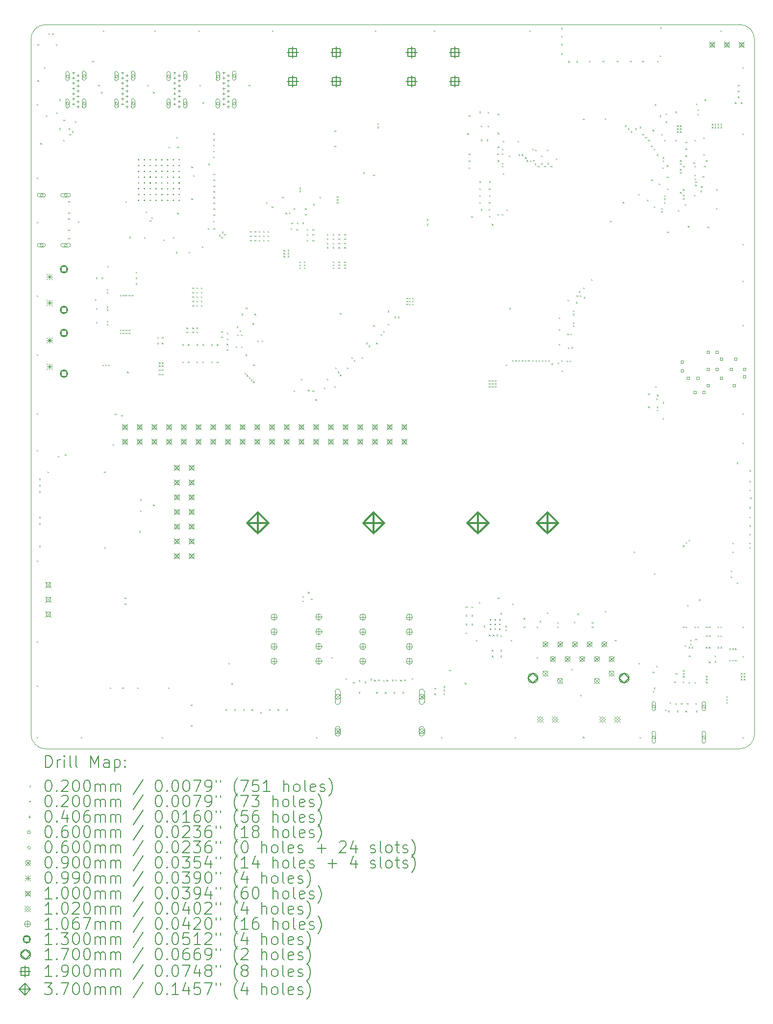
<source format=gbr>
%TF.GenerationSoftware,KiCad,Pcbnew,9.0.6*%
%TF.CreationDate,2025-10-31T11:06:48-04:00*%
%TF.ProjectId,libreboard,6c696272-6562-46f6-9172-642e6b696361,rev?*%
%TF.SameCoordinates,Original*%
%TF.FileFunction,Drillmap*%
%TF.FilePolarity,Positive*%
%FSLAX45Y45*%
G04 Gerber Fmt 4.5, Leading zero omitted, Abs format (unit mm)*
G04 Created by KiCad (PCBNEW 9.0.6) date 2025-10-31 11:06:48*
%MOMM*%
%LPD*%
G01*
G04 APERTURE LIST*
%ADD10C,0.100000*%
%ADD11C,0.200000*%
%ADD12C,0.102000*%
%ADD13C,0.106680*%
%ADD14C,0.130000*%
%ADD15C,0.170000*%
%ADD16C,0.190000*%
%ADD17C,0.370000*%
G04 APERTURE END LIST*
D10*
X12003889Y-7870430D02*
X23991889Y-7870430D01*
X11747889Y-20114430D02*
X11747889Y-8126430D01*
X11747889Y-8126430D02*
G75*
G02*
X12003889Y-7870429I256001J0D01*
G01*
X23991889Y-20370430D02*
X12003889Y-20370430D01*
X24247889Y-8126430D02*
X24247889Y-20114430D01*
X24247889Y-20114430D02*
G75*
G02*
X23991889Y-20370429I-255999J0D01*
G01*
X12003889Y-20370430D02*
G75*
G02*
X11747890Y-20114430I1J256000D01*
G01*
X23991889Y-7870430D02*
G75*
G02*
X24247890Y-8126430I1J-256000D01*
G01*
D11*
D10*
X11849260Y-9239410D02*
X11869260Y-9259410D01*
X11869260Y-9239410D02*
X11849260Y-9259410D01*
X11849260Y-10509410D02*
X11869260Y-10529410D01*
X11869260Y-10509410D02*
X11849260Y-10529410D01*
X11849260Y-11271410D02*
X11869260Y-11291410D01*
X11869260Y-11271410D02*
X11849260Y-11291410D01*
X11849260Y-12541410D02*
X11869260Y-12561410D01*
X11869260Y-12541410D02*
X11849260Y-12561410D01*
X11849260Y-13557410D02*
X11869260Y-13577410D01*
X11869260Y-13557410D02*
X11849260Y-13577410D01*
X11849260Y-14573410D02*
X11869260Y-14593410D01*
X11869260Y-14573410D02*
X11849260Y-14593410D01*
X11849260Y-15208410D02*
X11869260Y-15228410D01*
X11869260Y-15208410D02*
X11849260Y-15228410D01*
X11849260Y-17113410D02*
X11869260Y-17133410D01*
X11869260Y-17113410D02*
X11849260Y-17133410D01*
X11849260Y-18510410D02*
X11869260Y-18530410D01*
X11869260Y-18510410D02*
X11849260Y-18530410D01*
X11849260Y-19272410D02*
X11869260Y-19292410D01*
X11869260Y-19272410D02*
X11849260Y-19292410D01*
X11849260Y-20161410D02*
X11869260Y-20181410D01*
X11869260Y-20161410D02*
X11849260Y-20181410D01*
X11860260Y-8210410D02*
X11880260Y-8230410D01*
X11880260Y-8210410D02*
X11860260Y-8230410D01*
X11860260Y-8831660D02*
X11880260Y-8851660D01*
X11880260Y-8831660D02*
X11860260Y-8851660D01*
X11889389Y-15706430D02*
X11909389Y-15726430D01*
X11909389Y-15706430D02*
X11889389Y-15726430D01*
X11889389Y-15816430D02*
X11909389Y-15836430D01*
X11909389Y-15816430D02*
X11889389Y-15836430D01*
X11889389Y-15926430D02*
X11909389Y-15946430D01*
X11909389Y-15926430D02*
X11889389Y-15946430D01*
X11889389Y-16366430D02*
X11909389Y-16386430D01*
X11909389Y-16366430D02*
X11889389Y-16386430D01*
X11889389Y-16476430D02*
X11909389Y-16496430D01*
X11909389Y-16476430D02*
X11889389Y-16496430D01*
X11890889Y-16864430D02*
X11910889Y-16884430D01*
X11910889Y-16864430D02*
X11890889Y-16884430D01*
X11910260Y-9915410D02*
X11930260Y-9935410D01*
X11930260Y-9915410D02*
X11910260Y-9935410D01*
X11976260Y-8604410D02*
X11996260Y-8624410D01*
X11996260Y-8604410D02*
X11976260Y-8624410D01*
X12008260Y-9435410D02*
X12028260Y-9455410D01*
X12028260Y-9435410D02*
X12008260Y-9455410D01*
X12035260Y-15581210D02*
X12055260Y-15601210D01*
X12055260Y-15581210D02*
X12035260Y-15601210D01*
X12050260Y-8020410D02*
X12070260Y-8040410D01*
X12070260Y-8020410D02*
X12050260Y-8040410D01*
X12115260Y-8020410D02*
X12135260Y-8040410D01*
X12135260Y-8020410D02*
X12115260Y-8040410D01*
X12180260Y-8210410D02*
X12200260Y-8230410D01*
X12200260Y-8210410D02*
X12180260Y-8230410D01*
X12185260Y-9385410D02*
X12205260Y-9405410D01*
X12205260Y-9385410D02*
X12185260Y-9405410D01*
X12210260Y-15310410D02*
X12230260Y-15330410D01*
X12230260Y-15310410D02*
X12210260Y-15330410D01*
X12235260Y-9160410D02*
X12255260Y-9180410D01*
X12255260Y-9160410D02*
X12235260Y-9180410D01*
X12235260Y-9660410D02*
X12255260Y-9680410D01*
X12255260Y-9660410D02*
X12235260Y-9680410D01*
X12306260Y-9860410D02*
X12326260Y-9880410D01*
X12326260Y-9860410D02*
X12306260Y-9880410D01*
X12310260Y-9510410D02*
X12330260Y-9530410D01*
X12330260Y-9510410D02*
X12310260Y-9530410D01*
X12335260Y-15285410D02*
X12355260Y-15305410D01*
X12355260Y-15285410D02*
X12335260Y-15305410D01*
X12395389Y-10915410D02*
X12415389Y-10935410D01*
X12415389Y-10915410D02*
X12395389Y-10935410D01*
X12395389Y-11110410D02*
X12415389Y-11130410D01*
X12415389Y-11110410D02*
X12395389Y-11130410D01*
X12395389Y-11210410D02*
X12415389Y-11230410D01*
X12415389Y-11210410D02*
X12395389Y-11230410D01*
X12395389Y-11410410D02*
X12415389Y-11430410D01*
X12415389Y-11410410D02*
X12395389Y-11430410D01*
X12395389Y-11555410D02*
X12415389Y-11575410D01*
X12415389Y-11555410D02*
X12395389Y-11575410D01*
X12400360Y-9660410D02*
X12420360Y-9680410D01*
X12420360Y-9660410D02*
X12400360Y-9680410D01*
X12410260Y-9760410D02*
X12430260Y-9780410D01*
X12430260Y-9760410D02*
X12410260Y-9780410D01*
X12460260Y-9710410D02*
X12480260Y-9730410D01*
X12480260Y-9710410D02*
X12460260Y-9730410D01*
X12510260Y-9535410D02*
X12530260Y-9555410D01*
X12530260Y-9535410D02*
X12510260Y-9555410D01*
X12560260Y-11265504D02*
X12580260Y-11285504D01*
X12580260Y-11265504D02*
X12560260Y-11285504D01*
X12611260Y-20161410D02*
X12631260Y-20181410D01*
X12631260Y-20161410D02*
X12611260Y-20181410D01*
X12810260Y-8495139D02*
X12830260Y-8515139D01*
X12830260Y-8495139D02*
X12810260Y-8515139D01*
X12858260Y-12610410D02*
X12878260Y-12630410D01*
X12878260Y-12610410D02*
X12858260Y-12630410D01*
X12870260Y-12232910D02*
X12890260Y-12252910D01*
X12890260Y-12232910D02*
X12870260Y-12252910D01*
X12870260Y-12762910D02*
X12890260Y-12782910D01*
X12890260Y-12762910D02*
X12870260Y-12782910D01*
X12871510Y-13002910D02*
X12891510Y-13022910D01*
X12891510Y-13002910D02*
X12871510Y-13022910D01*
X12912260Y-8910410D02*
X12932260Y-8930410D01*
X12932260Y-8910410D02*
X12912260Y-8930410D01*
X12959260Y-9035410D02*
X12979260Y-9055410D01*
X12979260Y-9035410D02*
X12959260Y-9055410D01*
X12965260Y-12232910D02*
X12985260Y-12252910D01*
X12985260Y-12232910D02*
X12965260Y-12252910D01*
X12985260Y-13735410D02*
X13005260Y-13755410D01*
X13005260Y-13735410D02*
X12985260Y-13755410D01*
X12992260Y-7969410D02*
X13012260Y-7989410D01*
X13012260Y-7969410D02*
X12992260Y-7989410D01*
X13011343Y-15580763D02*
X13031343Y-15600763D01*
X13031343Y-15580763D02*
X13011343Y-15600763D01*
X13015889Y-16886430D02*
X13035889Y-16906430D01*
X13035889Y-16886430D02*
X13015889Y-16906430D01*
X13035260Y-13735410D02*
X13055260Y-13755410D01*
X13055260Y-13735410D02*
X13035260Y-13755410D01*
X13060260Y-12435410D02*
X13080260Y-12455410D01*
X13080260Y-12435410D02*
X13060260Y-12455410D01*
X13060260Y-12485410D02*
X13080260Y-12505410D01*
X13080260Y-12485410D02*
X13060260Y-12505410D01*
X13060260Y-12735410D02*
X13080260Y-12755410D01*
X13080260Y-12735410D02*
X13060260Y-12755410D01*
X13060260Y-12785410D02*
X13080260Y-12805410D01*
X13080260Y-12785410D02*
X13060260Y-12805410D01*
X13060260Y-12985410D02*
X13080260Y-13005410D01*
X13080260Y-12985410D02*
X13060260Y-13005410D01*
X13060260Y-13035410D02*
X13080260Y-13055410D01*
X13080260Y-13035410D02*
X13060260Y-13055410D01*
X13065260Y-12035410D02*
X13085260Y-12055410D01*
X13085260Y-12035410D02*
X13065260Y-12055410D01*
X13085260Y-13735410D02*
X13105260Y-13755410D01*
X13105260Y-13735410D02*
X13085260Y-13755410D01*
X13110260Y-19310410D02*
X13130260Y-19330410D01*
X13130260Y-19310410D02*
X13110260Y-19330410D01*
X13160260Y-15110410D02*
X13180260Y-15130410D01*
X13180260Y-15110410D02*
X13160260Y-15130410D01*
X13200110Y-14585410D02*
X13220110Y-14605410D01*
X13220110Y-14585410D02*
X13200110Y-14605410D01*
X13285260Y-12535410D02*
X13305260Y-12555410D01*
X13305260Y-12535410D02*
X13285260Y-12555410D01*
X13285260Y-13135410D02*
X13305260Y-13155410D01*
X13305260Y-13135410D02*
X13285260Y-13155410D01*
X13285260Y-13185410D02*
X13305260Y-13205410D01*
X13305260Y-13185410D02*
X13285260Y-13205410D01*
X13310260Y-14610410D02*
X13330260Y-14630410D01*
X13330260Y-14610410D02*
X13310260Y-14630410D01*
X13325260Y-19310410D02*
X13345260Y-19330410D01*
X13345260Y-19310410D02*
X13325260Y-19330410D01*
X13335260Y-12535410D02*
X13355260Y-12555410D01*
X13355260Y-12535410D02*
X13335260Y-12555410D01*
X13335260Y-13135410D02*
X13355260Y-13155410D01*
X13355260Y-13135410D02*
X13335260Y-13155410D01*
X13335260Y-13185410D02*
X13355260Y-13205410D01*
X13355260Y-13185410D02*
X13335260Y-13205410D01*
X13367760Y-17760410D02*
X13387760Y-17780410D01*
X13387760Y-17760410D02*
X13367760Y-17780410D01*
X13367760Y-17860410D02*
X13387760Y-17880410D01*
X13387760Y-17860410D02*
X13367760Y-17880410D01*
X13375260Y-12535410D02*
X13395260Y-12555410D01*
X13395260Y-12535410D02*
X13375260Y-12555410D01*
X13380260Y-10920410D02*
X13400260Y-10940410D01*
X13400260Y-10920410D02*
X13380260Y-10940410D01*
X13385260Y-13135410D02*
X13405260Y-13155410D01*
X13405260Y-13135410D02*
X13385260Y-13155410D01*
X13385260Y-13185410D02*
X13405260Y-13205410D01*
X13405260Y-13185410D02*
X13385260Y-13205410D01*
X13410260Y-13860410D02*
X13430260Y-13880410D01*
X13430260Y-13860410D02*
X13410260Y-13880410D01*
X13435260Y-12535410D02*
X13455260Y-12555410D01*
X13455260Y-12535410D02*
X13435260Y-12555410D01*
X13435260Y-13135410D02*
X13455260Y-13155410D01*
X13455260Y-13135410D02*
X13435260Y-13155410D01*
X13435260Y-13185410D02*
X13455260Y-13205410D01*
X13455260Y-13185410D02*
X13435260Y-13205410D01*
X13450260Y-11531977D02*
X13470260Y-11551977D01*
X13470260Y-11531977D02*
X13450260Y-11551977D01*
X13485260Y-12535410D02*
X13505260Y-12555410D01*
X13505260Y-12535410D02*
X13485260Y-12555410D01*
X13556260Y-12135410D02*
X13576260Y-12155410D01*
X13576260Y-12135410D02*
X13556260Y-12155410D01*
X13556260Y-12335410D02*
X13576260Y-12355410D01*
X13576260Y-12335410D02*
X13556260Y-12355410D01*
X13560260Y-12235410D02*
X13580260Y-12255410D01*
X13580260Y-12235410D02*
X13560260Y-12255410D01*
X13585260Y-19310410D02*
X13605260Y-19330410D01*
X13605260Y-19310410D02*
X13585260Y-19330410D01*
X13620260Y-16610410D02*
X13640260Y-16630410D01*
X13640260Y-16610410D02*
X13620260Y-16630410D01*
X13632760Y-16060410D02*
X13652760Y-16080410D01*
X13652760Y-16060410D02*
X13632760Y-16080410D01*
X13632760Y-16250410D02*
X13652760Y-16270410D01*
X13652760Y-16250410D02*
X13632760Y-16270410D01*
X13700260Y-11533977D02*
X13720260Y-11553977D01*
X13720260Y-11533977D02*
X13700260Y-11553977D01*
X13725260Y-11095410D02*
X13745260Y-11115410D01*
X13745260Y-11095410D02*
X13725260Y-11115410D01*
X13762260Y-8910410D02*
X13782260Y-8930410D01*
X13782260Y-8910410D02*
X13762260Y-8930410D01*
X13800260Y-11245410D02*
X13820260Y-11265410D01*
X13820260Y-11245410D02*
X13800260Y-11265410D01*
X13828748Y-11198363D02*
X13848748Y-11218363D01*
X13848748Y-11198363D02*
X13828748Y-11218363D01*
X13859260Y-9035410D02*
X13879260Y-9055410D01*
X13879260Y-9035410D02*
X13859260Y-9055410D01*
X13860260Y-16155410D02*
X13880260Y-16175410D01*
X13880260Y-16155410D02*
X13860260Y-16175410D01*
X13881260Y-7969410D02*
X13901260Y-7989410D01*
X13901260Y-7969410D02*
X13881260Y-7989410D01*
X13930260Y-13260410D02*
X13950260Y-13280410D01*
X13950260Y-13260410D02*
X13930260Y-13280410D01*
X13930260Y-13360410D02*
X13950260Y-13380410D01*
X13950260Y-13360410D02*
X13930260Y-13380410D01*
X13960260Y-13698621D02*
X13980260Y-13718621D01*
X13980260Y-13698621D02*
X13960260Y-13718621D01*
X13960260Y-13748621D02*
X13980260Y-13768621D01*
X13980260Y-13748621D02*
X13960260Y-13768621D01*
X13960260Y-13823621D02*
X13980260Y-13843621D01*
X13980260Y-13823621D02*
X13960260Y-13843621D01*
X13960260Y-13898621D02*
X13980260Y-13918621D01*
X13980260Y-13898621D02*
X13960260Y-13918621D01*
X14008260Y-20161410D02*
X14028260Y-20181410D01*
X14028260Y-20161410D02*
X14008260Y-20181410D01*
X14010260Y-13260410D02*
X14030260Y-13280410D01*
X14030260Y-13260410D02*
X14010260Y-13280410D01*
X14010260Y-13360410D02*
X14030260Y-13380410D01*
X14030260Y-13360410D02*
X14010260Y-13380410D01*
X14010260Y-13698621D02*
X14030260Y-13718621D01*
X14030260Y-13698621D02*
X14010260Y-13718621D01*
X14010260Y-13748621D02*
X14030260Y-13768621D01*
X14030260Y-13748621D02*
X14010260Y-13768621D01*
X14010260Y-13823621D02*
X14030260Y-13843621D01*
X14030260Y-13823621D02*
X14010260Y-13843621D01*
X14010260Y-13898621D02*
X14030260Y-13918621D01*
X14030260Y-13898621D02*
X14010260Y-13918621D01*
X14035260Y-11578977D02*
X14055260Y-11598977D01*
X14055260Y-11578977D02*
X14035260Y-11598977D01*
X14115260Y-19310410D02*
X14135260Y-19330410D01*
X14135260Y-19310410D02*
X14115260Y-19330410D01*
X14125260Y-9975410D02*
X14145260Y-9995410D01*
X14145260Y-9975410D02*
X14125260Y-9995410D01*
X14200260Y-11533977D02*
X14220260Y-11553977D01*
X14220260Y-11533977D02*
X14200260Y-11553977D01*
X14250260Y-11795410D02*
X14270260Y-11815410D01*
X14270260Y-11795410D02*
X14250260Y-11815410D01*
X14260260Y-9810410D02*
X14280260Y-9830410D01*
X14280260Y-9810410D02*
X14260260Y-9830410D01*
X14275260Y-9975410D02*
X14295260Y-9995410D01*
X14295260Y-9975410D02*
X14275260Y-9995410D01*
X14275260Y-11115410D02*
X14295260Y-11135410D01*
X14295260Y-11115410D02*
X14275260Y-11135410D01*
X14360260Y-13385410D02*
X14380260Y-13405410D01*
X14380260Y-13385410D02*
X14360260Y-13405410D01*
X14360260Y-13685410D02*
X14380260Y-13705410D01*
X14380260Y-13685410D02*
X14360260Y-13705410D01*
X14435260Y-13097199D02*
X14455260Y-13117199D01*
X14455260Y-13097199D02*
X14435260Y-13117199D01*
X14435260Y-13172199D02*
X14455260Y-13192199D01*
X14455260Y-13172199D02*
X14435260Y-13192199D01*
X14460260Y-13385410D02*
X14480260Y-13405410D01*
X14480260Y-13385410D02*
X14460260Y-13405410D01*
X14460260Y-13685410D02*
X14480260Y-13705410D01*
X14480260Y-13685410D02*
X14460260Y-13705410D01*
X14472760Y-11790410D02*
X14492760Y-11810410D01*
X14492760Y-11790410D02*
X14472760Y-11810410D01*
X14510260Y-19605410D02*
X14530260Y-19625410D01*
X14530260Y-19605410D02*
X14510260Y-19625410D01*
X14510260Y-19960410D02*
X14530260Y-19980410D01*
X14530260Y-19960410D02*
X14510260Y-19980410D01*
X14520260Y-10320410D02*
X14540260Y-10340410D01*
X14540260Y-10320410D02*
X14520260Y-10340410D01*
X14520260Y-10870410D02*
X14540260Y-10890410D01*
X14540260Y-10870410D02*
X14520260Y-10890410D01*
X14535260Y-12410410D02*
X14555260Y-12430410D01*
X14555260Y-12410410D02*
X14535260Y-12430410D01*
X14535260Y-12485410D02*
X14555260Y-12505410D01*
X14555260Y-12485410D02*
X14535260Y-12505410D01*
X14535260Y-12560410D02*
X14555260Y-12580410D01*
X14555260Y-12560410D02*
X14535260Y-12580410D01*
X14535260Y-12635410D02*
X14555260Y-12655410D01*
X14555260Y-12635410D02*
X14535260Y-12655410D01*
X14535260Y-12710410D02*
X14555260Y-12730410D01*
X14555260Y-12710410D02*
X14535260Y-12730410D01*
X14535260Y-13097199D02*
X14555260Y-13117199D01*
X14555260Y-13097199D02*
X14535260Y-13117199D01*
X14535260Y-13172199D02*
X14555260Y-13192199D01*
X14555260Y-13172199D02*
X14535260Y-13192199D01*
X14550260Y-10470410D02*
X14570260Y-10490410D01*
X14570260Y-10470410D02*
X14550260Y-10490410D01*
X14610260Y-12410410D02*
X14630260Y-12430410D01*
X14630260Y-12410410D02*
X14610260Y-12430410D01*
X14610260Y-12485410D02*
X14630260Y-12505410D01*
X14630260Y-12485410D02*
X14610260Y-12505410D01*
X14610260Y-12560410D02*
X14630260Y-12580410D01*
X14630260Y-12560410D02*
X14610260Y-12580410D01*
X14610260Y-12635410D02*
X14630260Y-12655410D01*
X14630260Y-12635410D02*
X14610260Y-12655410D01*
X14610260Y-12710410D02*
X14630260Y-12730410D01*
X14630260Y-12710410D02*
X14610260Y-12730410D01*
X14610260Y-13097199D02*
X14630260Y-13117199D01*
X14630260Y-13097199D02*
X14610260Y-13117199D01*
X14610260Y-13172199D02*
X14630260Y-13192199D01*
X14630260Y-13172199D02*
X14610260Y-13192199D01*
X14610260Y-13385410D02*
X14630260Y-13405410D01*
X14630260Y-13385410D02*
X14610260Y-13405410D01*
X14610260Y-13685410D02*
X14630260Y-13705410D01*
X14630260Y-13685410D02*
X14610260Y-13705410D01*
X14643260Y-7969410D02*
X14663260Y-7989410D01*
X14663260Y-7969410D02*
X14643260Y-7989410D01*
X14660260Y-8910410D02*
X14680260Y-8930410D01*
X14680260Y-8910410D02*
X14660260Y-8930410D01*
X14685260Y-12410410D02*
X14705260Y-12430410D01*
X14705260Y-12410410D02*
X14685260Y-12430410D01*
X14685260Y-12485410D02*
X14705260Y-12505410D01*
X14705260Y-12485410D02*
X14685260Y-12505410D01*
X14685260Y-12560410D02*
X14705260Y-12580410D01*
X14705260Y-12560410D02*
X14685260Y-12580410D01*
X14685260Y-12635410D02*
X14705260Y-12655410D01*
X14705260Y-12635410D02*
X14685260Y-12655410D01*
X14685260Y-12710410D02*
X14705260Y-12730410D01*
X14705260Y-12710410D02*
X14685260Y-12730410D01*
X14700260Y-11695410D02*
X14720260Y-11715410D01*
X14720260Y-11695410D02*
X14700260Y-11715410D01*
X14709260Y-9210410D02*
X14729260Y-9230410D01*
X14729260Y-9210410D02*
X14709260Y-9230410D01*
X14710260Y-13385410D02*
X14730260Y-13405410D01*
X14730260Y-13385410D02*
X14710260Y-13405410D01*
X14710260Y-13685410D02*
X14730260Y-13705410D01*
X14730260Y-13685410D02*
X14710260Y-13705410D01*
X14804260Y-11385410D02*
X14824260Y-11405410D01*
X14824260Y-11385410D02*
X14804260Y-11405410D01*
X14813860Y-10270410D02*
X14833860Y-10290410D01*
X14833860Y-10270410D02*
X14813860Y-10290410D01*
X14860260Y-13385410D02*
X14880260Y-13405410D01*
X14880260Y-13385410D02*
X14860260Y-13405410D01*
X14860260Y-13685410D02*
X14880260Y-13705410D01*
X14880260Y-13685410D02*
X14860260Y-13705410D01*
X14893634Y-11256566D02*
X14913634Y-11276566D01*
X14913634Y-11256566D02*
X14893634Y-11276566D01*
X14896260Y-9745410D02*
X14916260Y-9765410D01*
X14916260Y-9745410D02*
X14896260Y-9765410D01*
X14896260Y-9845410D02*
X14916260Y-9865410D01*
X14916260Y-9845410D02*
X14896260Y-9865410D01*
X14896260Y-9945410D02*
X14916260Y-9965410D01*
X14916260Y-9945410D02*
X14896260Y-9965410D01*
X14896260Y-10045410D02*
X14916260Y-10065410D01*
X14916260Y-10045410D02*
X14896260Y-10065410D01*
X14896260Y-10145410D02*
X14916260Y-10165410D01*
X14916260Y-10145410D02*
X14896260Y-10165410D01*
X14900260Y-10445410D02*
X14920260Y-10465410D01*
X14920260Y-10445410D02*
X14900260Y-10465410D01*
X14900260Y-10545410D02*
X14920260Y-10565410D01*
X14920260Y-10545410D02*
X14900260Y-10565410D01*
X14900260Y-10645410D02*
X14920260Y-10665410D01*
X14920260Y-10645410D02*
X14900260Y-10665410D01*
X14900260Y-10745410D02*
X14920260Y-10765410D01*
X14920260Y-10745410D02*
X14900260Y-10765410D01*
X14900260Y-10845410D02*
X14920260Y-10865410D01*
X14920260Y-10845410D02*
X14900260Y-10865410D01*
X14900260Y-10945410D02*
X14920260Y-10965410D01*
X14920260Y-10945410D02*
X14900260Y-10965410D01*
X14900260Y-11045410D02*
X14920260Y-11065410D01*
X14920260Y-11045410D02*
X14900260Y-11065410D01*
X14900260Y-11145410D02*
X14920260Y-11165410D01*
X14920260Y-11145410D02*
X14900260Y-11165410D01*
X14900260Y-11385410D02*
X14920260Y-11405410D01*
X14920260Y-11385410D02*
X14900260Y-11405410D01*
X14960260Y-13385410D02*
X14980260Y-13405410D01*
X14980260Y-13385410D02*
X14960260Y-13405410D01*
X14960260Y-13685410D02*
X14980260Y-13705410D01*
X14980260Y-13685410D02*
X14960260Y-13705410D01*
X14997760Y-11497910D02*
X15017760Y-11517910D01*
X15017760Y-11497910D02*
X14997760Y-11517910D01*
X15035260Y-11535410D02*
X15055260Y-11555410D01*
X15055260Y-11535410D02*
X15035260Y-11555410D01*
X15035260Y-13160410D02*
X15055260Y-13180410D01*
X15055260Y-13160410D02*
X15035260Y-13180410D01*
X15035260Y-13256410D02*
X15055260Y-13276410D01*
X15055260Y-13256410D02*
X15035260Y-13276410D01*
X15047760Y-11447910D02*
X15067760Y-11467910D01*
X15067760Y-11447910D02*
X15047760Y-11467910D01*
X15085260Y-11485410D02*
X15105260Y-11505410D01*
X15105260Y-11485410D02*
X15085260Y-11505410D01*
X15110260Y-19685430D02*
X15130260Y-19705430D01*
X15130260Y-19685430D02*
X15110260Y-19705430D01*
X15128654Y-13376199D02*
X15148654Y-13396199D01*
X15148654Y-13376199D02*
X15128654Y-13396199D01*
X15128654Y-13472199D02*
X15148654Y-13492199D01*
X15148654Y-13472199D02*
X15128654Y-13492199D01*
X15132130Y-13188540D02*
X15152130Y-13208540D01*
X15152130Y-13188540D02*
X15132130Y-13208540D01*
X15134130Y-13286540D02*
X15154130Y-13306540D01*
X15154130Y-13286540D02*
X15134130Y-13306540D01*
X15160260Y-18885410D02*
X15180260Y-18905410D01*
X15180260Y-18885410D02*
X15160260Y-18905410D01*
X15210260Y-19235410D02*
X15230260Y-19255410D01*
X15230260Y-19235410D02*
X15210260Y-19255410D01*
X15260260Y-19685430D02*
X15280260Y-19705430D01*
X15280260Y-19685430D02*
X15260260Y-19705430D01*
X15283654Y-13422199D02*
X15303654Y-13442199D01*
X15303654Y-13422199D02*
X15283654Y-13442199D01*
X15303654Y-13082199D02*
X15323654Y-13102199D01*
X15323654Y-13082199D02*
X15303654Y-13102199D01*
X15308654Y-13222199D02*
X15328654Y-13242199D01*
X15328654Y-13222199D02*
X15308654Y-13242199D01*
X15353654Y-13142015D02*
X15373654Y-13162015D01*
X15373654Y-13142015D02*
X15353654Y-13162015D01*
X15378654Y-13222199D02*
X15398654Y-13242199D01*
X15398654Y-13222199D02*
X15378654Y-13242199D01*
X15378654Y-13422199D02*
X15398654Y-13442199D01*
X15398654Y-13422199D02*
X15378654Y-13442199D01*
X15385260Y-12860410D02*
X15405260Y-12880410D01*
X15405260Y-12860410D02*
X15385260Y-12880410D01*
X15410260Y-19685430D02*
X15430260Y-19705430D01*
X15430260Y-19685430D02*
X15410260Y-19705430D01*
X15437760Y-13882910D02*
X15457760Y-13902910D01*
X15457760Y-13882910D02*
X15437760Y-13902910D01*
X15453655Y-13562199D02*
X15473655Y-13582199D01*
X15473655Y-13562199D02*
X15453655Y-13582199D01*
X15460260Y-12757199D02*
X15480260Y-12777199D01*
X15480260Y-12757199D02*
X15460260Y-12777199D01*
X15475260Y-13920410D02*
X15495260Y-13940410D01*
X15495260Y-13920410D02*
X15475260Y-13940410D01*
X15510260Y-8910410D02*
X15530260Y-8930410D01*
X15530260Y-8910410D02*
X15510260Y-8930410D01*
X15512760Y-13957910D02*
X15532760Y-13977910D01*
X15532760Y-13957910D02*
X15512760Y-13977910D01*
X15535260Y-11435410D02*
X15555260Y-11455410D01*
X15555260Y-11435410D02*
X15535260Y-11455410D01*
X15535260Y-11510410D02*
X15555260Y-11530410D01*
X15555260Y-11510410D02*
X15535260Y-11530410D01*
X15535260Y-11585410D02*
X15555260Y-11605410D01*
X15555260Y-11585410D02*
X15535260Y-11605410D01*
X15550260Y-13995410D02*
X15570260Y-14015410D01*
X15570260Y-13995410D02*
X15550260Y-14015410D01*
X15560260Y-19685430D02*
X15580260Y-19705430D01*
X15580260Y-19685430D02*
X15560260Y-19705430D01*
X15578654Y-13022199D02*
X15598654Y-13042199D01*
X15598654Y-13022199D02*
X15578654Y-13042199D01*
X15585260Y-13735410D02*
X15605260Y-13755410D01*
X15605260Y-13735410D02*
X15585260Y-13755410D01*
X15585260Y-14030410D02*
X15605260Y-14050410D01*
X15605260Y-14030410D02*
X15585260Y-14050410D01*
X15610260Y-11435410D02*
X15630260Y-11455410D01*
X15630260Y-11435410D02*
X15610260Y-11455410D01*
X15610260Y-11510410D02*
X15630260Y-11530410D01*
X15630260Y-11510410D02*
X15610260Y-11530410D01*
X15610260Y-11585410D02*
X15630260Y-11605410D01*
X15630260Y-11585410D02*
X15610260Y-11605410D01*
X15610260Y-12860410D02*
X15630260Y-12880410D01*
X15630260Y-12860410D02*
X15610260Y-12880410D01*
X15660260Y-13322199D02*
X15680260Y-13342199D01*
X15680260Y-13322199D02*
X15660260Y-13342199D01*
X15685260Y-11435410D02*
X15705260Y-11455410D01*
X15705260Y-11435410D02*
X15685260Y-11455410D01*
X15685260Y-11510410D02*
X15705260Y-11530410D01*
X15705260Y-11510410D02*
X15685260Y-11530410D01*
X15685260Y-11585410D02*
X15705260Y-11605410D01*
X15705260Y-11585410D02*
X15685260Y-11605410D01*
X15710260Y-19735410D02*
X15730260Y-19755410D01*
X15730260Y-19735410D02*
X15710260Y-19755410D01*
X15733654Y-13322199D02*
X15753654Y-13342199D01*
X15753654Y-13322199D02*
X15733654Y-13342199D01*
X15760260Y-11435410D02*
X15780260Y-11455410D01*
X15780260Y-11435410D02*
X15760260Y-11455410D01*
X15760260Y-11510410D02*
X15780260Y-11530410D01*
X15780260Y-11510410D02*
X15760260Y-11530410D01*
X15760260Y-11585410D02*
X15780260Y-11605410D01*
X15780260Y-11585410D02*
X15760260Y-11605410D01*
X15810260Y-10935410D02*
X15830260Y-10955410D01*
X15830260Y-10935410D02*
X15810260Y-10955410D01*
X15835260Y-11435410D02*
X15855260Y-11455410D01*
X15855260Y-11435410D02*
X15835260Y-11455410D01*
X15835260Y-11510410D02*
X15855260Y-11530410D01*
X15855260Y-11510410D02*
X15835260Y-11530410D01*
X15835260Y-11585410D02*
X15855260Y-11605410D01*
X15855260Y-11585410D02*
X15835260Y-11605410D01*
X15860260Y-19685430D02*
X15880260Y-19705430D01*
X15880260Y-19685430D02*
X15860260Y-19705430D01*
X15908260Y-11010410D02*
X15928260Y-11030410D01*
X15928260Y-11010410D02*
X15908260Y-11030410D01*
X15913260Y-7969410D02*
X15933260Y-7989410D01*
X15933260Y-7969410D02*
X15913260Y-7989410D01*
X16010260Y-19685430D02*
X16030260Y-19705430D01*
X16030260Y-19685430D02*
X16010260Y-19705430D01*
X16085260Y-10840410D02*
X16105260Y-10860410D01*
X16105260Y-10840410D02*
X16085260Y-10860410D01*
X16110260Y-11760410D02*
X16130260Y-11780410D01*
X16130260Y-11760410D02*
X16110260Y-11780410D01*
X16110260Y-11810410D02*
X16130260Y-11830410D01*
X16130260Y-11810410D02*
X16110260Y-11830410D01*
X16110260Y-11860410D02*
X16130260Y-11880410D01*
X16130260Y-11860410D02*
X16110260Y-11880410D01*
X16145260Y-11115410D02*
X16165260Y-11135410D01*
X16165260Y-11115410D02*
X16145260Y-11135410D01*
X16160260Y-19685430D02*
X16180260Y-19705430D01*
X16180260Y-19685430D02*
X16160260Y-19705430D01*
X16185260Y-11760410D02*
X16205260Y-11780410D01*
X16205260Y-11760410D02*
X16185260Y-11780410D01*
X16185260Y-11810410D02*
X16205260Y-11830410D01*
X16205260Y-11810410D02*
X16185260Y-11830410D01*
X16185260Y-11860410D02*
X16205260Y-11880410D01*
X16205260Y-11860410D02*
X16185260Y-11880410D01*
X16210260Y-11110410D02*
X16230260Y-11130410D01*
X16230260Y-11110410D02*
X16210260Y-11130410D01*
X16235260Y-11385410D02*
X16255260Y-11405410D01*
X16255260Y-11385410D02*
X16235260Y-11405410D01*
X16248126Y-11290410D02*
X16268126Y-11310410D01*
X16268126Y-11290410D02*
X16248126Y-11310410D01*
X16285260Y-11040410D02*
X16305260Y-11060410D01*
X16305260Y-11040410D02*
X16285260Y-11060410D01*
X16285260Y-14185410D02*
X16305260Y-14205410D01*
X16305260Y-14185410D02*
X16285260Y-14205410D01*
X16331260Y-11397910D02*
X16351260Y-11417910D01*
X16351260Y-11397910D02*
X16331260Y-11417910D01*
X16344126Y-11290410D02*
X16364126Y-11310410D01*
X16364126Y-11290410D02*
X16344126Y-11310410D01*
X16385260Y-10685410D02*
X16405260Y-10705410D01*
X16405260Y-10685410D02*
X16385260Y-10705410D01*
X16385260Y-11960410D02*
X16405260Y-11980410D01*
X16405260Y-11960410D02*
X16385260Y-11980410D01*
X16385260Y-12010410D02*
X16405260Y-12030410D01*
X16405260Y-12010410D02*
X16385260Y-12030410D01*
X16385260Y-12060410D02*
X16405260Y-12080410D01*
X16405260Y-12060410D02*
X16385260Y-12080410D01*
X16385260Y-10735410D02*
X16405260Y-10755410D01*
X16405260Y-10735410D02*
X16385260Y-10755410D01*
X16410260Y-13985410D02*
X16430260Y-14005410D01*
X16430260Y-13985410D02*
X16410260Y-14005410D01*
X16434760Y-11285910D02*
X16454760Y-11305910D01*
X16454760Y-11285910D02*
X16434760Y-11305910D01*
X16435260Y-17735410D02*
X16455260Y-17755410D01*
X16455260Y-17735410D02*
X16435260Y-17755410D01*
X16435260Y-17810410D02*
X16455260Y-17830410D01*
X16455260Y-17810410D02*
X16435260Y-17830410D01*
X16460260Y-11960410D02*
X16480260Y-11980410D01*
X16480260Y-11960410D02*
X16460260Y-11980410D01*
X16460260Y-12010410D02*
X16480260Y-12030410D01*
X16480260Y-12010410D02*
X16460260Y-12030410D01*
X16460260Y-12060410D02*
X16480260Y-12080410D01*
X16480260Y-12060410D02*
X16460260Y-12080410D01*
X16485260Y-11040410D02*
X16505260Y-11060410D01*
X16505260Y-11040410D02*
X16485260Y-11060410D01*
X16485260Y-11135410D02*
X16505260Y-11155410D01*
X16505260Y-11135410D02*
X16485260Y-11155410D01*
X16514260Y-11397910D02*
X16534260Y-11417910D01*
X16534260Y-11397910D02*
X16514260Y-11417910D01*
X16514260Y-11485410D02*
X16534260Y-11505410D01*
X16534260Y-11485410D02*
X16514260Y-11505410D01*
X16514260Y-11585410D02*
X16534260Y-11605410D01*
X16534260Y-11585410D02*
X16514260Y-11605410D01*
X16535260Y-14173492D02*
X16555260Y-14193492D01*
X16555260Y-14173492D02*
X16535260Y-14193492D01*
X16535260Y-17660410D02*
X16555260Y-17680410D01*
X16555260Y-17660410D02*
X16535260Y-17680410D01*
X16585260Y-17774260D02*
X16605260Y-17794260D01*
X16605260Y-17774260D02*
X16585260Y-17794260D01*
X16610260Y-11397910D02*
X16630260Y-11417910D01*
X16630260Y-11397910D02*
X16610260Y-11417910D01*
X16610260Y-11485410D02*
X16630260Y-11505410D01*
X16630260Y-11485410D02*
X16610260Y-11505410D01*
X16610260Y-11585410D02*
X16630260Y-11605410D01*
X16630260Y-11585410D02*
X16610260Y-11605410D01*
X16610260Y-14185410D02*
X16630260Y-14205410D01*
X16630260Y-14185410D02*
X16610260Y-14205410D01*
X16625260Y-10965410D02*
X16645260Y-10985410D01*
X16645260Y-10965410D02*
X16625260Y-10985410D01*
X16660260Y-14335410D02*
X16680260Y-14355410D01*
X16680260Y-14335410D02*
X16660260Y-14355410D01*
X16675260Y-20161410D02*
X16695260Y-20181410D01*
X16695260Y-20161410D02*
X16675260Y-20181410D01*
X16735260Y-10840410D02*
X16755260Y-10860410D01*
X16755260Y-10840410D02*
X16735260Y-10860410D01*
X16810260Y-14135410D02*
X16830260Y-14155410D01*
X16830260Y-14135410D02*
X16810260Y-14155410D01*
X16860260Y-11485410D02*
X16880260Y-11505410D01*
X16880260Y-11485410D02*
X16860260Y-11505410D01*
X16860260Y-11560410D02*
X16880260Y-11580410D01*
X16880260Y-11560410D02*
X16860260Y-11580410D01*
X16860260Y-11635410D02*
X16880260Y-11655410D01*
X16880260Y-11635410D02*
X16860260Y-11655410D01*
X16860260Y-11710410D02*
X16880260Y-11730410D01*
X16880260Y-11710410D02*
X16860260Y-11730410D01*
X16860260Y-13985410D02*
X16880260Y-14005410D01*
X16880260Y-13985410D02*
X16860260Y-14005410D01*
X16935260Y-18785410D02*
X16955260Y-18805410D01*
X16955260Y-18785410D02*
X16935260Y-18805410D01*
X16960260Y-11485410D02*
X16980260Y-11505410D01*
X16980260Y-11485410D02*
X16960260Y-11505410D01*
X16960260Y-11560410D02*
X16980260Y-11580410D01*
X16980260Y-11560410D02*
X16960260Y-11580410D01*
X16960260Y-11635410D02*
X16980260Y-11655410D01*
X16980260Y-11635410D02*
X16960260Y-11655410D01*
X16960260Y-11710410D02*
X16980260Y-11730410D01*
X16980260Y-11710410D02*
X16960260Y-11730410D01*
X16960260Y-11960410D02*
X16980260Y-11980410D01*
X16980260Y-11960410D02*
X16960260Y-11980410D01*
X16960260Y-12010410D02*
X16980260Y-12030410D01*
X16980260Y-12010410D02*
X16960260Y-12030410D01*
X16960260Y-12060410D02*
X16980260Y-12080410D01*
X16980260Y-12060410D02*
X16960260Y-12080410D01*
X16985260Y-14110410D02*
X17005260Y-14130410D01*
X17005260Y-14110410D02*
X16985260Y-14130410D01*
X16990260Y-9700410D02*
X17010260Y-9720410D01*
X17010260Y-9700410D02*
X16990260Y-9720410D01*
X16990260Y-9960410D02*
X17010260Y-9980410D01*
X17010260Y-9960410D02*
X16990260Y-9980410D01*
X17006560Y-13785410D02*
X17026560Y-13805410D01*
X17026560Y-13785410D02*
X17006560Y-13805410D01*
X17035260Y-10835410D02*
X17055260Y-10855410D01*
X17055260Y-10835410D02*
X17035260Y-10855410D01*
X17035260Y-10885410D02*
X17055260Y-10905410D01*
X17055260Y-10885410D02*
X17035260Y-10905410D01*
X17035260Y-10935410D02*
X17055260Y-10955410D01*
X17055260Y-10935410D02*
X17035260Y-10955410D01*
X17045560Y-13860410D02*
X17065560Y-13880410D01*
X17065560Y-13860410D02*
X17045560Y-13880410D01*
X17060260Y-11485410D02*
X17080260Y-11505410D01*
X17080260Y-11485410D02*
X17060260Y-11505410D01*
X17060260Y-11560410D02*
X17080260Y-11580410D01*
X17080260Y-11560410D02*
X17060260Y-11580410D01*
X17060260Y-11635410D02*
X17080260Y-11655410D01*
X17080260Y-11635410D02*
X17060260Y-11655410D01*
X17060260Y-11710410D02*
X17080260Y-11730410D01*
X17080260Y-11710410D02*
X17060260Y-11730410D01*
X17060260Y-11960410D02*
X17080260Y-11980410D01*
X17080260Y-11960410D02*
X17060260Y-11980410D01*
X17060260Y-12010410D02*
X17080260Y-12030410D01*
X17080260Y-12010410D02*
X17060260Y-12030410D01*
X17060260Y-12060410D02*
X17080260Y-12080410D01*
X17080260Y-12060410D02*
X17060260Y-12080410D01*
X17084560Y-13910410D02*
X17104560Y-13930410D01*
X17104560Y-13910410D02*
X17084560Y-13930410D01*
X17085260Y-12850410D02*
X17105260Y-12870410D01*
X17105260Y-12850410D02*
X17085260Y-12870410D01*
X17160260Y-11485410D02*
X17180260Y-11505410D01*
X17180260Y-11485410D02*
X17160260Y-11505410D01*
X17160260Y-11560410D02*
X17180260Y-11580410D01*
X17180260Y-11560410D02*
X17160260Y-11580410D01*
X17160260Y-11635410D02*
X17180260Y-11655410D01*
X17180260Y-11635410D02*
X17160260Y-11655410D01*
X17160260Y-11710410D02*
X17180260Y-11730410D01*
X17180260Y-11710410D02*
X17160260Y-11730410D01*
X17160260Y-11960410D02*
X17180260Y-11980410D01*
X17180260Y-11960410D02*
X17160260Y-11980410D01*
X17160260Y-12010410D02*
X17180260Y-12030410D01*
X17180260Y-12010410D02*
X17160260Y-12030410D01*
X17160260Y-12060410D02*
X17180260Y-12080410D01*
X17180260Y-12060410D02*
X17160260Y-12080410D01*
X17183260Y-19145410D02*
X17203260Y-19165410D01*
X17203260Y-19145410D02*
X17183260Y-19165410D01*
X17210260Y-13785410D02*
X17230260Y-13805410D01*
X17230260Y-13785410D02*
X17210260Y-13805410D01*
X17284962Y-13610410D02*
X17304962Y-13630410D01*
X17304962Y-13610410D02*
X17284962Y-13630410D01*
X17312889Y-19215430D02*
X17332889Y-19235430D01*
X17332889Y-19215430D02*
X17312889Y-19235430D01*
X17323962Y-13660410D02*
X17343962Y-13680410D01*
X17343962Y-13660410D02*
X17323962Y-13680410D01*
X17410260Y-19185410D02*
X17430260Y-19205410D01*
X17430260Y-19185410D02*
X17410260Y-19205410D01*
X17412889Y-19387430D02*
X17432889Y-19407430D01*
X17432889Y-19387430D02*
X17412889Y-19407430D01*
X17460260Y-13610410D02*
X17480260Y-13630410D01*
X17480260Y-13610410D02*
X17460260Y-13630410D01*
X17489706Y-10422810D02*
X17509706Y-10442810D01*
X17509706Y-10422810D02*
X17489706Y-10442810D01*
X17512889Y-19210410D02*
X17532889Y-19230410D01*
X17532889Y-19210410D02*
X17512889Y-19230410D01*
X17539112Y-13360410D02*
X17559112Y-13380410D01*
X17559112Y-13360410D02*
X17539112Y-13380410D01*
X17577962Y-13410410D02*
X17597962Y-13430410D01*
X17597962Y-13410410D02*
X17577962Y-13430410D01*
X17612889Y-19160410D02*
X17632889Y-19180410D01*
X17632889Y-19160410D02*
X17612889Y-19180410D01*
X17660260Y-10460410D02*
X17680260Y-10480410D01*
X17680260Y-10460410D02*
X17660260Y-10480410D01*
X17660260Y-13060410D02*
X17680260Y-13080410D01*
X17680260Y-13060410D02*
X17660260Y-13080410D01*
X17677585Y-19177735D02*
X17697585Y-19197735D01*
X17697585Y-19177735D02*
X17677585Y-19197735D01*
X17691260Y-7969410D02*
X17711260Y-7989410D01*
X17711260Y-7969410D02*
X17691260Y-7989410D01*
X17710260Y-13360410D02*
X17730260Y-13380410D01*
X17730260Y-13360410D02*
X17710260Y-13380410D01*
X17712889Y-19387430D02*
X17732889Y-19407430D01*
X17732889Y-19387430D02*
X17712889Y-19407430D01*
X17735260Y-9570410D02*
X17755260Y-9590410D01*
X17755260Y-9570410D02*
X17735260Y-9590410D01*
X17735260Y-9635410D02*
X17755260Y-9655410D01*
X17755260Y-9635410D02*
X17735260Y-9655410D01*
X17745565Y-19175106D02*
X17765565Y-19195106D01*
X17765565Y-19175106D02*
X17745565Y-19195106D01*
X17791960Y-13210410D02*
X17811960Y-13230410D01*
X17811960Y-13210410D02*
X17791960Y-13230410D01*
X17831962Y-13160410D02*
X17851962Y-13180410D01*
X17851962Y-13160410D02*
X17831962Y-13180410D01*
X17833044Y-19179232D02*
X17853044Y-19199232D01*
X17853044Y-19179232D02*
X17833044Y-19199232D01*
X17862889Y-19387430D02*
X17882889Y-19407430D01*
X17882889Y-19387430D02*
X17862889Y-19407430D01*
X17890192Y-19177686D02*
X17910192Y-19197686D01*
X17910192Y-19177686D02*
X17890192Y-19197686D01*
X17910260Y-12810410D02*
X17930260Y-12830410D01*
X17930260Y-12810410D02*
X17910260Y-12830410D01*
X17910260Y-13035410D02*
X17930260Y-13055410D01*
X17930260Y-13035410D02*
X17910260Y-13055410D01*
X17986621Y-19177109D02*
X18006621Y-19197109D01*
X18006621Y-19177109D02*
X17986621Y-19197109D01*
X18012889Y-19387430D02*
X18032889Y-19407430D01*
X18032889Y-19387430D02*
X18012889Y-19407430D01*
X18030662Y-12910410D02*
X18050662Y-12930410D01*
X18050662Y-12910410D02*
X18030662Y-12930410D01*
X18045565Y-19175106D02*
X18065565Y-19195106D01*
X18065565Y-19175106D02*
X18045565Y-19195106D01*
X18085662Y-12910410D02*
X18105662Y-12930410D01*
X18105662Y-12910410D02*
X18085662Y-12930410D01*
X18127585Y-19177735D02*
X18147585Y-19197735D01*
X18147585Y-19177735D02*
X18127585Y-19197735D01*
X18162889Y-19387430D02*
X18182889Y-19407430D01*
X18182889Y-19387430D02*
X18162889Y-19407430D01*
X18195565Y-19175106D02*
X18215565Y-19195106D01*
X18215565Y-19175106D02*
X18195565Y-19195106D01*
X18235260Y-12585410D02*
X18255260Y-12605410D01*
X18255260Y-12585410D02*
X18235260Y-12605410D01*
X18235260Y-12635410D02*
X18255260Y-12655410D01*
X18255260Y-12635410D02*
X18235260Y-12655410D01*
X18235260Y-12685410D02*
X18255260Y-12705410D01*
X18255260Y-12685410D02*
X18235260Y-12705410D01*
X18285260Y-12585410D02*
X18305260Y-12605410D01*
X18305260Y-12585410D02*
X18285260Y-12605410D01*
X18285260Y-12635410D02*
X18305260Y-12655410D01*
X18305260Y-12635410D02*
X18285260Y-12655410D01*
X18285260Y-12685410D02*
X18305260Y-12705410D01*
X18305260Y-12685410D02*
X18285260Y-12705410D01*
X18326260Y-19145410D02*
X18346260Y-19165410D01*
X18346260Y-19145410D02*
X18326260Y-19165410D01*
X18335260Y-12585410D02*
X18355260Y-12605410D01*
X18355260Y-12585410D02*
X18335260Y-12605410D01*
X18335260Y-12635410D02*
X18355260Y-12655410D01*
X18355260Y-12635410D02*
X18335260Y-12655410D01*
X18335260Y-12685410D02*
X18355260Y-12705410D01*
X18355260Y-12685410D02*
X18335260Y-12705410D01*
X18585260Y-11226504D02*
X18605260Y-11246504D01*
X18605260Y-11226504D02*
X18585260Y-11246504D01*
X18585260Y-11310410D02*
X18605260Y-11330410D01*
X18605260Y-11310410D02*
X18585260Y-11330410D01*
X18707260Y-7969410D02*
X18727260Y-7989410D01*
X18727260Y-7969410D02*
X18707260Y-7989410D01*
X18717889Y-19317430D02*
X18737889Y-19337430D01*
X18737889Y-19317430D02*
X18717889Y-19337430D01*
X18717889Y-19413430D02*
X18737889Y-19433430D01*
X18737889Y-19413430D02*
X18717889Y-19433430D01*
X18834260Y-20161410D02*
X18854260Y-20181410D01*
X18854260Y-20161410D02*
X18834260Y-20181410D01*
X18877889Y-19346430D02*
X18897889Y-19366430D01*
X18897889Y-19346430D02*
X18877889Y-19366430D01*
X18878018Y-19286745D02*
X18898018Y-19306745D01*
X18898018Y-19286745D02*
X18878018Y-19306745D01*
X18878018Y-19408202D02*
X18898018Y-19428202D01*
X18898018Y-19408202D02*
X18878018Y-19428202D01*
X18972889Y-19004430D02*
X18992889Y-19024430D01*
X18992889Y-19004430D02*
X18972889Y-19024430D01*
X19242889Y-19227430D02*
X19262889Y-19247430D01*
X19262889Y-19227430D02*
X19242889Y-19247430D01*
X19258260Y-18060410D02*
X19278260Y-18080410D01*
X19278260Y-18060410D02*
X19258260Y-18080410D01*
X19258260Y-18210410D02*
X19278260Y-18230410D01*
X19278260Y-18210410D02*
X19258260Y-18230410D01*
X19258260Y-18360410D02*
X19278260Y-18380410D01*
X19278260Y-18360410D02*
X19258260Y-18380410D01*
X19260260Y-17910410D02*
X19280260Y-17930410D01*
X19280260Y-17910410D02*
X19260260Y-17930410D01*
X19285260Y-9745337D02*
X19305260Y-9765337D01*
X19305260Y-9745337D02*
X19285260Y-9765337D01*
X19306933Y-10331712D02*
X19326933Y-10351712D01*
X19326933Y-10331712D02*
X19306933Y-10351712D01*
X19310260Y-9435410D02*
X19330260Y-9455410D01*
X19330260Y-9435410D02*
X19310260Y-9455410D01*
X19310260Y-10095039D02*
X19330260Y-10115039D01*
X19330260Y-10095039D02*
X19310260Y-10115039D01*
X19310260Y-10215039D02*
X19330260Y-10235039D01*
X19330260Y-10215039D02*
X19310260Y-10235039D01*
X19352631Y-11178040D02*
X19372631Y-11198040D01*
X19372631Y-11178040D02*
X19352631Y-11198040D01*
X19356260Y-17910410D02*
X19376260Y-17930410D01*
X19376260Y-17910410D02*
X19356260Y-17930410D01*
X19360260Y-18060410D02*
X19380260Y-18080410D01*
X19380260Y-18060410D02*
X19360260Y-18080410D01*
X19360260Y-18210410D02*
X19380260Y-18230410D01*
X19380260Y-18210410D02*
X19360260Y-18230410D01*
X19435260Y-18485410D02*
X19455260Y-18505410D01*
X19455260Y-18485410D02*
X19435260Y-18505410D01*
X19485260Y-17835410D02*
X19505260Y-17855410D01*
X19505260Y-17835410D02*
X19485260Y-17855410D01*
X19491589Y-10695817D02*
X19511589Y-10715817D01*
X19511589Y-10695817D02*
X19491589Y-10715817D01*
X19492631Y-9374038D02*
X19512631Y-9394038D01*
X19512631Y-9374038D02*
X19492631Y-9394038D01*
X19492631Y-10576040D02*
X19512631Y-10596040D01*
X19512631Y-10576040D02*
X19492631Y-10596040D01*
X19492631Y-10815039D02*
X19512631Y-10835039D01*
X19512631Y-10815039D02*
X19492631Y-10835039D01*
X19492631Y-10935410D02*
X19512631Y-10955410D01*
X19512631Y-10935410D02*
X19492631Y-10955410D01*
X19516549Y-9614801D02*
X19536549Y-9634801D01*
X19536549Y-9614801D02*
X19516549Y-9634801D01*
X19517631Y-11057539D02*
X19537631Y-11077539D01*
X19537631Y-11057539D02*
X19517631Y-11077539D01*
X19519177Y-9854744D02*
X19539177Y-9874744D01*
X19539177Y-9854744D02*
X19519177Y-9874744D01*
X19571510Y-18245410D02*
X19591510Y-18265410D01*
X19591510Y-18245410D02*
X19571510Y-18265410D01*
X19622959Y-9854744D02*
X19642959Y-9874744D01*
X19642959Y-9854744D02*
X19622959Y-9874744D01*
X19638724Y-9375707D02*
X19658724Y-9395707D01*
X19658724Y-9375707D02*
X19638724Y-9395707D01*
X19638724Y-9614801D02*
X19658724Y-9634801D01*
X19658724Y-9614801D02*
X19638724Y-9634801D01*
X19652631Y-11055039D02*
X19672631Y-11075039D01*
X19672631Y-11055039D02*
X19652631Y-11075039D01*
X19660260Y-10695817D02*
X19680260Y-10715817D01*
X19680260Y-10695817D02*
X19660260Y-10715817D01*
X19660260Y-10935039D02*
X19680260Y-10955039D01*
X19680260Y-10935039D02*
X19660260Y-10955039D01*
X19660260Y-14010410D02*
X19680260Y-14030410D01*
X19680260Y-14010410D02*
X19660260Y-14030410D01*
X19660260Y-14060410D02*
X19680260Y-14080410D01*
X19680260Y-14060410D02*
X19660260Y-14080410D01*
X19660260Y-14110410D02*
X19680260Y-14130410D01*
X19680260Y-14110410D02*
X19660260Y-14130410D01*
X19660260Y-18399160D02*
X19680260Y-18419160D01*
X19680260Y-18399160D02*
X19660260Y-18419160D01*
X19662631Y-10575039D02*
X19682631Y-10595039D01*
X19682631Y-10575039D02*
X19662631Y-10595039D01*
X19662631Y-10815039D02*
X19682631Y-10835039D01*
X19682631Y-10815039D02*
X19662631Y-10835039D01*
X19662631Y-11172038D02*
X19682631Y-11192038D01*
X19682631Y-11172038D02*
X19662631Y-11192038D01*
X19710260Y-11310410D02*
X19730260Y-11330410D01*
X19730260Y-11310410D02*
X19710260Y-11330410D01*
X19710260Y-14010410D02*
X19730260Y-14030410D01*
X19730260Y-14010410D02*
X19710260Y-14030410D01*
X19710260Y-14060410D02*
X19730260Y-14080410D01*
X19730260Y-14060410D02*
X19710260Y-14080410D01*
X19710260Y-14110410D02*
X19730260Y-14130410D01*
X19730260Y-14110410D02*
X19710260Y-14130410D01*
X19710260Y-18660410D02*
X19730260Y-18680410D01*
X19730260Y-18660410D02*
X19710260Y-18680410D01*
X19710260Y-18762410D02*
X19730260Y-18782410D01*
X19730260Y-18762410D02*
X19710260Y-18782410D01*
X19725260Y-18399160D02*
X19745260Y-18419160D01*
X19745260Y-18399160D02*
X19725260Y-18419160D01*
X19760260Y-14010410D02*
X19780260Y-14030410D01*
X19780260Y-14010410D02*
X19760260Y-14030410D01*
X19760260Y-14060410D02*
X19780260Y-14080410D01*
X19780260Y-14060410D02*
X19760260Y-14080410D01*
X19760260Y-14110410D02*
X19780260Y-14130410D01*
X19780260Y-14110410D02*
X19760260Y-14130410D01*
X19790260Y-18399160D02*
X19810260Y-18419160D01*
X19810260Y-18399160D02*
X19790260Y-18419160D01*
X19802631Y-10096040D02*
X19822631Y-10116040D01*
X19822631Y-10096040D02*
X19802631Y-10116040D01*
X19807683Y-11135310D02*
X19827683Y-11155310D01*
X19827683Y-11135310D02*
X19807683Y-11155310D01*
X19810260Y-9410410D02*
X19830260Y-9430410D01*
X19830260Y-9410410D02*
X19810260Y-9430410D01*
X19810260Y-9735410D02*
X19830260Y-9755410D01*
X19830260Y-9735410D02*
X19810260Y-9755410D01*
X19810260Y-9975039D02*
X19830260Y-9995039D01*
X19830260Y-9975039D02*
X19810260Y-9995039D01*
X19810260Y-10210410D02*
X19830260Y-10230410D01*
X19830260Y-10210410D02*
X19810260Y-10230410D01*
X19810260Y-17760410D02*
X19830260Y-17780410D01*
X19830260Y-17760410D02*
X19810260Y-17780410D01*
X19855260Y-18026660D02*
X19875260Y-18046660D01*
X19875260Y-18026660D02*
X19855260Y-18046660D01*
X19855260Y-18410410D02*
X19875260Y-18430410D01*
X19875260Y-18410410D02*
X19855260Y-18430410D01*
X19860260Y-18659410D02*
X19880260Y-18679410D01*
X19880260Y-18659410D02*
X19860260Y-18679410D01*
X19860260Y-18761410D02*
X19880260Y-18781410D01*
X19880260Y-18761410D02*
X19860260Y-18781410D01*
X19885260Y-10010410D02*
X19905260Y-10030410D01*
X19905260Y-10010410D02*
X19885260Y-10030410D01*
X19885260Y-10085410D02*
X19905260Y-10105410D01*
X19905260Y-10085410D02*
X19885260Y-10105410D01*
X19885260Y-10255410D02*
X19905260Y-10275410D01*
X19905260Y-10255410D02*
X19885260Y-10275410D01*
X19885260Y-10310410D02*
X19905260Y-10330410D01*
X19905260Y-10310410D02*
X19885260Y-10330410D01*
X19885260Y-11135310D02*
X19905260Y-11155310D01*
X19905260Y-11135310D02*
X19885260Y-11155310D01*
X19901060Y-9874410D02*
X19921060Y-9894410D01*
X19921060Y-9874410D02*
X19901060Y-9894410D01*
X19901060Y-10433210D02*
X19921060Y-10453210D01*
X19921060Y-10433210D02*
X19901060Y-10453210D01*
X19944010Y-18245410D02*
X19964010Y-18265410D01*
X19964010Y-18245410D02*
X19944010Y-18265410D01*
X19944010Y-18310410D02*
X19964010Y-18330410D01*
X19964010Y-18310410D02*
X19944010Y-18330410D01*
X19951860Y-13735210D02*
X19971860Y-13755210D01*
X19971860Y-13735210D02*
X19951860Y-13755210D01*
X19960260Y-11060410D02*
X19980260Y-11080410D01*
X19980260Y-11060410D02*
X19960260Y-11080410D01*
X20002660Y-10128410D02*
X20022660Y-10148410D01*
X20022660Y-10128410D02*
X20002660Y-10148410D01*
X20010260Y-12760410D02*
X20030260Y-12780410D01*
X20030260Y-12760410D02*
X20010260Y-12780410D01*
X20035260Y-18485410D02*
X20055260Y-18505410D01*
X20055260Y-18485410D02*
X20035260Y-18505410D01*
X20060260Y-13660410D02*
X20080260Y-13680410D01*
X20080260Y-13660410D02*
X20060260Y-13680410D01*
X20060260Y-17860410D02*
X20080260Y-17880410D01*
X20080260Y-17860410D02*
X20060260Y-17880410D01*
X20104260Y-20161410D02*
X20124260Y-20181410D01*
X20124260Y-20161410D02*
X20104260Y-20181410D01*
X20115260Y-13660410D02*
X20135260Y-13680410D01*
X20135260Y-13660410D02*
X20115260Y-13680410D01*
X20155060Y-9874410D02*
X20175060Y-9894410D01*
X20175060Y-9874410D02*
X20155060Y-9894410D01*
X20170261Y-10110410D02*
X20190261Y-10130410D01*
X20190261Y-10110410D02*
X20170261Y-10130410D01*
X20170261Y-13660410D02*
X20190261Y-13680410D01*
X20190261Y-13660410D02*
X20170261Y-13680410D01*
X20225261Y-10110410D02*
X20245261Y-10130410D01*
X20245261Y-10110410D02*
X20225261Y-10130410D01*
X20225261Y-13660410D02*
X20245261Y-13680410D01*
X20245261Y-13660410D02*
X20225261Y-13680410D01*
X20260260Y-18110410D02*
X20280260Y-18130410D01*
X20280260Y-18110410D02*
X20260260Y-18130410D01*
X20260260Y-18260410D02*
X20280260Y-18280410D01*
X20280260Y-18260410D02*
X20260260Y-18280410D01*
X20280261Y-13660410D02*
X20300261Y-13680410D01*
X20300261Y-13660410D02*
X20280261Y-13680410D01*
X20285260Y-10160410D02*
X20305260Y-10180410D01*
X20305260Y-10160410D02*
X20285260Y-10180410D01*
X20310260Y-10210410D02*
X20330260Y-10230410D01*
X20330260Y-10210410D02*
X20310260Y-10230410D01*
X20335262Y-13660410D02*
X20355262Y-13680410D01*
X20355262Y-13660410D02*
X20335262Y-13680410D01*
X20358260Y-7969410D02*
X20378260Y-7989410D01*
X20378260Y-7969410D02*
X20358260Y-7989410D01*
X20364872Y-10216932D02*
X20384872Y-10236932D01*
X20384872Y-10216932D02*
X20364872Y-10236932D01*
X20410260Y-10010410D02*
X20430260Y-10030410D01*
X20430260Y-10010410D02*
X20410260Y-10030410D01*
X20410260Y-13660410D02*
X20430260Y-13680410D01*
X20430260Y-13660410D02*
X20410260Y-13680410D01*
X20419790Y-10208994D02*
X20439790Y-10228994D01*
X20439790Y-10208994D02*
X20419790Y-10228994D01*
X20450060Y-10270106D02*
X20470060Y-10290106D01*
X20470060Y-10270106D02*
X20450060Y-10290106D01*
X20461074Y-10031458D02*
X20481074Y-10051458D01*
X20481074Y-10031458D02*
X20461074Y-10051458D01*
X20465260Y-13660410D02*
X20485260Y-13680410D01*
X20485260Y-13660410D02*
X20465260Y-13680410D01*
X20485260Y-18260410D02*
X20505260Y-18280410D01*
X20505260Y-18260410D02*
X20485260Y-18280410D01*
X20485260Y-18785410D02*
X20505260Y-18805410D01*
X20505260Y-18785410D02*
X20485260Y-18805410D01*
X20505289Y-10310439D02*
X20525289Y-10330439D01*
X20525289Y-10310439D02*
X20505289Y-10330439D01*
X20520261Y-13660410D02*
X20540261Y-13680410D01*
X20540261Y-13660410D02*
X20520261Y-13680410D01*
X20535260Y-18160410D02*
X20555260Y-18180410D01*
X20555260Y-18160410D02*
X20535260Y-18180410D01*
X20560260Y-10260410D02*
X20580260Y-10280410D01*
X20580260Y-10260410D02*
X20560260Y-10280410D01*
X20561460Y-10128410D02*
X20581460Y-10148410D01*
X20581460Y-10128410D02*
X20561460Y-10148410D01*
X20575261Y-13660410D02*
X20595261Y-13680410D01*
X20595261Y-13660410D02*
X20575261Y-13680410D01*
X20615337Y-10310333D02*
X20635337Y-10330333D01*
X20635337Y-10310333D02*
X20615337Y-10330333D01*
X20630261Y-13660410D02*
X20650261Y-13680410D01*
X20650261Y-13660410D02*
X20630261Y-13680410D01*
X20660260Y-18010410D02*
X20680260Y-18030410D01*
X20680260Y-18010410D02*
X20660260Y-18030410D01*
X20663060Y-10026810D02*
X20683060Y-10046810D01*
X20683060Y-10026810D02*
X20663060Y-10046810D01*
X20670462Y-10260410D02*
X20690462Y-10280410D01*
X20690462Y-10260410D02*
X20670462Y-10280410D01*
X20685262Y-13660410D02*
X20705262Y-13680410D01*
X20705262Y-13660410D02*
X20685262Y-13680410D01*
X20725613Y-10310300D02*
X20745613Y-10330300D01*
X20745613Y-10310300D02*
X20725613Y-10330300D01*
X20740111Y-13715228D02*
X20760111Y-13735228D01*
X20760111Y-13715228D02*
X20740111Y-13735228D01*
X20815460Y-10179210D02*
X20835460Y-10199210D01*
X20835460Y-10179210D02*
X20815460Y-10199210D01*
X20837889Y-18183430D02*
X20857889Y-18203430D01*
X20857889Y-18183430D02*
X20837889Y-18203430D01*
X20837889Y-18260430D02*
X20857889Y-18280430D01*
X20857889Y-18260430D02*
X20837889Y-18280430D01*
X20847570Y-13704674D02*
X20867570Y-13724674D01*
X20867570Y-13704674D02*
X20847570Y-13724674D01*
X20866260Y-12922410D02*
X20886260Y-12942410D01*
X20886260Y-12922410D02*
X20866260Y-12942410D01*
X20866260Y-13125610D02*
X20886260Y-13145610D01*
X20886260Y-13125610D02*
X20866260Y-13145610D01*
X20866260Y-13379610D02*
X20886260Y-13399610D01*
X20886260Y-13379610D02*
X20866260Y-13399610D01*
X20907631Y-7925039D02*
X20927631Y-7945039D01*
X20927631Y-7925039D02*
X20907631Y-7945039D01*
X20907631Y-8065039D02*
X20927631Y-8085039D01*
X20927631Y-8065039D02*
X20907631Y-8085039D01*
X20907631Y-8205039D02*
X20927631Y-8225039D01*
X20927631Y-8205039D02*
X20907631Y-8225039D01*
X20907631Y-8365039D02*
X20927631Y-8385039D01*
X20927631Y-8365039D02*
X20907631Y-8385039D01*
X20910260Y-13660410D02*
X20930260Y-13680410D01*
X20930260Y-13660410D02*
X20910260Y-13680410D01*
X20917060Y-13836810D02*
X20937060Y-13856810D01*
X20937060Y-13836810D02*
X20917060Y-13856810D01*
X20998371Y-13670678D02*
X21018371Y-13690678D01*
X21018371Y-13670678D02*
X20998371Y-13690678D01*
X21013377Y-13205781D02*
X21033377Y-13225781D01*
X21033377Y-13205781D02*
X21013377Y-13225781D01*
X21018660Y-12617610D02*
X21038660Y-12637610D01*
X21038660Y-12617610D02*
X21018660Y-12637610D01*
X21028377Y-13440781D02*
X21048377Y-13460781D01*
X21048377Y-13440781D02*
X21028377Y-13460781D01*
X21030260Y-8500410D02*
X21050260Y-8520410D01*
X21050260Y-8500410D02*
X21030260Y-8520410D01*
X21053273Y-13667397D02*
X21073273Y-13687397D01*
X21073273Y-13667397D02*
X21053273Y-13687397D01*
X21068273Y-13202397D02*
X21088273Y-13222397D01*
X21088273Y-13202397D02*
X21068273Y-13222397D01*
X21083273Y-13437397D02*
X21103273Y-13457397D01*
X21103273Y-13437397D02*
X21083273Y-13457397D01*
X21085260Y-18985410D02*
X21105260Y-19005410D01*
X21105260Y-18985410D02*
X21085260Y-19005410D01*
X21110157Y-13062134D02*
X21130157Y-13082134D01*
X21130157Y-13062134D02*
X21110157Y-13082134D01*
X21110260Y-12860410D02*
X21130260Y-12880410D01*
X21130260Y-12860410D02*
X21110260Y-12880410D01*
X21110938Y-12804732D02*
X21130938Y-12824732D01*
X21130938Y-12804732D02*
X21110938Y-12824732D01*
X21113438Y-13007232D02*
X21133438Y-13027232D01*
X21133438Y-13007232D02*
X21113438Y-13027232D01*
X21127889Y-18175430D02*
X21147889Y-18195430D01*
X21147889Y-18175430D02*
X21127889Y-18195430D01*
X21164131Y-12656539D02*
X21184131Y-12676539D01*
X21184131Y-12656539D02*
X21164131Y-12676539D01*
X21170260Y-8500410D02*
X21190260Y-8520410D01*
X21190260Y-8500410D02*
X21170260Y-8520410D01*
X21173743Y-12544686D02*
X21193743Y-12564686D01*
X21193743Y-12544686D02*
X21173743Y-12564686D01*
X21185260Y-18035410D02*
X21205260Y-18055410D01*
X21205260Y-18035410D02*
X21185260Y-18055410D01*
X21210260Y-12470781D02*
X21230260Y-12490781D01*
X21230260Y-12470781D02*
X21210260Y-12490781D01*
X21228677Y-12541993D02*
X21248677Y-12561993D01*
X21248677Y-12541993D02*
X21228677Y-12561993D01*
X21235260Y-19435410D02*
X21255260Y-19455410D01*
X21255260Y-19435410D02*
X21235260Y-19455410D01*
X21285260Y-9496410D02*
X21305260Y-9516410D01*
X21305260Y-9496410D02*
X21285260Y-9516410D01*
X21285260Y-20160410D02*
X21305260Y-20180410D01*
X21305260Y-20160410D02*
X21285260Y-20180410D01*
X21289310Y-12410410D02*
X21309310Y-12430410D01*
X21309310Y-12410410D02*
X21289310Y-12430410D01*
X21296810Y-12573860D02*
X21316810Y-12593860D01*
X21316810Y-12573860D02*
X21296810Y-12593860D01*
X21392631Y-8495039D02*
X21412631Y-8515039D01*
X21412631Y-8495039D02*
X21392631Y-8515039D01*
X21425060Y-12262010D02*
X21445060Y-12282010D01*
X21445060Y-12262010D02*
X21425060Y-12282010D01*
X21437889Y-18183430D02*
X21457889Y-18203430D01*
X21457889Y-18183430D02*
X21437889Y-18203430D01*
X21437889Y-18260430D02*
X21457889Y-18280430D01*
X21457889Y-18260430D02*
X21437889Y-18280430D01*
X21622631Y-8495039D02*
X21642631Y-8515039D01*
X21642631Y-8495039D02*
X21622631Y-8515039D01*
X21660260Y-9485410D02*
X21680260Y-9505410D01*
X21680260Y-9485410D02*
X21660260Y-9505410D01*
X21660260Y-17985410D02*
X21680260Y-18005410D01*
X21680260Y-17985410D02*
X21660260Y-18005410D01*
X21750260Y-11255210D02*
X21770260Y-11275210D01*
X21770260Y-11255210D02*
X21750260Y-11275210D01*
X21835260Y-18485410D02*
X21855260Y-18505410D01*
X21855260Y-18485410D02*
X21835260Y-18505410D01*
X21867631Y-8495039D02*
X21887631Y-8515039D01*
X21887631Y-8495039D02*
X21867631Y-8515039D01*
X21970260Y-10930410D02*
X21990260Y-10950410D01*
X21990260Y-10930410D02*
X21970260Y-10950410D01*
X22010260Y-9610410D02*
X22030260Y-9630410D01*
X22030260Y-9610410D02*
X22010260Y-9630410D01*
X22060260Y-9660410D02*
X22080260Y-9680410D01*
X22080260Y-9660410D02*
X22060260Y-9680410D01*
X22097631Y-8495039D02*
X22117631Y-8515039D01*
X22117631Y-8495039D02*
X22097631Y-8515039D01*
X22110260Y-9710410D02*
X22130260Y-9730410D01*
X22130260Y-9710410D02*
X22110260Y-9730410D01*
X22160260Y-16960410D02*
X22180260Y-16980410D01*
X22180260Y-16960410D02*
X22160260Y-16980410D01*
X22185260Y-9660410D02*
X22205260Y-9680410D01*
X22205260Y-9660410D02*
X22185260Y-9680410D01*
X22237860Y-10788810D02*
X22257860Y-10808810D01*
X22257860Y-10788810D02*
X22237860Y-10808810D01*
X22246889Y-18885410D02*
X22266889Y-18905410D01*
X22266889Y-18885410D02*
X22246889Y-18905410D01*
X22260260Y-9635410D02*
X22280260Y-9655410D01*
X22280260Y-9635410D02*
X22260260Y-9655410D01*
X22263260Y-20161410D02*
X22283260Y-20181410D01*
X22283260Y-20161410D02*
X22263260Y-20181410D01*
X22307631Y-8495039D02*
X22327631Y-8515039D01*
X22327631Y-8495039D02*
X22307631Y-8515039D01*
X22310260Y-9760410D02*
X22330260Y-9780410D01*
X22330260Y-9760410D02*
X22310260Y-9780410D01*
X22360260Y-9810410D02*
X22380260Y-9830410D01*
X22380260Y-9810410D02*
X22360260Y-9830410D01*
X22390260Y-10890410D02*
X22410260Y-10910410D01*
X22410260Y-10890410D02*
X22390260Y-10910410D01*
X22410260Y-9860410D02*
X22430260Y-9880410D01*
X22430260Y-9860410D02*
X22410260Y-9880410D01*
X22410260Y-14235410D02*
X22430260Y-14255410D01*
X22430260Y-14235410D02*
X22410260Y-14255410D01*
X22410260Y-14460410D02*
X22430260Y-14480410D01*
X22430260Y-14460410D02*
X22410260Y-14480410D01*
X22460260Y-9960410D02*
X22480260Y-9980410D01*
X22480260Y-9960410D02*
X22460260Y-9980410D01*
X22460260Y-10547910D02*
X22480260Y-10567910D01*
X22480260Y-10547910D02*
X22460260Y-10567910D01*
X22485260Y-9685410D02*
X22505260Y-9705410D01*
X22505260Y-9685410D02*
X22485260Y-9705410D01*
X22485260Y-19035410D02*
X22505260Y-19055410D01*
X22505260Y-19035410D02*
X22485260Y-19055410D01*
X22490324Y-19365073D02*
X22510324Y-19385073D01*
X22510324Y-19365073D02*
X22490324Y-19385073D01*
X22507760Y-19312910D02*
X22527760Y-19332910D01*
X22527760Y-19312910D02*
X22507760Y-19332910D01*
X22510260Y-10010410D02*
X22530260Y-10030410D01*
X22530260Y-10010410D02*
X22510260Y-10030410D01*
X22510260Y-11010410D02*
X22530260Y-11030410D01*
X22530260Y-11010410D02*
X22510260Y-11030410D01*
X22510260Y-17335410D02*
X22530260Y-17355410D01*
X22530260Y-17335410D02*
X22510260Y-17355410D01*
X22525631Y-9245039D02*
X22545631Y-9265039D01*
X22545631Y-9245039D02*
X22525631Y-9265039D01*
X22535260Y-14110410D02*
X22555260Y-14130410D01*
X22555260Y-14110410D02*
X22535260Y-14130410D01*
X22550560Y-18935410D02*
X22570560Y-18955410D01*
X22570560Y-18935410D02*
X22550560Y-18955410D01*
X22552692Y-14319599D02*
X22572692Y-14339599D01*
X22572692Y-14319599D02*
X22552692Y-14339599D01*
X22559582Y-14516088D02*
X22579582Y-14536088D01*
X22579582Y-14516088D02*
X22559582Y-14536088D01*
X22560260Y-10110410D02*
X22580260Y-10130410D01*
X22580260Y-10110410D02*
X22560260Y-10130410D01*
X22560260Y-14460410D02*
X22580260Y-14480410D01*
X22580260Y-14460410D02*
X22560260Y-14480410D01*
X22563438Y-14257232D02*
X22583438Y-14277232D01*
X22583438Y-14257232D02*
X22563438Y-14277232D01*
X22567631Y-8495039D02*
X22587631Y-8515039D01*
X22587631Y-8495039D02*
X22567631Y-8515039D01*
X22590260Y-10610410D02*
X22610260Y-10630410D01*
X22610260Y-10610410D02*
X22590260Y-10630410D01*
X22607631Y-8405039D02*
X22627631Y-8425039D01*
X22627631Y-8405039D02*
X22607631Y-8425039D01*
X22610260Y-9440524D02*
X22630260Y-9460524D01*
X22630260Y-9440524D02*
X22610260Y-9460524D01*
X22617631Y-7915039D02*
X22637631Y-7935039D01*
X22637631Y-7915039D02*
X22617631Y-7935039D01*
X22635260Y-9760410D02*
X22655260Y-9780410D01*
X22655260Y-9760410D02*
X22635260Y-9780410D01*
X22635260Y-11035410D02*
X22655260Y-11055410D01*
X22655260Y-11035410D02*
X22635260Y-11055410D01*
X22635260Y-11090410D02*
X22655260Y-11110410D01*
X22655260Y-11090410D02*
X22635260Y-11110410D01*
X22650866Y-10330935D02*
X22670866Y-10350935D01*
X22670866Y-10330935D02*
X22650866Y-10350935D01*
X22660260Y-10160410D02*
X22680260Y-10180410D01*
X22680260Y-10160410D02*
X22660260Y-10180410D01*
X22660260Y-10215410D02*
X22680260Y-10235410D01*
X22680260Y-10215410D02*
X22660260Y-10235410D01*
X22660260Y-14385410D02*
X22680260Y-14405410D01*
X22680260Y-14385410D02*
X22660260Y-14405410D01*
X22660260Y-14660410D02*
X22680260Y-14680410D01*
X22680260Y-14660410D02*
X22660260Y-14680410D01*
X22685260Y-9860410D02*
X22705260Y-9880410D01*
X22705260Y-9860410D02*
X22685260Y-9880410D01*
X22685260Y-10815039D02*
X22705260Y-10835039D01*
X22705260Y-10815039D02*
X22685260Y-10835039D01*
X22685260Y-10870040D02*
X22705260Y-10890040D01*
X22705260Y-10870040D02*
X22685260Y-10890040D01*
X22685391Y-10935410D02*
X22705391Y-10955410D01*
X22705391Y-10935410D02*
X22685391Y-10955410D01*
X22700760Y-19691626D02*
X22720760Y-19711626D01*
X22720760Y-19691626D02*
X22700760Y-19711626D01*
X22710260Y-9403024D02*
X22730260Y-9423024D01*
X22730260Y-9403024D02*
X22710260Y-9423024D01*
X22710260Y-9541610D02*
X22730260Y-9561610D01*
X22730260Y-9541610D02*
X22710260Y-9561610D01*
X22732631Y-10295039D02*
X22752631Y-10315039D01*
X22752631Y-10295039D02*
X22732631Y-10315039D01*
X22732631Y-10495039D02*
X22752631Y-10515039D01*
X22752631Y-10495039D02*
X22732631Y-10515039D01*
X22735260Y-10695039D02*
X22755260Y-10715039D01*
X22755260Y-10695039D02*
X22735260Y-10715039D01*
X22740481Y-11445377D02*
X22760481Y-11465377D01*
X22760481Y-11445377D02*
X22740481Y-11465377D01*
X22753260Y-19711410D02*
X22773260Y-19731410D01*
X22773260Y-19711410D02*
X22753260Y-19731410D01*
X22778260Y-19560410D02*
X22798260Y-19580410D01*
X22798260Y-19560410D02*
X22778260Y-19580410D01*
X22860260Y-19208410D02*
X22880260Y-19228410D01*
X22880260Y-19208410D02*
X22860260Y-19228410D01*
X22878260Y-19581410D02*
X22898260Y-19601410D01*
X22898260Y-19581410D02*
X22878260Y-19601410D01*
X22882631Y-9373538D02*
X22902631Y-9393538D01*
X22902631Y-9373538D02*
X22882631Y-9393538D01*
X22882631Y-9857040D02*
X22902631Y-9877040D01*
X22902631Y-9857040D02*
X22882631Y-9877040D01*
X22885260Y-19060410D02*
X22905260Y-19080410D01*
X22905260Y-19060410D02*
X22885260Y-19080410D01*
X22903260Y-19710410D02*
X22923260Y-19730410D01*
X22923260Y-19710410D02*
X22903260Y-19730410D01*
X22910260Y-9610410D02*
X22930260Y-9630410D01*
X22930260Y-9610410D02*
X22910260Y-9630410D01*
X22910260Y-9660410D02*
X22930260Y-9680410D01*
X22930260Y-9660410D02*
X22910260Y-9680410D01*
X22910260Y-9710410D02*
X22930260Y-9730410D01*
X22930260Y-9710410D02*
X22910260Y-9730410D01*
X22920260Y-11070410D02*
X22940260Y-11090410D01*
X22940260Y-11070410D02*
X22920260Y-11090410D01*
X22960099Y-10416899D02*
X22980099Y-10436899D01*
X22980099Y-10416899D02*
X22960099Y-10436899D01*
X22960260Y-9610410D02*
X22980260Y-9630410D01*
X22980260Y-9610410D02*
X22960260Y-9630410D01*
X22960260Y-9660410D02*
X22980260Y-9680410D01*
X22980260Y-9660410D02*
X22960260Y-9680410D01*
X22960260Y-9710410D02*
X22980260Y-9730410D01*
X22980260Y-9710410D02*
X22960260Y-9730410D01*
X22960260Y-10210410D02*
X22980260Y-10230410D01*
X22980260Y-10210410D02*
X22960260Y-10230410D01*
X22960260Y-10265410D02*
X22980260Y-10285410D01*
X22980260Y-10265410D02*
X22960260Y-10285410D01*
X22960260Y-10760410D02*
X22980260Y-10780410D01*
X22980260Y-10760410D02*
X22960260Y-10780410D01*
X22961465Y-10361915D02*
X22981465Y-10381915D01*
X22981465Y-10361915D02*
X22961465Y-10381915D01*
X22978260Y-19581410D02*
X22998260Y-19601410D01*
X22998260Y-19581410D02*
X22978260Y-19601410D01*
X23009260Y-19208410D02*
X23029260Y-19228410D01*
X23029260Y-19208410D02*
X23009260Y-19228410D01*
X23010260Y-10310410D02*
X23030260Y-10330410D01*
X23030260Y-10310410D02*
X23010260Y-10330410D01*
X23010260Y-10710410D02*
X23030260Y-10730410D01*
X23030260Y-10710410D02*
X23010260Y-10730410D01*
X23010260Y-10810410D02*
X23030260Y-10830410D01*
X23030260Y-10810410D02*
X23010260Y-10830410D01*
X23010260Y-10865410D02*
X23030260Y-10885410D01*
X23030260Y-10865410D02*
X23010260Y-10885410D01*
X23010260Y-16857910D02*
X23030260Y-16877910D01*
X23030260Y-16857910D02*
X23010260Y-16877910D01*
X23010260Y-18260410D02*
X23030260Y-18280410D01*
X23030260Y-18260410D02*
X23010260Y-18280410D01*
X23010260Y-19010410D02*
X23030260Y-19030410D01*
X23030260Y-19010410D02*
X23010260Y-19030410D01*
X23010260Y-19060410D02*
X23030260Y-19080410D01*
X23030260Y-19060410D02*
X23010260Y-19080410D01*
X23010260Y-19110410D02*
X23030260Y-19130410D01*
X23030260Y-19110410D02*
X23010260Y-19130410D01*
X23042127Y-10968177D02*
X23062127Y-10988177D01*
X23062127Y-10968177D02*
X23042127Y-10988177D01*
X23042889Y-18579571D02*
X23062889Y-18599571D01*
X23062889Y-18579571D02*
X23042889Y-18599571D01*
X23052631Y-9895039D02*
X23072631Y-9915039D01*
X23072631Y-9895039D02*
X23052631Y-9915039D01*
X23052631Y-10125039D02*
X23072631Y-10145039D01*
X23072631Y-10125039D02*
X23052631Y-10145039D01*
X23053260Y-19711410D02*
X23073260Y-19731410D01*
X23073260Y-19711410D02*
X23053260Y-19731410D01*
X23055176Y-10008722D02*
X23075176Y-10028722D01*
X23075176Y-10008722D02*
X23055176Y-10028722D01*
X23060260Y-16804222D02*
X23080260Y-16824222D01*
X23080260Y-16804222D02*
X23060260Y-16824222D01*
X23060260Y-18260410D02*
X23080260Y-18280410D01*
X23080260Y-18260410D02*
X23060260Y-18280410D01*
X23078260Y-19581410D02*
X23098260Y-19601410D01*
X23098260Y-19581410D02*
X23078260Y-19601410D01*
X23085260Y-17885410D02*
X23105260Y-17905410D01*
X23105260Y-17885410D02*
X23085260Y-17905410D01*
X23097631Y-11345039D02*
X23117631Y-11365039D01*
X23117631Y-11345039D02*
X23097631Y-11365039D01*
X23110260Y-16760410D02*
X23130260Y-16780410D01*
X23130260Y-16760410D02*
X23110260Y-16780410D01*
X23110260Y-18610410D02*
X23130260Y-18630410D01*
X23130260Y-18610410D02*
X23110260Y-18630410D01*
X23110260Y-19214410D02*
X23130260Y-19234410D01*
X23130260Y-19214410D02*
X23110260Y-19234410D01*
X23112260Y-18760410D02*
X23132260Y-18780410D01*
X23132260Y-18760410D02*
X23112260Y-18780410D01*
X23132889Y-18484571D02*
X23152889Y-18504571D01*
X23152889Y-18484571D02*
X23132889Y-18504571D01*
X23132889Y-18554571D02*
X23152889Y-18574571D01*
X23152889Y-18554571D02*
X23132889Y-18574571D01*
X23160260Y-18610410D02*
X23180260Y-18630410D01*
X23180260Y-18610410D02*
X23160260Y-18630410D01*
X23190054Y-10250616D02*
X23210054Y-10270616D01*
X23210054Y-10250616D02*
X23190054Y-10270616D01*
X23202631Y-10810410D02*
X23222631Y-10830410D01*
X23222631Y-10810410D02*
X23202631Y-10830410D01*
X23207934Y-10527100D02*
X23227934Y-10547100D01*
X23227934Y-10527100D02*
X23207934Y-10547100D01*
X23210260Y-9860410D02*
X23230260Y-9880410D01*
X23230260Y-9860410D02*
X23210260Y-9880410D01*
X23210260Y-10310410D02*
X23230260Y-10330410D01*
X23230260Y-10310410D02*
X23210260Y-10330410D01*
X23210260Y-10460410D02*
X23230260Y-10480410D01*
X23230260Y-10460410D02*
X23210260Y-10480410D01*
X23210260Y-18260410D02*
X23230260Y-18280410D01*
X23230260Y-18260410D02*
X23210260Y-18280410D01*
X23210260Y-19214410D02*
X23230260Y-19234410D01*
X23230260Y-19214410D02*
X23210260Y-19234410D01*
X23222760Y-10580064D02*
X23242760Y-10600064D01*
X23242760Y-10580064D02*
X23222760Y-10600064D01*
X23222760Y-10635064D02*
X23242760Y-10655064D01*
X23242760Y-10635064D02*
X23222760Y-10655064D01*
X23222889Y-18472071D02*
X23242889Y-18492071D01*
X23242889Y-18472071D02*
X23222889Y-18492071D01*
X23228260Y-19581410D02*
X23248260Y-19601410D01*
X23248260Y-19581410D02*
X23228260Y-19601410D01*
X23235260Y-9235410D02*
X23255260Y-9255410D01*
X23255260Y-9235410D02*
X23235260Y-9255410D01*
X23238260Y-19711410D02*
X23258260Y-19731410D01*
X23258260Y-19711410D02*
X23238260Y-19731410D01*
X23260260Y-9335410D02*
X23280260Y-9355410D01*
X23280260Y-9335410D02*
X23260260Y-9355410D01*
X23260260Y-9410410D02*
X23280260Y-9430410D01*
X23280260Y-9410410D02*
X23260260Y-9430410D01*
X23260260Y-18260410D02*
X23280260Y-18280410D01*
X23280260Y-18260410D02*
X23260260Y-18280410D01*
X23285260Y-17789410D02*
X23305260Y-17809410D01*
X23305260Y-17789410D02*
X23285260Y-17809410D01*
X23310260Y-10735410D02*
X23330260Y-10755410D01*
X23330260Y-10735410D02*
X23310260Y-10755410D01*
X23324402Y-10660410D02*
X23344402Y-10680410D01*
X23344402Y-10660410D02*
X23324402Y-10680410D01*
X23349260Y-10485410D02*
X23369260Y-10505410D01*
X23369260Y-10485410D02*
X23349260Y-10505410D01*
X23360260Y-9817539D02*
X23380260Y-9837539D01*
X23380260Y-9817539D02*
X23360260Y-9837539D01*
X23364131Y-10106539D02*
X23384131Y-10126539D01*
X23384131Y-10106539D02*
X23364131Y-10126539D01*
X23374260Y-10310410D02*
X23394260Y-10330410D01*
X23394260Y-10310410D02*
X23374260Y-10330410D01*
X23385260Y-9160410D02*
X23405260Y-9180410D01*
X23405260Y-9160410D02*
X23385260Y-9180410D01*
X23409131Y-10211539D02*
X23429131Y-10231539D01*
X23429131Y-10211539D02*
X23409131Y-10231539D01*
X23410260Y-18260410D02*
X23430260Y-18280410D01*
X23430260Y-18260410D02*
X23410260Y-18280410D01*
X23410260Y-18410410D02*
X23430260Y-18430410D01*
X23430260Y-18410410D02*
X23410260Y-18430410D01*
X23410260Y-18610410D02*
X23430260Y-18630410D01*
X23430260Y-18610410D02*
X23410260Y-18630410D01*
X23410260Y-19110410D02*
X23430260Y-19130410D01*
X23430260Y-19110410D02*
X23410260Y-19130410D01*
X23410260Y-19160410D02*
X23430260Y-19180410D01*
X23430260Y-19160410D02*
X23410260Y-19180410D01*
X23410260Y-19210410D02*
X23430260Y-19230410D01*
X23430260Y-19210410D02*
X23410260Y-19230410D01*
X23435260Y-11360410D02*
X23455260Y-11380410D01*
X23455260Y-11360410D02*
X23435260Y-11380410D01*
X23460260Y-18260410D02*
X23480260Y-18280410D01*
X23480260Y-18260410D02*
X23460260Y-18280410D01*
X23460260Y-18410410D02*
X23480260Y-18430410D01*
X23480260Y-18410410D02*
X23460260Y-18430410D01*
X23460260Y-18610410D02*
X23480260Y-18630410D01*
X23480260Y-18610410D02*
X23460260Y-18630410D01*
X23460260Y-18862410D02*
X23480260Y-18882410D01*
X23480260Y-18862410D02*
X23460260Y-18882410D01*
X23510260Y-9585410D02*
X23530260Y-9605410D01*
X23530260Y-9585410D02*
X23510260Y-9605410D01*
X23510260Y-9635410D02*
X23530260Y-9655410D01*
X23530260Y-9635410D02*
X23510260Y-9655410D01*
X23560260Y-9585410D02*
X23580260Y-9605410D01*
X23580260Y-9585410D02*
X23560260Y-9605410D01*
X23560260Y-9635410D02*
X23580260Y-9655410D01*
X23580260Y-9635410D02*
X23560260Y-9655410D01*
X23560260Y-18760410D02*
X23580260Y-18780410D01*
X23580260Y-18760410D02*
X23560260Y-18780410D01*
X23560260Y-18856410D02*
X23580260Y-18876410D01*
X23580260Y-18856410D02*
X23560260Y-18876410D01*
X23585260Y-10710410D02*
X23605260Y-10730410D01*
X23605260Y-10710410D02*
X23585260Y-10730410D01*
X23585260Y-11035410D02*
X23605260Y-11055410D01*
X23605260Y-11035410D02*
X23585260Y-11055410D01*
X23610260Y-9585410D02*
X23630260Y-9605410D01*
X23630260Y-9585410D02*
X23610260Y-9605410D01*
X23610260Y-9635410D02*
X23630260Y-9655410D01*
X23630260Y-9635410D02*
X23610260Y-9655410D01*
X23610260Y-18260410D02*
X23630260Y-18280410D01*
X23630260Y-18260410D02*
X23610260Y-18280410D01*
X23610260Y-18410410D02*
X23630260Y-18430410D01*
X23630260Y-18410410D02*
X23610260Y-18430410D01*
X23610260Y-18610410D02*
X23630260Y-18630410D01*
X23630260Y-18610410D02*
X23610260Y-18630410D01*
X23660260Y-7969410D02*
X23680260Y-7989410D01*
X23680260Y-7969410D02*
X23660260Y-7989410D01*
X23660260Y-9585410D02*
X23680260Y-9605410D01*
X23680260Y-9585410D02*
X23660260Y-9605410D01*
X23660260Y-9635410D02*
X23680260Y-9655410D01*
X23680260Y-9635410D02*
X23660260Y-9655410D01*
X23660260Y-18260410D02*
X23680260Y-18280410D01*
X23680260Y-18260410D02*
X23660260Y-18280410D01*
X23660260Y-18410410D02*
X23680260Y-18430410D01*
X23680260Y-18410410D02*
X23660260Y-18430410D01*
X23660260Y-18610410D02*
X23680260Y-18630410D01*
X23680260Y-18610410D02*
X23660260Y-18630410D01*
X23760260Y-19460410D02*
X23780260Y-19480410D01*
X23780260Y-19460410D02*
X23760260Y-19480410D01*
X23760260Y-19510410D02*
X23780260Y-19530410D01*
X23780260Y-19510410D02*
X23760260Y-19530410D01*
X23760260Y-19560410D02*
X23780260Y-19580410D01*
X23780260Y-19560410D02*
X23760260Y-19580410D01*
X23810260Y-18635410D02*
X23830260Y-18655410D01*
X23830260Y-18635410D02*
X23810260Y-18655410D01*
X23810260Y-18835410D02*
X23830260Y-18855410D01*
X23830260Y-18835410D02*
X23810260Y-18855410D01*
X23837889Y-17295430D02*
X23857889Y-17315430D01*
X23857889Y-17295430D02*
X23837889Y-17315430D01*
X23837889Y-17395430D02*
X23857889Y-17415430D01*
X23857889Y-17395430D02*
X23837889Y-17415430D01*
X23860260Y-16810410D02*
X23880260Y-16830410D01*
X23880260Y-16810410D02*
X23860260Y-16830410D01*
X23860260Y-16960410D02*
X23880260Y-16980410D01*
X23880260Y-16960410D02*
X23860260Y-16980410D01*
X23860260Y-18635410D02*
X23880260Y-18655410D01*
X23880260Y-18635410D02*
X23860260Y-18655410D01*
X23860260Y-18835410D02*
X23880260Y-18855410D01*
X23880260Y-18835410D02*
X23860260Y-18855410D01*
X23910260Y-9210410D02*
X23930260Y-9230410D01*
X23930260Y-9210410D02*
X23910260Y-9230410D01*
X23910260Y-18635410D02*
X23930260Y-18655410D01*
X23930260Y-18635410D02*
X23910260Y-18655410D01*
X23910260Y-18835410D02*
X23930260Y-18855410D01*
X23930260Y-18835410D02*
X23910260Y-18855410D01*
X23937760Y-15425410D02*
X23957760Y-15445410D01*
X23957760Y-15425410D02*
X23937760Y-15445410D01*
X23937760Y-17495410D02*
X23957760Y-17515410D01*
X23957760Y-17495410D02*
X23937760Y-17515410D01*
X23960260Y-8910410D02*
X23980260Y-8930410D01*
X23980260Y-8910410D02*
X23960260Y-8930410D01*
X23960260Y-9010410D02*
X23980260Y-9030410D01*
X23980260Y-9010410D02*
X23960260Y-9030410D01*
X23960260Y-9110410D02*
X23980260Y-9130410D01*
X23980260Y-9110410D02*
X23960260Y-9130410D01*
X24010260Y-9210410D02*
X24030260Y-9230410D01*
X24030260Y-9210410D02*
X24010260Y-9230410D01*
X24010260Y-19060410D02*
X24030260Y-19080410D01*
X24030260Y-19060410D02*
X24010260Y-19080410D01*
X24010260Y-19110410D02*
X24030260Y-19130410D01*
X24030260Y-19110410D02*
X24010260Y-19130410D01*
X24010260Y-19160410D02*
X24030260Y-19180410D01*
X24030260Y-19160410D02*
X24010260Y-19180410D01*
X24041260Y-8604410D02*
X24061260Y-8624410D01*
X24061260Y-8604410D02*
X24041260Y-8624410D01*
X24041260Y-9747410D02*
X24061260Y-9767410D01*
X24061260Y-9747410D02*
X24041260Y-9767410D01*
X24041260Y-11652410D02*
X24061260Y-11672410D01*
X24061260Y-11652410D02*
X24041260Y-11672410D01*
X24041260Y-12287410D02*
X24061260Y-12307410D01*
X24061260Y-12287410D02*
X24041260Y-12307410D01*
X24041260Y-13049410D02*
X24061260Y-13069410D01*
X24061260Y-13049410D02*
X24041260Y-13069410D01*
X24041260Y-14573410D02*
X24061260Y-14593410D01*
X24061260Y-14573410D02*
X24041260Y-14593410D01*
X24041260Y-15081410D02*
X24061260Y-15101410D01*
X24061260Y-15081410D02*
X24041260Y-15101410D01*
X24041260Y-18256410D02*
X24061260Y-18276410D01*
X24061260Y-18256410D02*
X24041260Y-18276410D01*
X24041260Y-18764410D02*
X24061260Y-18784410D01*
X24061260Y-18764410D02*
X24041260Y-18784410D01*
X24041260Y-20161410D02*
X24061260Y-20181410D01*
X24061260Y-20161410D02*
X24041260Y-20181410D01*
X24060260Y-19060410D02*
X24080260Y-19080410D01*
X24080260Y-19060410D02*
X24060260Y-19080410D01*
X24060260Y-19110410D02*
X24080260Y-19130410D01*
X24080260Y-19110410D02*
X24060260Y-19130410D01*
X24060260Y-19160410D02*
X24080260Y-19180410D01*
X24080260Y-19160410D02*
X24060260Y-19180410D01*
X24160260Y-15560410D02*
X24180260Y-15580410D01*
X24180260Y-15560410D02*
X24160260Y-15580410D01*
X24160260Y-15745430D02*
X24180260Y-15765430D01*
X24180260Y-15745430D02*
X24160260Y-15765430D01*
X24160260Y-15895430D02*
X24180260Y-15915430D01*
X24180260Y-15895430D02*
X24160260Y-15915430D01*
X24160260Y-16195430D02*
X24180260Y-16215430D01*
X24180260Y-16195430D02*
X24160260Y-16215430D01*
X24160260Y-16360410D02*
X24180260Y-16380410D01*
X24180260Y-16360410D02*
X24160260Y-16380410D01*
X24160260Y-16510410D02*
X24180260Y-16530410D01*
X24180260Y-16510410D02*
X24160260Y-16530410D01*
X24160260Y-16660410D02*
X24180260Y-16680410D01*
X24180260Y-16660410D02*
X24160260Y-16680410D01*
X24160260Y-16810410D02*
X24180260Y-16830410D01*
X24180260Y-16810410D02*
X24160260Y-16830410D01*
X24160260Y-16885410D02*
X24180260Y-16905410D01*
X24180260Y-16885410D02*
X24160260Y-16905410D01*
X24170260Y-16030410D02*
X24190260Y-16050410D01*
X24190260Y-16030410D02*
X24170260Y-16050410D01*
X13620260Y-10205410D02*
G75*
G02*
X13600260Y-10205410I-10000J0D01*
G01*
X13600260Y-10205410D02*
G75*
G02*
X13620260Y-10205410I10000J0D01*
G01*
X13620260Y-10305410D02*
G75*
G02*
X13600260Y-10305410I-10000J0D01*
G01*
X13600260Y-10305410D02*
G75*
G02*
X13620260Y-10305410I10000J0D01*
G01*
X13620260Y-10405410D02*
G75*
G02*
X13600260Y-10405410I-10000J0D01*
G01*
X13600260Y-10405410D02*
G75*
G02*
X13620260Y-10405410I10000J0D01*
G01*
X13620260Y-10505410D02*
G75*
G02*
X13600260Y-10505410I-10000J0D01*
G01*
X13600260Y-10505410D02*
G75*
G02*
X13620260Y-10505410I10000J0D01*
G01*
X13620260Y-10605410D02*
G75*
G02*
X13600260Y-10605410I-10000J0D01*
G01*
X13600260Y-10605410D02*
G75*
G02*
X13620260Y-10605410I10000J0D01*
G01*
X13620260Y-10705410D02*
G75*
G02*
X13600260Y-10705410I-10000J0D01*
G01*
X13600260Y-10705410D02*
G75*
G02*
X13620260Y-10705410I10000J0D01*
G01*
X13620260Y-10805410D02*
G75*
G02*
X13600260Y-10805410I-10000J0D01*
G01*
X13600260Y-10805410D02*
G75*
G02*
X13620260Y-10805410I10000J0D01*
G01*
X13620260Y-10905410D02*
G75*
G02*
X13600260Y-10905410I-10000J0D01*
G01*
X13600260Y-10905410D02*
G75*
G02*
X13620260Y-10905410I10000J0D01*
G01*
X13720260Y-10205410D02*
G75*
G02*
X13700260Y-10205410I-10000J0D01*
G01*
X13700260Y-10205410D02*
G75*
G02*
X13720260Y-10205410I10000J0D01*
G01*
X13720260Y-10305410D02*
G75*
G02*
X13700260Y-10305410I-10000J0D01*
G01*
X13700260Y-10305410D02*
G75*
G02*
X13720260Y-10305410I10000J0D01*
G01*
X13720260Y-10405410D02*
G75*
G02*
X13700260Y-10405410I-10000J0D01*
G01*
X13700260Y-10405410D02*
G75*
G02*
X13720260Y-10405410I10000J0D01*
G01*
X13720260Y-10505410D02*
G75*
G02*
X13700260Y-10505410I-10000J0D01*
G01*
X13700260Y-10505410D02*
G75*
G02*
X13720260Y-10505410I10000J0D01*
G01*
X13720260Y-10605410D02*
G75*
G02*
X13700260Y-10605410I-10000J0D01*
G01*
X13700260Y-10605410D02*
G75*
G02*
X13720260Y-10605410I10000J0D01*
G01*
X13720260Y-10705410D02*
G75*
G02*
X13700260Y-10705410I-10000J0D01*
G01*
X13700260Y-10705410D02*
G75*
G02*
X13720260Y-10705410I10000J0D01*
G01*
X13720260Y-10805410D02*
G75*
G02*
X13700260Y-10805410I-10000J0D01*
G01*
X13700260Y-10805410D02*
G75*
G02*
X13720260Y-10805410I10000J0D01*
G01*
X13720260Y-10905410D02*
G75*
G02*
X13700260Y-10905410I-10000J0D01*
G01*
X13700260Y-10905410D02*
G75*
G02*
X13720260Y-10905410I10000J0D01*
G01*
X13820260Y-10205410D02*
G75*
G02*
X13800260Y-10205410I-10000J0D01*
G01*
X13800260Y-10205410D02*
G75*
G02*
X13820260Y-10205410I10000J0D01*
G01*
X13820260Y-10305410D02*
G75*
G02*
X13800260Y-10305410I-10000J0D01*
G01*
X13800260Y-10305410D02*
G75*
G02*
X13820260Y-10305410I10000J0D01*
G01*
X13820260Y-10405410D02*
G75*
G02*
X13800260Y-10405410I-10000J0D01*
G01*
X13800260Y-10405410D02*
G75*
G02*
X13820260Y-10405410I10000J0D01*
G01*
X13820260Y-10505410D02*
G75*
G02*
X13800260Y-10505410I-10000J0D01*
G01*
X13800260Y-10505410D02*
G75*
G02*
X13820260Y-10505410I10000J0D01*
G01*
X13820260Y-10605410D02*
G75*
G02*
X13800260Y-10605410I-10000J0D01*
G01*
X13800260Y-10605410D02*
G75*
G02*
X13820260Y-10605410I10000J0D01*
G01*
X13820260Y-10705410D02*
G75*
G02*
X13800260Y-10705410I-10000J0D01*
G01*
X13800260Y-10705410D02*
G75*
G02*
X13820260Y-10705410I10000J0D01*
G01*
X13820260Y-10805410D02*
G75*
G02*
X13800260Y-10805410I-10000J0D01*
G01*
X13800260Y-10805410D02*
G75*
G02*
X13820260Y-10805410I10000J0D01*
G01*
X13820260Y-10905410D02*
G75*
G02*
X13800260Y-10905410I-10000J0D01*
G01*
X13800260Y-10905410D02*
G75*
G02*
X13820260Y-10905410I10000J0D01*
G01*
X13920260Y-10205410D02*
G75*
G02*
X13900260Y-10205410I-10000J0D01*
G01*
X13900260Y-10205410D02*
G75*
G02*
X13920260Y-10205410I10000J0D01*
G01*
X13920260Y-10305410D02*
G75*
G02*
X13900260Y-10305410I-10000J0D01*
G01*
X13900260Y-10305410D02*
G75*
G02*
X13920260Y-10305410I10000J0D01*
G01*
X13920260Y-10405410D02*
G75*
G02*
X13900260Y-10405410I-10000J0D01*
G01*
X13900260Y-10405410D02*
G75*
G02*
X13920260Y-10405410I10000J0D01*
G01*
X13920260Y-10505410D02*
G75*
G02*
X13900260Y-10505410I-10000J0D01*
G01*
X13900260Y-10505410D02*
G75*
G02*
X13920260Y-10505410I10000J0D01*
G01*
X13920260Y-10605410D02*
G75*
G02*
X13900260Y-10605410I-10000J0D01*
G01*
X13900260Y-10605410D02*
G75*
G02*
X13920260Y-10605410I10000J0D01*
G01*
X13920260Y-10705410D02*
G75*
G02*
X13900260Y-10705410I-10000J0D01*
G01*
X13900260Y-10705410D02*
G75*
G02*
X13920260Y-10705410I10000J0D01*
G01*
X13920260Y-10805410D02*
G75*
G02*
X13900260Y-10805410I-10000J0D01*
G01*
X13900260Y-10805410D02*
G75*
G02*
X13920260Y-10805410I10000J0D01*
G01*
X13920260Y-10905410D02*
G75*
G02*
X13900260Y-10905410I-10000J0D01*
G01*
X13900260Y-10905410D02*
G75*
G02*
X13920260Y-10905410I10000J0D01*
G01*
X14020260Y-10205410D02*
G75*
G02*
X14000260Y-10205410I-10000J0D01*
G01*
X14000260Y-10205410D02*
G75*
G02*
X14020260Y-10205410I10000J0D01*
G01*
X14020260Y-10305410D02*
G75*
G02*
X14000260Y-10305410I-10000J0D01*
G01*
X14000260Y-10305410D02*
G75*
G02*
X14020260Y-10305410I10000J0D01*
G01*
X14020260Y-10405410D02*
G75*
G02*
X14000260Y-10405410I-10000J0D01*
G01*
X14000260Y-10405410D02*
G75*
G02*
X14020260Y-10405410I10000J0D01*
G01*
X14020260Y-10505410D02*
G75*
G02*
X14000260Y-10505410I-10000J0D01*
G01*
X14000260Y-10505410D02*
G75*
G02*
X14020260Y-10505410I10000J0D01*
G01*
X14020260Y-10605410D02*
G75*
G02*
X14000260Y-10605410I-10000J0D01*
G01*
X14000260Y-10605410D02*
G75*
G02*
X14020260Y-10605410I10000J0D01*
G01*
X14020260Y-10705410D02*
G75*
G02*
X14000260Y-10705410I-10000J0D01*
G01*
X14000260Y-10705410D02*
G75*
G02*
X14020260Y-10705410I10000J0D01*
G01*
X14020260Y-10805410D02*
G75*
G02*
X14000260Y-10805410I-10000J0D01*
G01*
X14000260Y-10805410D02*
G75*
G02*
X14020260Y-10805410I10000J0D01*
G01*
X14020260Y-10905410D02*
G75*
G02*
X14000260Y-10905410I-10000J0D01*
G01*
X14000260Y-10905410D02*
G75*
G02*
X14020260Y-10905410I10000J0D01*
G01*
X14120260Y-10205410D02*
G75*
G02*
X14100260Y-10205410I-10000J0D01*
G01*
X14100260Y-10205410D02*
G75*
G02*
X14120260Y-10205410I10000J0D01*
G01*
X14120260Y-10305410D02*
G75*
G02*
X14100260Y-10305410I-10000J0D01*
G01*
X14100260Y-10305410D02*
G75*
G02*
X14120260Y-10305410I10000J0D01*
G01*
X14120260Y-10405410D02*
G75*
G02*
X14100260Y-10405410I-10000J0D01*
G01*
X14100260Y-10405410D02*
G75*
G02*
X14120260Y-10405410I10000J0D01*
G01*
X14120260Y-10505410D02*
G75*
G02*
X14100260Y-10505410I-10000J0D01*
G01*
X14100260Y-10505410D02*
G75*
G02*
X14120260Y-10505410I10000J0D01*
G01*
X14120260Y-10605410D02*
G75*
G02*
X14100260Y-10605410I-10000J0D01*
G01*
X14100260Y-10605410D02*
G75*
G02*
X14120260Y-10605410I10000J0D01*
G01*
X14120260Y-10705410D02*
G75*
G02*
X14100260Y-10705410I-10000J0D01*
G01*
X14100260Y-10705410D02*
G75*
G02*
X14120260Y-10705410I10000J0D01*
G01*
X14120260Y-10805410D02*
G75*
G02*
X14100260Y-10805410I-10000J0D01*
G01*
X14100260Y-10805410D02*
G75*
G02*
X14120260Y-10805410I10000J0D01*
G01*
X14120260Y-10905410D02*
G75*
G02*
X14100260Y-10905410I-10000J0D01*
G01*
X14100260Y-10905410D02*
G75*
G02*
X14120260Y-10905410I10000J0D01*
G01*
X14220260Y-10205410D02*
G75*
G02*
X14200260Y-10205410I-10000J0D01*
G01*
X14200260Y-10205410D02*
G75*
G02*
X14220260Y-10205410I10000J0D01*
G01*
X14220260Y-10305410D02*
G75*
G02*
X14200260Y-10305410I-10000J0D01*
G01*
X14200260Y-10305410D02*
G75*
G02*
X14220260Y-10305410I10000J0D01*
G01*
X14220260Y-10405410D02*
G75*
G02*
X14200260Y-10405410I-10000J0D01*
G01*
X14200260Y-10405410D02*
G75*
G02*
X14220260Y-10405410I10000J0D01*
G01*
X14220260Y-10505410D02*
G75*
G02*
X14200260Y-10505410I-10000J0D01*
G01*
X14200260Y-10505410D02*
G75*
G02*
X14220260Y-10505410I10000J0D01*
G01*
X14220260Y-10605410D02*
G75*
G02*
X14200260Y-10605410I-10000J0D01*
G01*
X14200260Y-10605410D02*
G75*
G02*
X14220260Y-10605410I10000J0D01*
G01*
X14220260Y-10705410D02*
G75*
G02*
X14200260Y-10705410I-10000J0D01*
G01*
X14200260Y-10705410D02*
G75*
G02*
X14220260Y-10705410I10000J0D01*
G01*
X14220260Y-10805410D02*
G75*
G02*
X14200260Y-10805410I-10000J0D01*
G01*
X14200260Y-10805410D02*
G75*
G02*
X14220260Y-10805410I10000J0D01*
G01*
X14220260Y-10905410D02*
G75*
G02*
X14200260Y-10905410I-10000J0D01*
G01*
X14200260Y-10905410D02*
G75*
G02*
X14220260Y-10905410I10000J0D01*
G01*
X14320260Y-10205410D02*
G75*
G02*
X14300260Y-10205410I-10000J0D01*
G01*
X14300260Y-10205410D02*
G75*
G02*
X14320260Y-10205410I10000J0D01*
G01*
X14320260Y-10305410D02*
G75*
G02*
X14300260Y-10305410I-10000J0D01*
G01*
X14300260Y-10305410D02*
G75*
G02*
X14320260Y-10305410I10000J0D01*
G01*
X14320260Y-10405410D02*
G75*
G02*
X14300260Y-10405410I-10000J0D01*
G01*
X14300260Y-10405410D02*
G75*
G02*
X14320260Y-10405410I10000J0D01*
G01*
X14320260Y-10505410D02*
G75*
G02*
X14300260Y-10505410I-10000J0D01*
G01*
X14300260Y-10505410D02*
G75*
G02*
X14320260Y-10505410I10000J0D01*
G01*
X14320260Y-10605410D02*
G75*
G02*
X14300260Y-10605410I-10000J0D01*
G01*
X14300260Y-10605410D02*
G75*
G02*
X14320260Y-10605410I10000J0D01*
G01*
X14320260Y-10705410D02*
G75*
G02*
X14300260Y-10705410I-10000J0D01*
G01*
X14300260Y-10705410D02*
G75*
G02*
X14320260Y-10705410I10000J0D01*
G01*
X14320260Y-10805410D02*
G75*
G02*
X14300260Y-10805410I-10000J0D01*
G01*
X14300260Y-10805410D02*
G75*
G02*
X14320260Y-10805410I10000J0D01*
G01*
X14320260Y-10905410D02*
G75*
G02*
X14300260Y-10905410I-10000J0D01*
G01*
X14300260Y-10905410D02*
G75*
G02*
X14320260Y-10905410I10000J0D01*
G01*
X19697760Y-18142910D02*
G75*
G02*
X19677760Y-18142910I-10000J0D01*
G01*
X19677760Y-18142910D02*
G75*
G02*
X19697760Y-18142910I10000J0D01*
G01*
X19697760Y-18222910D02*
G75*
G02*
X19677760Y-18222910I-10000J0D01*
G01*
X19677760Y-18222910D02*
G75*
G02*
X19697760Y-18222910I10000J0D01*
G01*
X19697760Y-18302910D02*
G75*
G02*
X19677760Y-18302910I-10000J0D01*
G01*
X19677760Y-18302910D02*
G75*
G02*
X19697760Y-18302910I10000J0D01*
G01*
X19777760Y-18142910D02*
G75*
G02*
X19757760Y-18142910I-10000J0D01*
G01*
X19757760Y-18142910D02*
G75*
G02*
X19777760Y-18142910I10000J0D01*
G01*
X19777760Y-18222910D02*
G75*
G02*
X19757760Y-18222910I-10000J0D01*
G01*
X19757760Y-18222910D02*
G75*
G02*
X19777760Y-18222910I10000J0D01*
G01*
X19777760Y-18302910D02*
G75*
G02*
X19757760Y-18302910I-10000J0D01*
G01*
X19757760Y-18302910D02*
G75*
G02*
X19777760Y-18302910I10000J0D01*
G01*
X19857760Y-18142910D02*
G75*
G02*
X19837760Y-18142910I-10000J0D01*
G01*
X19837760Y-18142910D02*
G75*
G02*
X19857760Y-18142910I10000J0D01*
G01*
X19857760Y-18222910D02*
G75*
G02*
X19837760Y-18222910I-10000J0D01*
G01*
X19837760Y-18222910D02*
G75*
G02*
X19857760Y-18222910I10000J0D01*
G01*
X19857760Y-18302910D02*
G75*
G02*
X19837760Y-18302910I-10000J0D01*
G01*
X19837760Y-18302910D02*
G75*
G02*
X19857760Y-18302910I10000J0D01*
G01*
X12482000Y-8682800D02*
X12482000Y-8723440D01*
X12461680Y-8703120D02*
X12502320Y-8703120D01*
X12482000Y-8772800D02*
X12482000Y-8813440D01*
X12461680Y-8793120D02*
X12502320Y-8793120D01*
X12482000Y-8862800D02*
X12482000Y-8903440D01*
X12461680Y-8883120D02*
X12502320Y-8883120D01*
X12482000Y-8952800D02*
X12482000Y-8993440D01*
X12461680Y-8973120D02*
X12502320Y-8973120D01*
X12482000Y-9042800D02*
X12482000Y-9083440D01*
X12461680Y-9063120D02*
X12502320Y-9063120D01*
X12482000Y-9132800D02*
X12482000Y-9173440D01*
X12461680Y-9153120D02*
X12502320Y-9153120D01*
X12482000Y-9222800D02*
X12482000Y-9263440D01*
X12461680Y-9243120D02*
X12502320Y-9243120D01*
X12560000Y-8727800D02*
X12560000Y-8768440D01*
X12539680Y-8748120D02*
X12580320Y-8748120D01*
X12560000Y-8817800D02*
X12560000Y-8858440D01*
X12539680Y-8838120D02*
X12580320Y-8838120D01*
X12560000Y-8907800D02*
X12560000Y-8948440D01*
X12539680Y-8928120D02*
X12580320Y-8928120D01*
X12560000Y-8997800D02*
X12560000Y-9038440D01*
X12539680Y-9018120D02*
X12580320Y-9018120D01*
X12560000Y-9087800D02*
X12560000Y-9128440D01*
X12539680Y-9108120D02*
X12580320Y-9108120D01*
X12560000Y-9177800D02*
X12560000Y-9218440D01*
X12539680Y-9198120D02*
X12580320Y-9198120D01*
X12560000Y-9267800D02*
X12560000Y-9308440D01*
X12539680Y-9288120D02*
X12580320Y-9288120D01*
X13327920Y-8682800D02*
X13327920Y-8723440D01*
X13307600Y-8703120D02*
X13348240Y-8703120D01*
X13327920Y-8772800D02*
X13327920Y-8813440D01*
X13307600Y-8793120D02*
X13348240Y-8793120D01*
X13327920Y-8862800D02*
X13327920Y-8903440D01*
X13307600Y-8883120D02*
X13348240Y-8883120D01*
X13327920Y-8952800D02*
X13327920Y-8993440D01*
X13307600Y-8973120D02*
X13348240Y-8973120D01*
X13327920Y-9042800D02*
X13327920Y-9083440D01*
X13307600Y-9063120D02*
X13348240Y-9063120D01*
X13327920Y-9132800D02*
X13327920Y-9173440D01*
X13307600Y-9153120D02*
X13348240Y-9153120D01*
X13327920Y-9222800D02*
X13327920Y-9263440D01*
X13307600Y-9243120D02*
X13348240Y-9243120D01*
X13405920Y-8727800D02*
X13405920Y-8768440D01*
X13385600Y-8748120D02*
X13426240Y-8748120D01*
X13405920Y-8817800D02*
X13405920Y-8858440D01*
X13385600Y-8838120D02*
X13426240Y-8838120D01*
X13405920Y-8907800D02*
X13405920Y-8948440D01*
X13385600Y-8928120D02*
X13426240Y-8928120D01*
X13405920Y-8997800D02*
X13405920Y-9038440D01*
X13385600Y-9018120D02*
X13426240Y-9018120D01*
X13405920Y-9087800D02*
X13405920Y-9128440D01*
X13385600Y-9108120D02*
X13426240Y-9108120D01*
X13405920Y-9177800D02*
X13405920Y-9218440D01*
X13385600Y-9198120D02*
X13426240Y-9198120D01*
X13405920Y-9267800D02*
X13405920Y-9308440D01*
X13385600Y-9288120D02*
X13426240Y-9288120D01*
X14229280Y-8682800D02*
X14229280Y-8723440D01*
X14208960Y-8703120D02*
X14249600Y-8703120D01*
X14229280Y-8772800D02*
X14229280Y-8813440D01*
X14208960Y-8793120D02*
X14249600Y-8793120D01*
X14229280Y-8862800D02*
X14229280Y-8903440D01*
X14208960Y-8883120D02*
X14249600Y-8883120D01*
X14229280Y-8952800D02*
X14229280Y-8993440D01*
X14208960Y-8973120D02*
X14249600Y-8973120D01*
X14229280Y-9042800D02*
X14229280Y-9083440D01*
X14208960Y-9063120D02*
X14249600Y-9063120D01*
X14229280Y-9132800D02*
X14229280Y-9173440D01*
X14208960Y-9153120D02*
X14249600Y-9153120D01*
X14229280Y-9222800D02*
X14229280Y-9263440D01*
X14208960Y-9243120D02*
X14249600Y-9243120D01*
X14307280Y-8727800D02*
X14307280Y-8768440D01*
X14286960Y-8748120D02*
X14327600Y-8748120D01*
X14307280Y-8817800D02*
X14307280Y-8858440D01*
X14286960Y-8838120D02*
X14327600Y-8838120D01*
X14307280Y-8907800D02*
X14307280Y-8948440D01*
X14286960Y-8928120D02*
X14327600Y-8928120D01*
X14307280Y-8997800D02*
X14307280Y-9038440D01*
X14286960Y-9018120D02*
X14327600Y-9018120D01*
X14307280Y-9087800D02*
X14307280Y-9128440D01*
X14286960Y-9108120D02*
X14327600Y-9108120D01*
X14307280Y-9177800D02*
X14307280Y-9218440D01*
X14286960Y-9198120D02*
X14327600Y-9198120D01*
X14307280Y-9267800D02*
X14307280Y-9308440D01*
X14286960Y-9288120D02*
X14327600Y-9288120D01*
X15077920Y-8682800D02*
X15077920Y-8723440D01*
X15057600Y-8703120D02*
X15098240Y-8703120D01*
X15077920Y-8772800D02*
X15077920Y-8813440D01*
X15057600Y-8793120D02*
X15098240Y-8793120D01*
X15077920Y-8862800D02*
X15077920Y-8903440D01*
X15057600Y-8883120D02*
X15098240Y-8883120D01*
X15077920Y-8952800D02*
X15077920Y-8993440D01*
X15057600Y-8973120D02*
X15098240Y-8973120D01*
X15077920Y-9042800D02*
X15077920Y-9083440D01*
X15057600Y-9063120D02*
X15098240Y-9063120D01*
X15077920Y-9132800D02*
X15077920Y-9173440D01*
X15057600Y-9153120D02*
X15098240Y-9153120D01*
X15077920Y-9222800D02*
X15077920Y-9263440D01*
X15057600Y-9243120D02*
X15098240Y-9243120D01*
X15155920Y-8727800D02*
X15155920Y-8768440D01*
X15135600Y-8748120D02*
X15176240Y-8748120D01*
X15155920Y-8817800D02*
X15155920Y-8858440D01*
X15135600Y-8838120D02*
X15176240Y-8838120D01*
X15155920Y-8907800D02*
X15155920Y-8948440D01*
X15135600Y-8928120D02*
X15176240Y-8928120D01*
X15155920Y-8997800D02*
X15155920Y-9038440D01*
X15135600Y-9018120D02*
X15176240Y-9018120D01*
X15155920Y-9087800D02*
X15155920Y-9128440D01*
X15135600Y-9108120D02*
X15176240Y-9108120D01*
X15155920Y-9177800D02*
X15155920Y-9218440D01*
X15135600Y-9198120D02*
X15176240Y-9198120D01*
X15155920Y-9267800D02*
X15155920Y-9308440D01*
X15135600Y-9288120D02*
X15176240Y-9288120D01*
X23016473Y-13716623D02*
X23016473Y-13674197D01*
X22974047Y-13674197D01*
X22974047Y-13716623D01*
X23016473Y-13716623D01*
X23016473Y-13866623D02*
X23016473Y-13824197D01*
X22974047Y-13824197D01*
X22974047Y-13866623D01*
X23016473Y-13866623D01*
X23116473Y-13991623D02*
X23116473Y-13949197D01*
X23074047Y-13949197D01*
X23074047Y-13991623D01*
X23116473Y-13991623D01*
X23241473Y-14241623D02*
X23241473Y-14199197D01*
X23199047Y-14199197D01*
X23199047Y-14241623D01*
X23241473Y-14241623D01*
X23291473Y-13991623D02*
X23291473Y-13949197D01*
X23249047Y-13949197D01*
X23249047Y-13991623D01*
X23291473Y-13991623D01*
X23391473Y-14241623D02*
X23391473Y-14199197D01*
X23349047Y-14199197D01*
X23349047Y-14241623D01*
X23391473Y-14241623D01*
X23466473Y-13541623D02*
X23466473Y-13499197D01*
X23424047Y-13499197D01*
X23424047Y-13541623D01*
X23466473Y-13541623D01*
X23466473Y-13841623D02*
X23466473Y-13799197D01*
X23424047Y-13799197D01*
X23424047Y-13841623D01*
X23466473Y-13841623D01*
X23466473Y-14116623D02*
X23466473Y-14074197D01*
X23424047Y-14074197D01*
X23424047Y-14116623D01*
X23466473Y-14116623D01*
X23616473Y-13541623D02*
X23616473Y-13499197D01*
X23574047Y-13499197D01*
X23574047Y-13541623D01*
X23616473Y-13541623D01*
X23616473Y-13841623D02*
X23616473Y-13799197D01*
X23574047Y-13799197D01*
X23574047Y-13841623D01*
X23616473Y-13841623D01*
X23691473Y-13666623D02*
X23691473Y-13624197D01*
X23649047Y-13624197D01*
X23649047Y-13666623D01*
X23691473Y-13666623D01*
X23691473Y-13991623D02*
X23691473Y-13949197D01*
X23649047Y-13949197D01*
X23649047Y-13991623D01*
X23691473Y-13991623D01*
X23866473Y-13841623D02*
X23866473Y-13799197D01*
X23824047Y-13799197D01*
X23824047Y-13841623D01*
X23866473Y-13841623D01*
X23916473Y-14116623D02*
X23916473Y-14074197D01*
X23874047Y-14074197D01*
X23874047Y-14116623D01*
X23916473Y-14116623D01*
X23941473Y-13666623D02*
X23941473Y-13624197D01*
X23899047Y-13624197D01*
X23899047Y-13666623D01*
X23941473Y-13666623D01*
X24091473Y-13841623D02*
X24091473Y-13799197D01*
X24049047Y-13799197D01*
X24049047Y-13841623D01*
X24091473Y-13841623D01*
X24091473Y-13966623D02*
X24091473Y-13924197D01*
X24049047Y-13924197D01*
X24049047Y-13966623D01*
X24091473Y-13966623D01*
X11929889Y-10843410D02*
X11959889Y-10813410D01*
X11929889Y-10783410D01*
X11899889Y-10813410D01*
X11929889Y-10843410D01*
X11969889Y-10783410D02*
X11889889Y-10783410D01*
X11889889Y-10843410D02*
G75*
G02*
X11889889Y-10783410I0J30000D01*
G01*
X11889889Y-10843410D02*
X11969889Y-10843410D01*
X11969889Y-10843410D02*
G75*
G03*
X11969889Y-10783410I0J30000D01*
G01*
X11929889Y-11707410D02*
X11959889Y-11677410D01*
X11929889Y-11647410D01*
X11899889Y-11677410D01*
X11929889Y-11707410D01*
X11969889Y-11647410D02*
X11889889Y-11647410D01*
X11889889Y-11707410D02*
G75*
G02*
X11889889Y-11647410I0J30000D01*
G01*
X11889889Y-11707410D02*
X11969889Y-11707410D01*
X11969889Y-11707410D02*
G75*
G03*
X11969889Y-11647410I0J30000D01*
G01*
X12347889Y-10843410D02*
X12377889Y-10813410D01*
X12347889Y-10783410D01*
X12317889Y-10813410D01*
X12347889Y-10843410D01*
X12402889Y-10783410D02*
X12292889Y-10783410D01*
X12292889Y-10843410D02*
G75*
G02*
X12292889Y-10783410I0J30000D01*
G01*
X12292889Y-10843410D02*
X12402889Y-10843410D01*
X12402889Y-10843410D02*
G75*
G03*
X12402889Y-10783410I0J30000D01*
G01*
X12347889Y-11707410D02*
X12377889Y-11677410D01*
X12347889Y-11647410D01*
X12317889Y-11677410D01*
X12347889Y-11707410D01*
X12402889Y-11647410D02*
X12292889Y-11647410D01*
X12292889Y-11707410D02*
G75*
G02*
X12292889Y-11647410I0J30000D01*
G01*
X12292889Y-11707410D02*
X12402889Y-11707410D01*
X12402889Y-11707410D02*
G75*
G03*
X12402889Y-11647410I0J30000D01*
G01*
X12378000Y-9263120D02*
X12408000Y-9233120D01*
X12378000Y-9203120D01*
X12348000Y-9233120D01*
X12378000Y-9263120D01*
X12408000Y-9283120D02*
X12408000Y-9183120D01*
X12348000Y-9183120D02*
G75*
G02*
X12408000Y-9183120I30000J0D01*
G01*
X12348000Y-9183120D02*
X12348000Y-9283120D01*
X12348000Y-9283120D02*
G75*
G03*
X12408000Y-9283120I30000J0D01*
G01*
X12379130Y-8790853D02*
X12409130Y-8760853D01*
X12379130Y-8730853D01*
X12349130Y-8760853D01*
X12379130Y-8790853D01*
X12409130Y-8810853D02*
X12409130Y-8710853D01*
X12349130Y-8710853D02*
G75*
G02*
X12409130Y-8710853I30000J0D01*
G01*
X12349130Y-8710853D02*
X12349130Y-8810853D01*
X12349130Y-8810853D02*
G75*
G03*
X12409130Y-8810853I30000J0D01*
G01*
X12664000Y-8783120D02*
X12694000Y-8753120D01*
X12664000Y-8723120D01*
X12634000Y-8753120D01*
X12664000Y-8783120D01*
X12694000Y-8803120D02*
X12694000Y-8703120D01*
X12634000Y-8703120D02*
G75*
G02*
X12694000Y-8703120I30000J0D01*
G01*
X12634000Y-8703120D02*
X12634000Y-8803120D01*
X12634000Y-8803120D02*
G75*
G03*
X12694000Y-8803120I30000J0D01*
G01*
X12664000Y-9263120D02*
X12694000Y-9233120D01*
X12664000Y-9203120D01*
X12634000Y-9233120D01*
X12664000Y-9263120D01*
X12694000Y-9283120D02*
X12694000Y-9183120D01*
X12634000Y-9183120D02*
G75*
G02*
X12694000Y-9183120I30000J0D01*
G01*
X12634000Y-9183120D02*
X12634000Y-9283120D01*
X12634000Y-9283120D02*
G75*
G03*
X12694000Y-9283120I30000J0D01*
G01*
X13223920Y-9263120D02*
X13253920Y-9233120D01*
X13223920Y-9203120D01*
X13193920Y-9233120D01*
X13223920Y-9263120D01*
X13253920Y-9283120D02*
X13253920Y-9183120D01*
X13193920Y-9183120D02*
G75*
G02*
X13253920Y-9183120I30000J0D01*
G01*
X13193920Y-9183120D02*
X13193920Y-9283120D01*
X13193920Y-9283120D02*
G75*
G03*
X13253920Y-9283120I30000J0D01*
G01*
X13225050Y-8790853D02*
X13255050Y-8760853D01*
X13225050Y-8730853D01*
X13195050Y-8760853D01*
X13225050Y-8790853D01*
X13255050Y-8810853D02*
X13255050Y-8710853D01*
X13195050Y-8710853D02*
G75*
G02*
X13255050Y-8710853I30000J0D01*
G01*
X13195050Y-8710853D02*
X13195050Y-8810853D01*
X13195050Y-8810853D02*
G75*
G03*
X13255050Y-8810853I30000J0D01*
G01*
X13509920Y-8783120D02*
X13539920Y-8753120D01*
X13509920Y-8723120D01*
X13479920Y-8753120D01*
X13509920Y-8783120D01*
X13539920Y-8803120D02*
X13539920Y-8703120D01*
X13479920Y-8703120D02*
G75*
G02*
X13539920Y-8703120I30000J0D01*
G01*
X13479920Y-8703120D02*
X13479920Y-8803120D01*
X13479920Y-8803120D02*
G75*
G03*
X13539920Y-8803120I30000J0D01*
G01*
X13509920Y-9263120D02*
X13539920Y-9233120D01*
X13509920Y-9203120D01*
X13479920Y-9233120D01*
X13509920Y-9263120D01*
X13539920Y-9283120D02*
X13539920Y-9183120D01*
X13479920Y-9183120D02*
G75*
G02*
X13539920Y-9183120I30000J0D01*
G01*
X13479920Y-9183120D02*
X13479920Y-9283120D01*
X13479920Y-9283120D02*
G75*
G03*
X13539920Y-9283120I30000J0D01*
G01*
X14125280Y-9263120D02*
X14155280Y-9233120D01*
X14125280Y-9203120D01*
X14095280Y-9233120D01*
X14125280Y-9263120D01*
X14155280Y-9283120D02*
X14155280Y-9183120D01*
X14095280Y-9183120D02*
G75*
G02*
X14155280Y-9183120I30000J0D01*
G01*
X14095280Y-9183120D02*
X14095280Y-9283120D01*
X14095280Y-9283120D02*
G75*
G03*
X14155280Y-9283120I30000J0D01*
G01*
X14126410Y-8790853D02*
X14156410Y-8760853D01*
X14126410Y-8730853D01*
X14096410Y-8760853D01*
X14126410Y-8790853D01*
X14156410Y-8810853D02*
X14156410Y-8710853D01*
X14096410Y-8710853D02*
G75*
G02*
X14156410Y-8710853I30000J0D01*
G01*
X14096410Y-8710853D02*
X14096410Y-8810853D01*
X14096410Y-8810853D02*
G75*
G03*
X14156410Y-8810853I30000J0D01*
G01*
X14411280Y-8783120D02*
X14441280Y-8753120D01*
X14411280Y-8723120D01*
X14381280Y-8753120D01*
X14411280Y-8783120D01*
X14441280Y-8803120D02*
X14441280Y-8703120D01*
X14381280Y-8703120D02*
G75*
G02*
X14441280Y-8703120I30000J0D01*
G01*
X14381280Y-8703120D02*
X14381280Y-8803120D01*
X14381280Y-8803120D02*
G75*
G03*
X14441280Y-8803120I30000J0D01*
G01*
X14411280Y-9263120D02*
X14441280Y-9233120D01*
X14411280Y-9203120D01*
X14381280Y-9233120D01*
X14411280Y-9263120D01*
X14441280Y-9283120D02*
X14441280Y-9183120D01*
X14381280Y-9183120D02*
G75*
G02*
X14441280Y-9183120I30000J0D01*
G01*
X14381280Y-9183120D02*
X14381280Y-9283120D01*
X14381280Y-9283120D02*
G75*
G03*
X14441280Y-9283120I30000J0D01*
G01*
X14973920Y-9263120D02*
X15003920Y-9233120D01*
X14973920Y-9203120D01*
X14943920Y-9233120D01*
X14973920Y-9263120D01*
X15003920Y-9283120D02*
X15003920Y-9183120D01*
X14943920Y-9183120D02*
G75*
G02*
X15003920Y-9183120I30000J0D01*
G01*
X14943920Y-9183120D02*
X14943920Y-9283120D01*
X14943920Y-9283120D02*
G75*
G03*
X15003920Y-9283120I30000J0D01*
G01*
X14975050Y-8790853D02*
X15005050Y-8760853D01*
X14975050Y-8730853D01*
X14945050Y-8760853D01*
X14975050Y-8790853D01*
X15005050Y-8810853D02*
X15005050Y-8710853D01*
X14945050Y-8710853D02*
G75*
G02*
X15005050Y-8710853I30000J0D01*
G01*
X14945050Y-8710853D02*
X14945050Y-8810853D01*
X14945050Y-8810853D02*
G75*
G03*
X15005050Y-8810853I30000J0D01*
G01*
X15259920Y-8783120D02*
X15289920Y-8753120D01*
X15259920Y-8723120D01*
X15229920Y-8753120D01*
X15259920Y-8783120D01*
X15289920Y-8803120D02*
X15289920Y-8703120D01*
X15229920Y-8703120D02*
G75*
G02*
X15289920Y-8703120I30000J0D01*
G01*
X15229920Y-8703120D02*
X15229920Y-8803120D01*
X15229920Y-8803120D02*
G75*
G03*
X15289920Y-8803120I30000J0D01*
G01*
X15259920Y-9263120D02*
X15289920Y-9233120D01*
X15259920Y-9203120D01*
X15229920Y-9233120D01*
X15259920Y-9263120D01*
X15289920Y-9283120D02*
X15289920Y-9183120D01*
X15229920Y-9183120D02*
G75*
G02*
X15289920Y-9183120I30000J0D01*
G01*
X15229920Y-9183120D02*
X15229920Y-9283120D01*
X15229920Y-9283120D02*
G75*
G03*
X15289920Y-9283120I30000J0D01*
G01*
X22506260Y-19662410D02*
X22536260Y-19632410D01*
X22506260Y-19602410D01*
X22476260Y-19632410D01*
X22506260Y-19662410D01*
X22476260Y-19582410D02*
X22476260Y-19682410D01*
X22536260Y-19682410D02*
G75*
G02*
X22476260Y-19682410I-30000J0D01*
G01*
X22536260Y-19682410D02*
X22536260Y-19582410D01*
X22536260Y-19582410D02*
G75*
G03*
X22476260Y-19582410I-30000J0D01*
G01*
X22506260Y-20198410D02*
X22536260Y-20168410D01*
X22506260Y-20138410D01*
X22476260Y-20168410D01*
X22506260Y-20198410D01*
X22476260Y-20093410D02*
X22476260Y-20243410D01*
X22536260Y-20243410D02*
G75*
G02*
X22476260Y-20243410I-30000J0D01*
G01*
X22536260Y-20243410D02*
X22536260Y-20093410D01*
X22536260Y-20093410D02*
G75*
G03*
X22476260Y-20093410I-30000J0D01*
G01*
X23370260Y-19662410D02*
X23400260Y-19632410D01*
X23370260Y-19602410D01*
X23340260Y-19632410D01*
X23370260Y-19662410D01*
X23340260Y-19582410D02*
X23340260Y-19682410D01*
X23400260Y-19682410D02*
G75*
G02*
X23340260Y-19682410I-30000J0D01*
G01*
X23400260Y-19682410D02*
X23400260Y-19582410D01*
X23400260Y-19582410D02*
G75*
G03*
X23340260Y-19582410I-30000J0D01*
G01*
X23370260Y-20198410D02*
X23400260Y-20168410D01*
X23370260Y-20138410D01*
X23340260Y-20168410D01*
X23370260Y-20198410D01*
X23340260Y-20093410D02*
X23340260Y-20243410D01*
X23400260Y-20243410D02*
G75*
G02*
X23340260Y-20243410I-30000J0D01*
G01*
X23400260Y-20243410D02*
X23400260Y-20093410D01*
X23400260Y-20093410D02*
G75*
G03*
X23340260Y-20093410I-30000J0D01*
G01*
X17002889Y-19425430D02*
X17092889Y-19515430D01*
X17092889Y-19425430D02*
X17002889Y-19515430D01*
X17092889Y-19470430D02*
G75*
G02*
X17002889Y-19470430I-45000J0D01*
G01*
X17002889Y-19470430D02*
G75*
G02*
X17092889Y-19470430I45000J0D01*
G01*
X17002889Y-19380430D02*
X17002889Y-19560430D01*
X17092889Y-19560430D02*
G75*
G02*
X17002889Y-19560430I-45000J0D01*
G01*
X17092889Y-19560430D02*
X17092889Y-19380430D01*
X17092889Y-19380430D02*
G75*
G03*
X17002889Y-19380430I-45000J0D01*
G01*
X17002889Y-20021430D02*
X17092889Y-20111430D01*
X17092889Y-20021430D02*
X17002889Y-20111430D01*
X17092889Y-20066430D02*
G75*
G02*
X17002889Y-20066430I-45000J0D01*
G01*
X17002889Y-20066430D02*
G75*
G02*
X17092889Y-20066430I45000J0D01*
G01*
X17002889Y-20026430D02*
X17002889Y-20106430D01*
X17092889Y-20106430D02*
G75*
G02*
X17002889Y-20106430I-45000J0D01*
G01*
X17092889Y-20106430D02*
X17092889Y-20026430D01*
X17092889Y-20026430D02*
G75*
G03*
X17002889Y-20026430I-45000J0D01*
G01*
X18452889Y-19425430D02*
X18542889Y-19515430D01*
X18542889Y-19425430D02*
X18452889Y-19515430D01*
X18542889Y-19470430D02*
G75*
G02*
X18452889Y-19470430I-45000J0D01*
G01*
X18452889Y-19470430D02*
G75*
G02*
X18542889Y-19470430I45000J0D01*
G01*
X18452889Y-19380430D02*
X18452889Y-19560430D01*
X18542889Y-19560430D02*
G75*
G02*
X18452889Y-19560430I-45000J0D01*
G01*
X18542889Y-19560430D02*
X18542889Y-19380430D01*
X18542889Y-19380430D02*
G75*
G03*
X18452889Y-19380430I-45000J0D01*
G01*
X18452889Y-20021430D02*
X18542889Y-20111430D01*
X18542889Y-20021430D02*
X18452889Y-20111430D01*
X18542889Y-20066430D02*
G75*
G02*
X18452889Y-20066430I-45000J0D01*
G01*
X18452889Y-20066430D02*
G75*
G02*
X18542889Y-20066430I45000J0D01*
G01*
X18452889Y-20026430D02*
X18452889Y-20106430D01*
X18542889Y-20106430D02*
G75*
G02*
X18452889Y-20106430I-45000J0D01*
G01*
X18542889Y-20106430D02*
X18542889Y-20026430D01*
X18542889Y-20026430D02*
G75*
G03*
X18452889Y-20026430I-45000J0D01*
G01*
X20591389Y-18519430D02*
X20681389Y-18609430D01*
X20681389Y-18519430D02*
X20591389Y-18609430D01*
X20681389Y-18564430D02*
G75*
G02*
X20591389Y-18564430I-45000J0D01*
G01*
X20591389Y-18564430D02*
G75*
G02*
X20681389Y-18564430I45000J0D01*
G01*
X20591389Y-19025430D02*
X20681389Y-19115430D01*
X20681389Y-19025430D02*
X20591389Y-19115430D01*
X20681389Y-19070430D02*
G75*
G02*
X20591389Y-19070430I-45000J0D01*
G01*
X20591389Y-19070430D02*
G75*
G02*
X20681389Y-19070430I45000J0D01*
G01*
X20718389Y-18773430D02*
X20808389Y-18863430D01*
X20808389Y-18773430D02*
X20718389Y-18863430D01*
X20808389Y-18818430D02*
G75*
G02*
X20718389Y-18818430I-45000J0D01*
G01*
X20718389Y-18818430D02*
G75*
G02*
X20808389Y-18818430I45000J0D01*
G01*
X20845389Y-18519430D02*
X20935389Y-18609430D01*
X20935389Y-18519430D02*
X20845389Y-18609430D01*
X20935389Y-18564430D02*
G75*
G02*
X20845389Y-18564430I-45000J0D01*
G01*
X20845389Y-18564430D02*
G75*
G02*
X20935389Y-18564430I45000J0D01*
G01*
X20845389Y-19152430D02*
X20935389Y-19242430D01*
X20935389Y-19152430D02*
X20845389Y-19242430D01*
X20935389Y-19197430D02*
G75*
G02*
X20845389Y-19197430I-45000J0D01*
G01*
X20845389Y-19197430D02*
G75*
G02*
X20935389Y-19197430I45000J0D01*
G01*
X20972389Y-18773430D02*
X21062389Y-18863430D01*
X21062389Y-18773430D02*
X20972389Y-18863430D01*
X21062389Y-18818430D02*
G75*
G02*
X20972389Y-18818430I-45000J0D01*
G01*
X20972389Y-18818430D02*
G75*
G02*
X21062389Y-18818430I45000J0D01*
G01*
X21099389Y-18519430D02*
X21189389Y-18609430D01*
X21189389Y-18519430D02*
X21099389Y-18609430D01*
X21189389Y-18564430D02*
G75*
G02*
X21099389Y-18564430I-45000J0D01*
G01*
X21099389Y-18564430D02*
G75*
G02*
X21189389Y-18564430I45000J0D01*
G01*
X21226389Y-18773430D02*
X21316389Y-18863430D01*
X21316389Y-18773430D02*
X21226389Y-18863430D01*
X21316389Y-18818430D02*
G75*
G02*
X21226389Y-18818430I-45000J0D01*
G01*
X21226389Y-18818430D02*
G75*
G02*
X21316389Y-18818430I45000J0D01*
G01*
X21353389Y-18519430D02*
X21443389Y-18609430D01*
X21443389Y-18519430D02*
X21353389Y-18609430D01*
X21443389Y-18564430D02*
G75*
G02*
X21353389Y-18564430I-45000J0D01*
G01*
X21353389Y-18564430D02*
G75*
G02*
X21443389Y-18564430I45000J0D01*
G01*
X21480389Y-18773430D02*
X21570389Y-18863430D01*
X21570389Y-18773430D02*
X21480389Y-18863430D01*
X21570389Y-18818430D02*
G75*
G02*
X21480389Y-18818430I-45000J0D01*
G01*
X21480389Y-18818430D02*
G75*
G02*
X21570389Y-18818430I45000J0D01*
G01*
X21480389Y-19152430D02*
X21570389Y-19242430D01*
X21570389Y-19152430D02*
X21480389Y-19242430D01*
X21570389Y-19197430D02*
G75*
G02*
X21480389Y-19197430I-45000J0D01*
G01*
X21480389Y-19197430D02*
G75*
G02*
X21570389Y-19197430I45000J0D01*
G01*
X21607389Y-18519430D02*
X21697389Y-18609430D01*
X21697389Y-18519430D02*
X21607389Y-18609430D01*
X21697389Y-18564430D02*
G75*
G02*
X21607389Y-18564430I-45000J0D01*
G01*
X21607389Y-18564430D02*
G75*
G02*
X21697389Y-18564430I45000J0D01*
G01*
X21734389Y-18773430D02*
X21824389Y-18863430D01*
X21824389Y-18773430D02*
X21734389Y-18863430D01*
X21824389Y-18818430D02*
G75*
G02*
X21734389Y-18818430I-45000J0D01*
G01*
X21734389Y-18818430D02*
G75*
G02*
X21824389Y-18818430I45000J0D01*
G01*
X21734389Y-19025430D02*
X21824389Y-19115430D01*
X21824389Y-19025430D02*
X21734389Y-19115430D01*
X21824389Y-19070430D02*
G75*
G02*
X21734389Y-19070430I-45000J0D01*
G01*
X21734389Y-19070430D02*
G75*
G02*
X21824389Y-19070430I45000J0D01*
G01*
X12020760Y-12170910D02*
X12119760Y-12269910D01*
X12119760Y-12170910D02*
X12020760Y-12269910D01*
X12070260Y-12170910D02*
X12070260Y-12269910D01*
X12020760Y-12220410D02*
X12119760Y-12220410D01*
X12020760Y-12620910D02*
X12119760Y-12719910D01*
X12119760Y-12620910D02*
X12020760Y-12719910D01*
X12070260Y-12620910D02*
X12070260Y-12719910D01*
X12020760Y-12670410D02*
X12119760Y-12670410D01*
X12020760Y-13270910D02*
X12119760Y-13369910D01*
X12119760Y-13270910D02*
X12020760Y-13369910D01*
X12070260Y-13270910D02*
X12070260Y-13369910D01*
X12020760Y-13320410D02*
X12119760Y-13320410D01*
X12020760Y-13720910D02*
X12119760Y-13819910D01*
X12119760Y-13720910D02*
X12020760Y-13819910D01*
X12070260Y-13720910D02*
X12070260Y-13819910D01*
X12020760Y-13770410D02*
X12119760Y-13770410D01*
X11995260Y-17487410D02*
X12095260Y-17587410D01*
X12095260Y-17487410D02*
X11995260Y-17587410D01*
X12080616Y-17572766D02*
X12080616Y-17502054D01*
X12009904Y-17502054D01*
X12009904Y-17572766D01*
X12080616Y-17572766D01*
X11995260Y-17741410D02*
X12095260Y-17841410D01*
X12095260Y-17741410D02*
X11995260Y-17841410D01*
X12080616Y-17826766D02*
X12080616Y-17756054D01*
X12009904Y-17756054D01*
X12009904Y-17826766D01*
X12080616Y-17826766D01*
X11995260Y-17995410D02*
X12095260Y-18095410D01*
X12095260Y-17995410D02*
X11995260Y-18095410D01*
X12080616Y-18080766D02*
X12080616Y-18010054D01*
X12009904Y-18010054D01*
X12009904Y-18080766D01*
X12080616Y-18080766D01*
X13320260Y-14766410D02*
X13420260Y-14866410D01*
X13420260Y-14766410D02*
X13320260Y-14866410D01*
X13405616Y-14851766D02*
X13405616Y-14781054D01*
X13334904Y-14781054D01*
X13334904Y-14851766D01*
X13405616Y-14851766D01*
X13320260Y-15020410D02*
X13420260Y-15120410D01*
X13420260Y-15020410D02*
X13320260Y-15120410D01*
X13405616Y-15105766D02*
X13405616Y-15035054D01*
X13334904Y-15035054D01*
X13334904Y-15105766D01*
X13405616Y-15105766D01*
X13574260Y-14766410D02*
X13674260Y-14866410D01*
X13674260Y-14766410D02*
X13574260Y-14866410D01*
X13659616Y-14851766D02*
X13659616Y-14781054D01*
X13588904Y-14781054D01*
X13588904Y-14851766D01*
X13659616Y-14851766D01*
X13574260Y-15020410D02*
X13674260Y-15120410D01*
X13674260Y-15020410D02*
X13574260Y-15120410D01*
X13659616Y-15105766D02*
X13659616Y-15035054D01*
X13588904Y-15035054D01*
X13588904Y-15105766D01*
X13659616Y-15105766D01*
X13828260Y-14766410D02*
X13928260Y-14866410D01*
X13928260Y-14766410D02*
X13828260Y-14866410D01*
X13913616Y-14851766D02*
X13913616Y-14781054D01*
X13842904Y-14781054D01*
X13842904Y-14851766D01*
X13913616Y-14851766D01*
X13828260Y-15020410D02*
X13928260Y-15120410D01*
X13928260Y-15020410D02*
X13828260Y-15120410D01*
X13913616Y-15105766D02*
X13913616Y-15035054D01*
X13842904Y-15035054D01*
X13842904Y-15105766D01*
X13913616Y-15105766D01*
X14082260Y-14766410D02*
X14182260Y-14866410D01*
X14182260Y-14766410D02*
X14082260Y-14866410D01*
X14167616Y-14851766D02*
X14167616Y-14781054D01*
X14096904Y-14781054D01*
X14096904Y-14851766D01*
X14167616Y-14851766D01*
X14082260Y-15020410D02*
X14182260Y-15120410D01*
X14182260Y-15020410D02*
X14082260Y-15120410D01*
X14167616Y-15105766D02*
X14167616Y-15035054D01*
X14096904Y-15035054D01*
X14096904Y-15105766D01*
X14167616Y-15105766D01*
X14216260Y-15466410D02*
X14316260Y-15566410D01*
X14316260Y-15466410D02*
X14216260Y-15566410D01*
X14301616Y-15551766D02*
X14301616Y-15481054D01*
X14230904Y-15481054D01*
X14230904Y-15551766D01*
X14301616Y-15551766D01*
X14216260Y-15720410D02*
X14316260Y-15820410D01*
X14316260Y-15720410D02*
X14216260Y-15820410D01*
X14301616Y-15805766D02*
X14301616Y-15735054D01*
X14230904Y-15735054D01*
X14230904Y-15805766D01*
X14301616Y-15805766D01*
X14216260Y-15974410D02*
X14316260Y-16074410D01*
X14316260Y-15974410D02*
X14216260Y-16074410D01*
X14301616Y-16059766D02*
X14301616Y-15989054D01*
X14230904Y-15989054D01*
X14230904Y-16059766D01*
X14301616Y-16059766D01*
X14216260Y-16228410D02*
X14316260Y-16328410D01*
X14316260Y-16228410D02*
X14216260Y-16328410D01*
X14301616Y-16313766D02*
X14301616Y-16243054D01*
X14230904Y-16243054D01*
X14230904Y-16313766D01*
X14301616Y-16313766D01*
X14216260Y-16482410D02*
X14316260Y-16582410D01*
X14316260Y-16482410D02*
X14216260Y-16582410D01*
X14301616Y-16567766D02*
X14301616Y-16497054D01*
X14230904Y-16497054D01*
X14230904Y-16567766D01*
X14301616Y-16567766D01*
X14216260Y-16736410D02*
X14316260Y-16836410D01*
X14316260Y-16736410D02*
X14216260Y-16836410D01*
X14301616Y-16821766D02*
X14301616Y-16751054D01*
X14230904Y-16751054D01*
X14230904Y-16821766D01*
X14301616Y-16821766D01*
X14216260Y-16990410D02*
X14316260Y-17090410D01*
X14316260Y-16990410D02*
X14216260Y-17090410D01*
X14301616Y-17075766D02*
X14301616Y-17005054D01*
X14230904Y-17005054D01*
X14230904Y-17075766D01*
X14301616Y-17075766D01*
X14336260Y-14766410D02*
X14436260Y-14866410D01*
X14436260Y-14766410D02*
X14336260Y-14866410D01*
X14421616Y-14851766D02*
X14421616Y-14781054D01*
X14350904Y-14781054D01*
X14350904Y-14851766D01*
X14421616Y-14851766D01*
X14336260Y-15020410D02*
X14436260Y-15120410D01*
X14436260Y-15020410D02*
X14336260Y-15120410D01*
X14421616Y-15105766D02*
X14421616Y-15035054D01*
X14350904Y-15035054D01*
X14350904Y-15105766D01*
X14421616Y-15105766D01*
X14470260Y-15466410D02*
X14570260Y-15566410D01*
X14570260Y-15466410D02*
X14470260Y-15566410D01*
X14555616Y-15551766D02*
X14555616Y-15481054D01*
X14484904Y-15481054D01*
X14484904Y-15551766D01*
X14555616Y-15551766D01*
X14470260Y-15720410D02*
X14570260Y-15820410D01*
X14570260Y-15720410D02*
X14470260Y-15820410D01*
X14555616Y-15805766D02*
X14555616Y-15735054D01*
X14484904Y-15735054D01*
X14484904Y-15805766D01*
X14555616Y-15805766D01*
X14470260Y-15974410D02*
X14570260Y-16074410D01*
X14570260Y-15974410D02*
X14470260Y-16074410D01*
X14555616Y-16059766D02*
X14555616Y-15989054D01*
X14484904Y-15989054D01*
X14484904Y-16059766D01*
X14555616Y-16059766D01*
X14470260Y-16228410D02*
X14570260Y-16328410D01*
X14570260Y-16228410D02*
X14470260Y-16328410D01*
X14555616Y-16313766D02*
X14555616Y-16243054D01*
X14484904Y-16243054D01*
X14484904Y-16313766D01*
X14555616Y-16313766D01*
X14470260Y-16482410D02*
X14570260Y-16582410D01*
X14570260Y-16482410D02*
X14470260Y-16582410D01*
X14555616Y-16567766D02*
X14555616Y-16497054D01*
X14484904Y-16497054D01*
X14484904Y-16567766D01*
X14555616Y-16567766D01*
X14470260Y-16736410D02*
X14570260Y-16836410D01*
X14570260Y-16736410D02*
X14470260Y-16836410D01*
X14555616Y-16821766D02*
X14555616Y-16751054D01*
X14484904Y-16751054D01*
X14484904Y-16821766D01*
X14555616Y-16821766D01*
X14470260Y-16990410D02*
X14570260Y-17090410D01*
X14570260Y-16990410D02*
X14470260Y-17090410D01*
X14555616Y-17075766D02*
X14555616Y-17005054D01*
X14484904Y-17005054D01*
X14484904Y-17075766D01*
X14555616Y-17075766D01*
X14590260Y-14766410D02*
X14690260Y-14866410D01*
X14690260Y-14766410D02*
X14590260Y-14866410D01*
X14675616Y-14851766D02*
X14675616Y-14781054D01*
X14604904Y-14781054D01*
X14604904Y-14851766D01*
X14675616Y-14851766D01*
X14590260Y-15020410D02*
X14690260Y-15120410D01*
X14690260Y-15020410D02*
X14590260Y-15120410D01*
X14675616Y-15105766D02*
X14675616Y-15035054D01*
X14604904Y-15035054D01*
X14604904Y-15105766D01*
X14675616Y-15105766D01*
X14844260Y-14766410D02*
X14944260Y-14866410D01*
X14944260Y-14766410D02*
X14844260Y-14866410D01*
X14929616Y-14851766D02*
X14929616Y-14781054D01*
X14858904Y-14781054D01*
X14858904Y-14851766D01*
X14929616Y-14851766D01*
X14844260Y-15020410D02*
X14944260Y-15120410D01*
X14944260Y-15020410D02*
X14844260Y-15120410D01*
X14929616Y-15105766D02*
X14929616Y-15035054D01*
X14858904Y-15035054D01*
X14858904Y-15105766D01*
X14929616Y-15105766D01*
X15098260Y-14766410D02*
X15198260Y-14866410D01*
X15198260Y-14766410D02*
X15098260Y-14866410D01*
X15183616Y-14851766D02*
X15183616Y-14781054D01*
X15112904Y-14781054D01*
X15112904Y-14851766D01*
X15183616Y-14851766D01*
X15098260Y-15020410D02*
X15198260Y-15120410D01*
X15198260Y-15020410D02*
X15098260Y-15120410D01*
X15183616Y-15105766D02*
X15183616Y-15035054D01*
X15112904Y-15035054D01*
X15112904Y-15105766D01*
X15183616Y-15105766D01*
X15352260Y-14766410D02*
X15452260Y-14866410D01*
X15452260Y-14766410D02*
X15352260Y-14866410D01*
X15437616Y-14851766D02*
X15437616Y-14781054D01*
X15366904Y-14781054D01*
X15366904Y-14851766D01*
X15437616Y-14851766D01*
X15352260Y-15020410D02*
X15452260Y-15120410D01*
X15452260Y-15020410D02*
X15352260Y-15120410D01*
X15437616Y-15105766D02*
X15437616Y-15035054D01*
X15366904Y-15035054D01*
X15366904Y-15105766D01*
X15437616Y-15105766D01*
X15606260Y-14766410D02*
X15706260Y-14866410D01*
X15706260Y-14766410D02*
X15606260Y-14866410D01*
X15691616Y-14851766D02*
X15691616Y-14781054D01*
X15620904Y-14781054D01*
X15620904Y-14851766D01*
X15691616Y-14851766D01*
X15606260Y-15020410D02*
X15706260Y-15120410D01*
X15706260Y-15020410D02*
X15606260Y-15120410D01*
X15691616Y-15105766D02*
X15691616Y-15035054D01*
X15620904Y-15035054D01*
X15620904Y-15105766D01*
X15691616Y-15105766D01*
X15860260Y-14766410D02*
X15960260Y-14866410D01*
X15960260Y-14766410D02*
X15860260Y-14866410D01*
X15945616Y-14851766D02*
X15945616Y-14781054D01*
X15874904Y-14781054D01*
X15874904Y-14851766D01*
X15945616Y-14851766D01*
X15860260Y-15020410D02*
X15960260Y-15120410D01*
X15960260Y-15020410D02*
X15860260Y-15120410D01*
X15945616Y-15105766D02*
X15945616Y-15035054D01*
X15874904Y-15035054D01*
X15874904Y-15105766D01*
X15945616Y-15105766D01*
X16114260Y-14766410D02*
X16214260Y-14866410D01*
X16214260Y-14766410D02*
X16114260Y-14866410D01*
X16199616Y-14851766D02*
X16199616Y-14781054D01*
X16128904Y-14781054D01*
X16128904Y-14851766D01*
X16199616Y-14851766D01*
X16114260Y-15020410D02*
X16214260Y-15120410D01*
X16214260Y-15020410D02*
X16114260Y-15120410D01*
X16199616Y-15105766D02*
X16199616Y-15035054D01*
X16128904Y-15035054D01*
X16128904Y-15105766D01*
X16199616Y-15105766D01*
X16368260Y-14766410D02*
X16468260Y-14866410D01*
X16468260Y-14766410D02*
X16368260Y-14866410D01*
X16453616Y-14851766D02*
X16453616Y-14781054D01*
X16382904Y-14781054D01*
X16382904Y-14851766D01*
X16453616Y-14851766D01*
X16368260Y-15020410D02*
X16468260Y-15120410D01*
X16468260Y-15020410D02*
X16368260Y-15120410D01*
X16453616Y-15105766D02*
X16453616Y-15035054D01*
X16382904Y-15035054D01*
X16382904Y-15105766D01*
X16453616Y-15105766D01*
X16622260Y-14766410D02*
X16722260Y-14866410D01*
X16722260Y-14766410D02*
X16622260Y-14866410D01*
X16707616Y-14851766D02*
X16707616Y-14781054D01*
X16636904Y-14781054D01*
X16636904Y-14851766D01*
X16707616Y-14851766D01*
X16622260Y-15020410D02*
X16722260Y-15120410D01*
X16722260Y-15020410D02*
X16622260Y-15120410D01*
X16707616Y-15105766D02*
X16707616Y-15035054D01*
X16636904Y-15035054D01*
X16636904Y-15105766D01*
X16707616Y-15105766D01*
X16876260Y-14766410D02*
X16976260Y-14866410D01*
X16976260Y-14766410D02*
X16876260Y-14866410D01*
X16961616Y-14851766D02*
X16961616Y-14781054D01*
X16890904Y-14781054D01*
X16890904Y-14851766D01*
X16961616Y-14851766D01*
X16876260Y-15020410D02*
X16976260Y-15120410D01*
X16976260Y-15020410D02*
X16876260Y-15120410D01*
X16961616Y-15105766D02*
X16961616Y-15035054D01*
X16890904Y-15035054D01*
X16890904Y-15105766D01*
X16961616Y-15105766D01*
X17130260Y-14766410D02*
X17230260Y-14866410D01*
X17230260Y-14766410D02*
X17130260Y-14866410D01*
X17215616Y-14851766D02*
X17215616Y-14781054D01*
X17144904Y-14781054D01*
X17144904Y-14851766D01*
X17215616Y-14851766D01*
X17130260Y-15020410D02*
X17230260Y-15120410D01*
X17230260Y-15020410D02*
X17130260Y-15120410D01*
X17215616Y-15105766D02*
X17215616Y-15035054D01*
X17144904Y-15035054D01*
X17144904Y-15105766D01*
X17215616Y-15105766D01*
X17384260Y-14766410D02*
X17484260Y-14866410D01*
X17484260Y-14766410D02*
X17384260Y-14866410D01*
X17469616Y-14851766D02*
X17469616Y-14781054D01*
X17398904Y-14781054D01*
X17398904Y-14851766D01*
X17469616Y-14851766D01*
X17384260Y-15020410D02*
X17484260Y-15120410D01*
X17484260Y-15020410D02*
X17384260Y-15120410D01*
X17469616Y-15105766D02*
X17469616Y-15035054D01*
X17398904Y-15035054D01*
X17398904Y-15105766D01*
X17469616Y-15105766D01*
X17638260Y-14766410D02*
X17738260Y-14866410D01*
X17738260Y-14766410D02*
X17638260Y-14866410D01*
X17723616Y-14851766D02*
X17723616Y-14781054D01*
X17652904Y-14781054D01*
X17652904Y-14851766D01*
X17723616Y-14851766D01*
X17638260Y-15020410D02*
X17738260Y-15120410D01*
X17738260Y-15020410D02*
X17638260Y-15120410D01*
X17723616Y-15105766D02*
X17723616Y-15035054D01*
X17652904Y-15035054D01*
X17652904Y-15105766D01*
X17723616Y-15105766D01*
X17892260Y-14766410D02*
X17992260Y-14866410D01*
X17992260Y-14766410D02*
X17892260Y-14866410D01*
X17977616Y-14851766D02*
X17977616Y-14781054D01*
X17906904Y-14781054D01*
X17906904Y-14851766D01*
X17977616Y-14851766D01*
X17892260Y-15020410D02*
X17992260Y-15120410D01*
X17992260Y-15020410D02*
X17892260Y-15120410D01*
X17977616Y-15105766D02*
X17977616Y-15035054D01*
X17906904Y-15035054D01*
X17906904Y-15105766D01*
X17977616Y-15105766D01*
X18146260Y-14766410D02*
X18246260Y-14866410D01*
X18246260Y-14766410D02*
X18146260Y-14866410D01*
X18231616Y-14851766D02*
X18231616Y-14781054D01*
X18160904Y-14781054D01*
X18160904Y-14851766D01*
X18231616Y-14851766D01*
X18146260Y-15020410D02*
X18246260Y-15120410D01*
X18246260Y-15020410D02*
X18146260Y-15120410D01*
X18231616Y-15105766D02*
X18231616Y-15035054D01*
X18160904Y-15035054D01*
X18160904Y-15105766D01*
X18231616Y-15105766D01*
X23462260Y-8170410D02*
X23562260Y-8270410D01*
X23562260Y-8170410D02*
X23462260Y-8270410D01*
X23547616Y-8255766D02*
X23547616Y-8185054D01*
X23476904Y-8185054D01*
X23476904Y-8255766D01*
X23547616Y-8255766D01*
X23716260Y-8170410D02*
X23816260Y-8270410D01*
X23816260Y-8170410D02*
X23716260Y-8270410D01*
X23801616Y-8255766D02*
X23801616Y-8185054D01*
X23730904Y-8185054D01*
X23730904Y-8255766D01*
X23801616Y-8255766D01*
X23970260Y-8170410D02*
X24070260Y-8270410D01*
X24070260Y-8170410D02*
X23970260Y-8270410D01*
X24055616Y-8255766D02*
X24055616Y-8185054D01*
X23984904Y-8185054D01*
X23984904Y-8255766D01*
X24055616Y-8255766D01*
D12*
X20493889Y-19808430D02*
X20595889Y-19910430D01*
X20595889Y-19808430D02*
X20493889Y-19910430D01*
X20544889Y-19910430D02*
X20595889Y-19859430D01*
X20544889Y-19808430D01*
X20493889Y-19859430D01*
X20544889Y-19910430D01*
X20747889Y-19808430D02*
X20849889Y-19910430D01*
X20849889Y-19808430D02*
X20747889Y-19910430D01*
X20798889Y-19910430D02*
X20849889Y-19859430D01*
X20798889Y-19808430D01*
X20747889Y-19859430D01*
X20798889Y-19910430D01*
X21565889Y-19808430D02*
X21667889Y-19910430D01*
X21667889Y-19808430D02*
X21565889Y-19910430D01*
X21616889Y-19910430D02*
X21667889Y-19859430D01*
X21616889Y-19808430D01*
X21565889Y-19859430D01*
X21616889Y-19910430D01*
X21819889Y-19808430D02*
X21921889Y-19910430D01*
X21921889Y-19808430D02*
X21819889Y-19910430D01*
X21870889Y-19910430D02*
X21921889Y-19859430D01*
X21870889Y-19808430D01*
X21819889Y-19859430D01*
X21870889Y-19910430D01*
D13*
X15947889Y-18042090D02*
X15947889Y-18148770D01*
X15894549Y-18095430D02*
X16001229Y-18095430D01*
X16001229Y-18095430D02*
G75*
G02*
X15894549Y-18095430I-53340J0D01*
G01*
X15894549Y-18095430D02*
G75*
G02*
X16001229Y-18095430I53340J0D01*
G01*
X15947889Y-18296090D02*
X15947889Y-18402770D01*
X15894549Y-18349430D02*
X16001229Y-18349430D01*
X16001229Y-18349430D02*
G75*
G02*
X15894549Y-18349430I-53340J0D01*
G01*
X15894549Y-18349430D02*
G75*
G02*
X16001229Y-18349430I53340J0D01*
G01*
X15947889Y-18550090D02*
X15947889Y-18656770D01*
X15894549Y-18603430D02*
X16001229Y-18603430D01*
X16001229Y-18603430D02*
G75*
G02*
X15894549Y-18603430I-53340J0D01*
G01*
X15894549Y-18603430D02*
G75*
G02*
X16001229Y-18603430I53340J0D01*
G01*
X15947889Y-18804090D02*
X15947889Y-18910770D01*
X15894549Y-18857430D02*
X16001229Y-18857430D01*
X16001229Y-18857430D02*
G75*
G02*
X15894549Y-18857430I-53340J0D01*
G01*
X15894549Y-18857430D02*
G75*
G02*
X16001229Y-18857430I53340J0D01*
G01*
X16720260Y-18039070D02*
X16720260Y-18145750D01*
X16666920Y-18092410D02*
X16773600Y-18092410D01*
X16773600Y-18092410D02*
G75*
G02*
X16666920Y-18092410I-53340J0D01*
G01*
X16666920Y-18092410D02*
G75*
G02*
X16773600Y-18092410I53340J0D01*
G01*
X16720260Y-18293070D02*
X16720260Y-18399750D01*
X16666920Y-18346410D02*
X16773600Y-18346410D01*
X16773600Y-18346410D02*
G75*
G02*
X16666920Y-18346410I-53340J0D01*
G01*
X16666920Y-18346410D02*
G75*
G02*
X16773600Y-18346410I53340J0D01*
G01*
X16720260Y-18547070D02*
X16720260Y-18653750D01*
X16666920Y-18600410D02*
X16773600Y-18600410D01*
X16773600Y-18600410D02*
G75*
G02*
X16666920Y-18600410I-53340J0D01*
G01*
X16666920Y-18600410D02*
G75*
G02*
X16773600Y-18600410I53340J0D01*
G01*
X16720260Y-18801070D02*
X16720260Y-18907750D01*
X16666920Y-18854410D02*
X16773600Y-18854410D01*
X16773600Y-18854410D02*
G75*
G02*
X16666920Y-18854410I-53340J0D01*
G01*
X16666920Y-18854410D02*
G75*
G02*
X16773600Y-18854410I53340J0D01*
G01*
X17480260Y-18042070D02*
X17480260Y-18148750D01*
X17426920Y-18095410D02*
X17533600Y-18095410D01*
X17533600Y-18095410D02*
G75*
G02*
X17426920Y-18095410I-53340J0D01*
G01*
X17426920Y-18095410D02*
G75*
G02*
X17533600Y-18095410I53340J0D01*
G01*
X17480260Y-18296070D02*
X17480260Y-18402750D01*
X17426920Y-18349410D02*
X17533600Y-18349410D01*
X17533600Y-18349410D02*
G75*
G02*
X17426920Y-18349410I-53340J0D01*
G01*
X17426920Y-18349410D02*
G75*
G02*
X17533600Y-18349410I53340J0D01*
G01*
X17480260Y-18550070D02*
X17480260Y-18656750D01*
X17426920Y-18603410D02*
X17533600Y-18603410D01*
X17533600Y-18603410D02*
G75*
G02*
X17426920Y-18603410I-53340J0D01*
G01*
X17426920Y-18603410D02*
G75*
G02*
X17533600Y-18603410I53340J0D01*
G01*
X17480260Y-18804070D02*
X17480260Y-18910750D01*
X17426920Y-18857410D02*
X17533600Y-18857410D01*
X17533600Y-18857410D02*
G75*
G02*
X17426920Y-18857410I-53340J0D01*
G01*
X17426920Y-18857410D02*
G75*
G02*
X17533600Y-18857410I53340J0D01*
G01*
X18284940Y-18041734D02*
X18284940Y-18148414D01*
X18231600Y-18095074D02*
X18338280Y-18095074D01*
X18338280Y-18095074D02*
G75*
G02*
X18231600Y-18095074I-53340J0D01*
G01*
X18231600Y-18095074D02*
G75*
G02*
X18338280Y-18095074I53340J0D01*
G01*
X18284940Y-18295734D02*
X18284940Y-18402414D01*
X18231600Y-18349074D02*
X18338280Y-18349074D01*
X18338280Y-18349074D02*
G75*
G02*
X18231600Y-18349074I-53340J0D01*
G01*
X18231600Y-18349074D02*
G75*
G02*
X18338280Y-18349074I53340J0D01*
G01*
X18284940Y-18549734D02*
X18284940Y-18656414D01*
X18231600Y-18603074D02*
X18338280Y-18603074D01*
X18338280Y-18603074D02*
G75*
G02*
X18231600Y-18603074I-53340J0D01*
G01*
X18231600Y-18603074D02*
G75*
G02*
X18338280Y-18603074I53340J0D01*
G01*
X18284940Y-18803734D02*
X18284940Y-18910414D01*
X18231600Y-18857074D02*
X18338280Y-18857074D01*
X18338280Y-18857074D02*
G75*
G02*
X18231600Y-18857074I-53340J0D01*
G01*
X18231600Y-18857074D02*
G75*
G02*
X18338280Y-18857074I53340J0D01*
G01*
D14*
X12365222Y-12140372D02*
X12365222Y-12048448D01*
X12273298Y-12048448D01*
X12273298Y-12140372D01*
X12365222Y-12140372D01*
X12384260Y-12094410D02*
G75*
G02*
X12254260Y-12094410I-65000J0D01*
G01*
X12254260Y-12094410D02*
G75*
G02*
X12384260Y-12094410I65000J0D01*
G01*
X12365222Y-12841372D02*
X12365222Y-12749448D01*
X12273298Y-12749448D01*
X12273298Y-12841372D01*
X12365222Y-12841372D01*
X12384260Y-12795410D02*
G75*
G02*
X12254260Y-12795410I-65000J0D01*
G01*
X12254260Y-12795410D02*
G75*
G02*
X12384260Y-12795410I65000J0D01*
G01*
X12365222Y-13240372D02*
X12365222Y-13148448D01*
X12273298Y-13148448D01*
X12273298Y-13240372D01*
X12365222Y-13240372D01*
X12384260Y-13194410D02*
G75*
G02*
X12254260Y-13194410I-65000J0D01*
G01*
X12254260Y-13194410D02*
G75*
G02*
X12384260Y-13194410I65000J0D01*
G01*
X12365222Y-13941372D02*
X12365222Y-13849448D01*
X12273298Y-13849448D01*
X12273298Y-13941372D01*
X12365222Y-13941372D01*
X12384260Y-13895410D02*
G75*
G02*
X12254260Y-13895410I-65000J0D01*
G01*
X12254260Y-13895410D02*
G75*
G02*
X12384260Y-13895410I65000J0D01*
G01*
D15*
X20420389Y-19233430D02*
X20505389Y-19148430D01*
X20420389Y-19063430D01*
X20335389Y-19148430D01*
X20420389Y-19233430D01*
X20505389Y-19148430D02*
G75*
G02*
X20335389Y-19148430I-85000J0D01*
G01*
X20335389Y-19148430D02*
G75*
G02*
X20505389Y-19148430I85000J0D01*
G01*
X21995389Y-19233430D02*
X22080389Y-19148430D01*
X21995389Y-19063430D01*
X21910389Y-19148430D01*
X21995389Y-19233430D01*
X22080389Y-19148430D02*
G75*
G02*
X21910389Y-19148430I-85000J0D01*
G01*
X21910389Y-19148430D02*
G75*
G02*
X22080389Y-19148430I85000J0D01*
G01*
D16*
X16272889Y-8255430D02*
X16272889Y-8445430D01*
X16177889Y-8350430D02*
X16367889Y-8350430D01*
X16340065Y-8417606D02*
X16340065Y-8283254D01*
X16205713Y-8283254D01*
X16205713Y-8417606D01*
X16340065Y-8417606D01*
X16272889Y-8755430D02*
X16272889Y-8945430D01*
X16177889Y-8850430D02*
X16367889Y-8850430D01*
X16340065Y-8917606D02*
X16340065Y-8783254D01*
X16205713Y-8783254D01*
X16205713Y-8917606D01*
X16340065Y-8917606D01*
X17022889Y-8255430D02*
X17022889Y-8445430D01*
X16927889Y-8350430D02*
X17117889Y-8350430D01*
X17090065Y-8417606D02*
X17090065Y-8283254D01*
X16955713Y-8283254D01*
X16955713Y-8417606D01*
X17090065Y-8417606D01*
X17022889Y-8755430D02*
X17022889Y-8945430D01*
X16927889Y-8850430D02*
X17117889Y-8850430D01*
X17090065Y-8917606D02*
X17090065Y-8783254D01*
X16955713Y-8783254D01*
X16955713Y-8917606D01*
X17090065Y-8917606D01*
X18322889Y-8255430D02*
X18322889Y-8445430D01*
X18227889Y-8350430D02*
X18417889Y-8350430D01*
X18390065Y-8417606D02*
X18390065Y-8283254D01*
X18255713Y-8283254D01*
X18255713Y-8417606D01*
X18390065Y-8417606D01*
X18322889Y-8755430D02*
X18322889Y-8945430D01*
X18227889Y-8850430D02*
X18417889Y-8850430D01*
X18390065Y-8917606D02*
X18390065Y-8783254D01*
X18255713Y-8783254D01*
X18255713Y-8917606D01*
X18390065Y-8917606D01*
X19072889Y-8255430D02*
X19072889Y-8445430D01*
X18977889Y-8350430D02*
X19167889Y-8350430D01*
X19140065Y-8417606D02*
X19140065Y-8283254D01*
X19005713Y-8283254D01*
X19005713Y-8417606D01*
X19140065Y-8417606D01*
X19072889Y-8755430D02*
X19072889Y-8945430D01*
X18977889Y-8850430D02*
X19167889Y-8850430D01*
X19140065Y-8917606D02*
X19140065Y-8783254D01*
X19005713Y-8783254D01*
X19005713Y-8917606D01*
X19140065Y-8917606D01*
D17*
X15670260Y-16285410D02*
X15670260Y-16655410D01*
X15485260Y-16470410D02*
X15855260Y-16470410D01*
X15670260Y-16655410D02*
X15855260Y-16470410D01*
X15670260Y-16285410D01*
X15485260Y-16470410D01*
X15670260Y-16655410D01*
X17670260Y-16285410D02*
X17670260Y-16655410D01*
X17485260Y-16470410D02*
X17855260Y-16470410D01*
X17670260Y-16655410D02*
X17855260Y-16470410D01*
X17670260Y-16285410D01*
X17485260Y-16470410D01*
X17670260Y-16655410D01*
X19470260Y-16285410D02*
X19470260Y-16655410D01*
X19285260Y-16470410D02*
X19655260Y-16470410D01*
X19470260Y-16655410D02*
X19655260Y-16470410D01*
X19470260Y-16285410D01*
X19285260Y-16470410D01*
X19470260Y-16655410D01*
X20670260Y-16285410D02*
X20670260Y-16655410D01*
X20485260Y-16470410D02*
X20855260Y-16470410D01*
X20670260Y-16655410D02*
X20855260Y-16470410D01*
X20670260Y-16285410D01*
X20485260Y-16470410D01*
X20670260Y-16655410D01*
D11*
X12003666Y-20686914D02*
X12003666Y-20486914D01*
X12003666Y-20486914D02*
X12051285Y-20486914D01*
X12051285Y-20486914D02*
X12079856Y-20496438D01*
X12079856Y-20496438D02*
X12098904Y-20515485D01*
X12098904Y-20515485D02*
X12108428Y-20534533D01*
X12108428Y-20534533D02*
X12117952Y-20572628D01*
X12117952Y-20572628D02*
X12117952Y-20601200D01*
X12117952Y-20601200D02*
X12108428Y-20639295D01*
X12108428Y-20639295D02*
X12098904Y-20658343D01*
X12098904Y-20658343D02*
X12079856Y-20677390D01*
X12079856Y-20677390D02*
X12051285Y-20686914D01*
X12051285Y-20686914D02*
X12003666Y-20686914D01*
X12203666Y-20686914D02*
X12203666Y-20553581D01*
X12203666Y-20591676D02*
X12213190Y-20572628D01*
X12213190Y-20572628D02*
X12222713Y-20563104D01*
X12222713Y-20563104D02*
X12241761Y-20553581D01*
X12241761Y-20553581D02*
X12260809Y-20553581D01*
X12327475Y-20686914D02*
X12327475Y-20553581D01*
X12327475Y-20486914D02*
X12317952Y-20496438D01*
X12317952Y-20496438D02*
X12327475Y-20505962D01*
X12327475Y-20505962D02*
X12336999Y-20496438D01*
X12336999Y-20496438D02*
X12327475Y-20486914D01*
X12327475Y-20486914D02*
X12327475Y-20505962D01*
X12451285Y-20686914D02*
X12432237Y-20677390D01*
X12432237Y-20677390D02*
X12422713Y-20658343D01*
X12422713Y-20658343D02*
X12422713Y-20486914D01*
X12556047Y-20686914D02*
X12536999Y-20677390D01*
X12536999Y-20677390D02*
X12527475Y-20658343D01*
X12527475Y-20658343D02*
X12527475Y-20486914D01*
X12784618Y-20686914D02*
X12784618Y-20486914D01*
X12784618Y-20486914D02*
X12851285Y-20629771D01*
X12851285Y-20629771D02*
X12917952Y-20486914D01*
X12917952Y-20486914D02*
X12917952Y-20686914D01*
X13098904Y-20686914D02*
X13098904Y-20582152D01*
X13098904Y-20582152D02*
X13089380Y-20563104D01*
X13089380Y-20563104D02*
X13070333Y-20553581D01*
X13070333Y-20553581D02*
X13032237Y-20553581D01*
X13032237Y-20553581D02*
X13013190Y-20563104D01*
X13098904Y-20677390D02*
X13079856Y-20686914D01*
X13079856Y-20686914D02*
X13032237Y-20686914D01*
X13032237Y-20686914D02*
X13013190Y-20677390D01*
X13013190Y-20677390D02*
X13003666Y-20658343D01*
X13003666Y-20658343D02*
X13003666Y-20639295D01*
X13003666Y-20639295D02*
X13013190Y-20620247D01*
X13013190Y-20620247D02*
X13032237Y-20610724D01*
X13032237Y-20610724D02*
X13079856Y-20610724D01*
X13079856Y-20610724D02*
X13098904Y-20601200D01*
X13194142Y-20553581D02*
X13194142Y-20753581D01*
X13194142Y-20563104D02*
X13213190Y-20553581D01*
X13213190Y-20553581D02*
X13251285Y-20553581D01*
X13251285Y-20553581D02*
X13270333Y-20563104D01*
X13270333Y-20563104D02*
X13279856Y-20572628D01*
X13279856Y-20572628D02*
X13289380Y-20591676D01*
X13289380Y-20591676D02*
X13289380Y-20648819D01*
X13289380Y-20648819D02*
X13279856Y-20667866D01*
X13279856Y-20667866D02*
X13270333Y-20677390D01*
X13270333Y-20677390D02*
X13251285Y-20686914D01*
X13251285Y-20686914D02*
X13213190Y-20686914D01*
X13213190Y-20686914D02*
X13194142Y-20677390D01*
X13375094Y-20667866D02*
X13384618Y-20677390D01*
X13384618Y-20677390D02*
X13375094Y-20686914D01*
X13375094Y-20686914D02*
X13365571Y-20677390D01*
X13365571Y-20677390D02*
X13375094Y-20667866D01*
X13375094Y-20667866D02*
X13375094Y-20686914D01*
X13375094Y-20563104D02*
X13384618Y-20572628D01*
X13384618Y-20572628D02*
X13375094Y-20582152D01*
X13375094Y-20582152D02*
X13365571Y-20572628D01*
X13365571Y-20572628D02*
X13375094Y-20563104D01*
X13375094Y-20563104D02*
X13375094Y-20582152D01*
D10*
X11722889Y-21005430D02*
X11742889Y-21025430D01*
X11742889Y-21005430D02*
X11722889Y-21025430D01*
D11*
X12041761Y-20906914D02*
X12060809Y-20906914D01*
X12060809Y-20906914D02*
X12079856Y-20916438D01*
X12079856Y-20916438D02*
X12089380Y-20925962D01*
X12089380Y-20925962D02*
X12098904Y-20945009D01*
X12098904Y-20945009D02*
X12108428Y-20983104D01*
X12108428Y-20983104D02*
X12108428Y-21030724D01*
X12108428Y-21030724D02*
X12098904Y-21068819D01*
X12098904Y-21068819D02*
X12089380Y-21087866D01*
X12089380Y-21087866D02*
X12079856Y-21097390D01*
X12079856Y-21097390D02*
X12060809Y-21106914D01*
X12060809Y-21106914D02*
X12041761Y-21106914D01*
X12041761Y-21106914D02*
X12022713Y-21097390D01*
X12022713Y-21097390D02*
X12013190Y-21087866D01*
X12013190Y-21087866D02*
X12003666Y-21068819D01*
X12003666Y-21068819D02*
X11994142Y-21030724D01*
X11994142Y-21030724D02*
X11994142Y-20983104D01*
X11994142Y-20983104D02*
X12003666Y-20945009D01*
X12003666Y-20945009D02*
X12013190Y-20925962D01*
X12013190Y-20925962D02*
X12022713Y-20916438D01*
X12022713Y-20916438D02*
X12041761Y-20906914D01*
X12194142Y-21087866D02*
X12203666Y-21097390D01*
X12203666Y-21097390D02*
X12194142Y-21106914D01*
X12194142Y-21106914D02*
X12184618Y-21097390D01*
X12184618Y-21097390D02*
X12194142Y-21087866D01*
X12194142Y-21087866D02*
X12194142Y-21106914D01*
X12279856Y-20925962D02*
X12289380Y-20916438D01*
X12289380Y-20916438D02*
X12308428Y-20906914D01*
X12308428Y-20906914D02*
X12356047Y-20906914D01*
X12356047Y-20906914D02*
X12375094Y-20916438D01*
X12375094Y-20916438D02*
X12384618Y-20925962D01*
X12384618Y-20925962D02*
X12394142Y-20945009D01*
X12394142Y-20945009D02*
X12394142Y-20964057D01*
X12394142Y-20964057D02*
X12384618Y-20992628D01*
X12384618Y-20992628D02*
X12270333Y-21106914D01*
X12270333Y-21106914D02*
X12394142Y-21106914D01*
X12517952Y-20906914D02*
X12536999Y-20906914D01*
X12536999Y-20906914D02*
X12556047Y-20916438D01*
X12556047Y-20916438D02*
X12565571Y-20925962D01*
X12565571Y-20925962D02*
X12575094Y-20945009D01*
X12575094Y-20945009D02*
X12584618Y-20983104D01*
X12584618Y-20983104D02*
X12584618Y-21030724D01*
X12584618Y-21030724D02*
X12575094Y-21068819D01*
X12575094Y-21068819D02*
X12565571Y-21087866D01*
X12565571Y-21087866D02*
X12556047Y-21097390D01*
X12556047Y-21097390D02*
X12536999Y-21106914D01*
X12536999Y-21106914D02*
X12517952Y-21106914D01*
X12517952Y-21106914D02*
X12498904Y-21097390D01*
X12498904Y-21097390D02*
X12489380Y-21087866D01*
X12489380Y-21087866D02*
X12479856Y-21068819D01*
X12479856Y-21068819D02*
X12470333Y-21030724D01*
X12470333Y-21030724D02*
X12470333Y-20983104D01*
X12470333Y-20983104D02*
X12479856Y-20945009D01*
X12479856Y-20945009D02*
X12489380Y-20925962D01*
X12489380Y-20925962D02*
X12498904Y-20916438D01*
X12498904Y-20916438D02*
X12517952Y-20906914D01*
X12708428Y-20906914D02*
X12727475Y-20906914D01*
X12727475Y-20906914D02*
X12746523Y-20916438D01*
X12746523Y-20916438D02*
X12756047Y-20925962D01*
X12756047Y-20925962D02*
X12765571Y-20945009D01*
X12765571Y-20945009D02*
X12775094Y-20983104D01*
X12775094Y-20983104D02*
X12775094Y-21030724D01*
X12775094Y-21030724D02*
X12765571Y-21068819D01*
X12765571Y-21068819D02*
X12756047Y-21087866D01*
X12756047Y-21087866D02*
X12746523Y-21097390D01*
X12746523Y-21097390D02*
X12727475Y-21106914D01*
X12727475Y-21106914D02*
X12708428Y-21106914D01*
X12708428Y-21106914D02*
X12689380Y-21097390D01*
X12689380Y-21097390D02*
X12679856Y-21087866D01*
X12679856Y-21087866D02*
X12670333Y-21068819D01*
X12670333Y-21068819D02*
X12660809Y-21030724D01*
X12660809Y-21030724D02*
X12660809Y-20983104D01*
X12660809Y-20983104D02*
X12670333Y-20945009D01*
X12670333Y-20945009D02*
X12679856Y-20925962D01*
X12679856Y-20925962D02*
X12689380Y-20916438D01*
X12689380Y-20916438D02*
X12708428Y-20906914D01*
X12860809Y-21106914D02*
X12860809Y-20973581D01*
X12860809Y-20992628D02*
X12870333Y-20983104D01*
X12870333Y-20983104D02*
X12889380Y-20973581D01*
X12889380Y-20973581D02*
X12917952Y-20973581D01*
X12917952Y-20973581D02*
X12936999Y-20983104D01*
X12936999Y-20983104D02*
X12946523Y-21002152D01*
X12946523Y-21002152D02*
X12946523Y-21106914D01*
X12946523Y-21002152D02*
X12956047Y-20983104D01*
X12956047Y-20983104D02*
X12975094Y-20973581D01*
X12975094Y-20973581D02*
X13003666Y-20973581D01*
X13003666Y-20973581D02*
X13022714Y-20983104D01*
X13022714Y-20983104D02*
X13032237Y-21002152D01*
X13032237Y-21002152D02*
X13032237Y-21106914D01*
X13127475Y-21106914D02*
X13127475Y-20973581D01*
X13127475Y-20992628D02*
X13136999Y-20983104D01*
X13136999Y-20983104D02*
X13156047Y-20973581D01*
X13156047Y-20973581D02*
X13184618Y-20973581D01*
X13184618Y-20973581D02*
X13203666Y-20983104D01*
X13203666Y-20983104D02*
X13213190Y-21002152D01*
X13213190Y-21002152D02*
X13213190Y-21106914D01*
X13213190Y-21002152D02*
X13222714Y-20983104D01*
X13222714Y-20983104D02*
X13241761Y-20973581D01*
X13241761Y-20973581D02*
X13270333Y-20973581D01*
X13270333Y-20973581D02*
X13289380Y-20983104D01*
X13289380Y-20983104D02*
X13298904Y-21002152D01*
X13298904Y-21002152D02*
X13298904Y-21106914D01*
X13689380Y-20897390D02*
X13517952Y-21154533D01*
X13946523Y-20906914D02*
X13965571Y-20906914D01*
X13965571Y-20906914D02*
X13984618Y-20916438D01*
X13984618Y-20916438D02*
X13994142Y-20925962D01*
X13994142Y-20925962D02*
X14003666Y-20945009D01*
X14003666Y-20945009D02*
X14013190Y-20983104D01*
X14013190Y-20983104D02*
X14013190Y-21030724D01*
X14013190Y-21030724D02*
X14003666Y-21068819D01*
X14003666Y-21068819D02*
X13994142Y-21087866D01*
X13994142Y-21087866D02*
X13984618Y-21097390D01*
X13984618Y-21097390D02*
X13965571Y-21106914D01*
X13965571Y-21106914D02*
X13946523Y-21106914D01*
X13946523Y-21106914D02*
X13927476Y-21097390D01*
X13927476Y-21097390D02*
X13917952Y-21087866D01*
X13917952Y-21087866D02*
X13908428Y-21068819D01*
X13908428Y-21068819D02*
X13898904Y-21030724D01*
X13898904Y-21030724D02*
X13898904Y-20983104D01*
X13898904Y-20983104D02*
X13908428Y-20945009D01*
X13908428Y-20945009D02*
X13917952Y-20925962D01*
X13917952Y-20925962D02*
X13927476Y-20916438D01*
X13927476Y-20916438D02*
X13946523Y-20906914D01*
X14098904Y-21087866D02*
X14108428Y-21097390D01*
X14108428Y-21097390D02*
X14098904Y-21106914D01*
X14098904Y-21106914D02*
X14089380Y-21097390D01*
X14089380Y-21097390D02*
X14098904Y-21087866D01*
X14098904Y-21087866D02*
X14098904Y-21106914D01*
X14232237Y-20906914D02*
X14251285Y-20906914D01*
X14251285Y-20906914D02*
X14270333Y-20916438D01*
X14270333Y-20916438D02*
X14279857Y-20925962D01*
X14279857Y-20925962D02*
X14289380Y-20945009D01*
X14289380Y-20945009D02*
X14298904Y-20983104D01*
X14298904Y-20983104D02*
X14298904Y-21030724D01*
X14298904Y-21030724D02*
X14289380Y-21068819D01*
X14289380Y-21068819D02*
X14279857Y-21087866D01*
X14279857Y-21087866D02*
X14270333Y-21097390D01*
X14270333Y-21097390D02*
X14251285Y-21106914D01*
X14251285Y-21106914D02*
X14232237Y-21106914D01*
X14232237Y-21106914D02*
X14213190Y-21097390D01*
X14213190Y-21097390D02*
X14203666Y-21087866D01*
X14203666Y-21087866D02*
X14194142Y-21068819D01*
X14194142Y-21068819D02*
X14184618Y-21030724D01*
X14184618Y-21030724D02*
X14184618Y-20983104D01*
X14184618Y-20983104D02*
X14194142Y-20945009D01*
X14194142Y-20945009D02*
X14203666Y-20925962D01*
X14203666Y-20925962D02*
X14213190Y-20916438D01*
X14213190Y-20916438D02*
X14232237Y-20906914D01*
X14422714Y-20906914D02*
X14441761Y-20906914D01*
X14441761Y-20906914D02*
X14460809Y-20916438D01*
X14460809Y-20916438D02*
X14470333Y-20925962D01*
X14470333Y-20925962D02*
X14479857Y-20945009D01*
X14479857Y-20945009D02*
X14489380Y-20983104D01*
X14489380Y-20983104D02*
X14489380Y-21030724D01*
X14489380Y-21030724D02*
X14479857Y-21068819D01*
X14479857Y-21068819D02*
X14470333Y-21087866D01*
X14470333Y-21087866D02*
X14460809Y-21097390D01*
X14460809Y-21097390D02*
X14441761Y-21106914D01*
X14441761Y-21106914D02*
X14422714Y-21106914D01*
X14422714Y-21106914D02*
X14403666Y-21097390D01*
X14403666Y-21097390D02*
X14394142Y-21087866D01*
X14394142Y-21087866D02*
X14384618Y-21068819D01*
X14384618Y-21068819D02*
X14375095Y-21030724D01*
X14375095Y-21030724D02*
X14375095Y-20983104D01*
X14375095Y-20983104D02*
X14384618Y-20945009D01*
X14384618Y-20945009D02*
X14394142Y-20925962D01*
X14394142Y-20925962D02*
X14403666Y-20916438D01*
X14403666Y-20916438D02*
X14422714Y-20906914D01*
X14556047Y-20906914D02*
X14689380Y-20906914D01*
X14689380Y-20906914D02*
X14603666Y-21106914D01*
X14775095Y-21106914D02*
X14813190Y-21106914D01*
X14813190Y-21106914D02*
X14832238Y-21097390D01*
X14832238Y-21097390D02*
X14841761Y-21087866D01*
X14841761Y-21087866D02*
X14860809Y-21059295D01*
X14860809Y-21059295D02*
X14870333Y-21021200D01*
X14870333Y-21021200D02*
X14870333Y-20945009D01*
X14870333Y-20945009D02*
X14860809Y-20925962D01*
X14860809Y-20925962D02*
X14851285Y-20916438D01*
X14851285Y-20916438D02*
X14832238Y-20906914D01*
X14832238Y-20906914D02*
X14794142Y-20906914D01*
X14794142Y-20906914D02*
X14775095Y-20916438D01*
X14775095Y-20916438D02*
X14765571Y-20925962D01*
X14765571Y-20925962D02*
X14756047Y-20945009D01*
X14756047Y-20945009D02*
X14756047Y-20992628D01*
X14756047Y-20992628D02*
X14765571Y-21011676D01*
X14765571Y-21011676D02*
X14775095Y-21021200D01*
X14775095Y-21021200D02*
X14794142Y-21030724D01*
X14794142Y-21030724D02*
X14832238Y-21030724D01*
X14832238Y-21030724D02*
X14851285Y-21021200D01*
X14851285Y-21021200D02*
X14860809Y-21011676D01*
X14860809Y-21011676D02*
X14870333Y-20992628D01*
X14946523Y-20906914D02*
X14946523Y-20945009D01*
X15022714Y-20906914D02*
X15022714Y-20945009D01*
X15317952Y-21183104D02*
X15308428Y-21173581D01*
X15308428Y-21173581D02*
X15289380Y-21145009D01*
X15289380Y-21145009D02*
X15279857Y-21125962D01*
X15279857Y-21125962D02*
X15270333Y-21097390D01*
X15270333Y-21097390D02*
X15260809Y-21049771D01*
X15260809Y-21049771D02*
X15260809Y-21011676D01*
X15260809Y-21011676D02*
X15270333Y-20964057D01*
X15270333Y-20964057D02*
X15279857Y-20935485D01*
X15279857Y-20935485D02*
X15289380Y-20916438D01*
X15289380Y-20916438D02*
X15308428Y-20887866D01*
X15308428Y-20887866D02*
X15317952Y-20878343D01*
X15375095Y-20906914D02*
X15508428Y-20906914D01*
X15508428Y-20906914D02*
X15422714Y-21106914D01*
X15679857Y-20906914D02*
X15584619Y-20906914D01*
X15584619Y-20906914D02*
X15575095Y-21002152D01*
X15575095Y-21002152D02*
X15584619Y-20992628D01*
X15584619Y-20992628D02*
X15603666Y-20983104D01*
X15603666Y-20983104D02*
X15651285Y-20983104D01*
X15651285Y-20983104D02*
X15670333Y-20992628D01*
X15670333Y-20992628D02*
X15679857Y-21002152D01*
X15679857Y-21002152D02*
X15689380Y-21021200D01*
X15689380Y-21021200D02*
X15689380Y-21068819D01*
X15689380Y-21068819D02*
X15679857Y-21087866D01*
X15679857Y-21087866D02*
X15670333Y-21097390D01*
X15670333Y-21097390D02*
X15651285Y-21106914D01*
X15651285Y-21106914D02*
X15603666Y-21106914D01*
X15603666Y-21106914D02*
X15584619Y-21097390D01*
X15584619Y-21097390D02*
X15575095Y-21087866D01*
X15879857Y-21106914D02*
X15765571Y-21106914D01*
X15822714Y-21106914D02*
X15822714Y-20906914D01*
X15822714Y-20906914D02*
X15803666Y-20935485D01*
X15803666Y-20935485D02*
X15784619Y-20954533D01*
X15784619Y-20954533D02*
X15765571Y-20964057D01*
X16117952Y-21106914D02*
X16117952Y-20906914D01*
X16203666Y-21106914D02*
X16203666Y-21002152D01*
X16203666Y-21002152D02*
X16194142Y-20983104D01*
X16194142Y-20983104D02*
X16175095Y-20973581D01*
X16175095Y-20973581D02*
X16146523Y-20973581D01*
X16146523Y-20973581D02*
X16127476Y-20983104D01*
X16127476Y-20983104D02*
X16117952Y-20992628D01*
X16327476Y-21106914D02*
X16308428Y-21097390D01*
X16308428Y-21097390D02*
X16298904Y-21087866D01*
X16298904Y-21087866D02*
X16289381Y-21068819D01*
X16289381Y-21068819D02*
X16289381Y-21011676D01*
X16289381Y-21011676D02*
X16298904Y-20992628D01*
X16298904Y-20992628D02*
X16308428Y-20983104D01*
X16308428Y-20983104D02*
X16327476Y-20973581D01*
X16327476Y-20973581D02*
X16356047Y-20973581D01*
X16356047Y-20973581D02*
X16375095Y-20983104D01*
X16375095Y-20983104D02*
X16384619Y-20992628D01*
X16384619Y-20992628D02*
X16394142Y-21011676D01*
X16394142Y-21011676D02*
X16394142Y-21068819D01*
X16394142Y-21068819D02*
X16384619Y-21087866D01*
X16384619Y-21087866D02*
X16375095Y-21097390D01*
X16375095Y-21097390D02*
X16356047Y-21106914D01*
X16356047Y-21106914D02*
X16327476Y-21106914D01*
X16508428Y-21106914D02*
X16489381Y-21097390D01*
X16489381Y-21097390D02*
X16479857Y-21078343D01*
X16479857Y-21078343D02*
X16479857Y-20906914D01*
X16660809Y-21097390D02*
X16641762Y-21106914D01*
X16641762Y-21106914D02*
X16603666Y-21106914D01*
X16603666Y-21106914D02*
X16584619Y-21097390D01*
X16584619Y-21097390D02*
X16575095Y-21078343D01*
X16575095Y-21078343D02*
X16575095Y-21002152D01*
X16575095Y-21002152D02*
X16584619Y-20983104D01*
X16584619Y-20983104D02*
X16603666Y-20973581D01*
X16603666Y-20973581D02*
X16641762Y-20973581D01*
X16641762Y-20973581D02*
X16660809Y-20983104D01*
X16660809Y-20983104D02*
X16670333Y-21002152D01*
X16670333Y-21002152D02*
X16670333Y-21021200D01*
X16670333Y-21021200D02*
X16575095Y-21040247D01*
X16746523Y-21097390D02*
X16765571Y-21106914D01*
X16765571Y-21106914D02*
X16803666Y-21106914D01*
X16803666Y-21106914D02*
X16822714Y-21097390D01*
X16822714Y-21097390D02*
X16832238Y-21078343D01*
X16832238Y-21078343D02*
X16832238Y-21068819D01*
X16832238Y-21068819D02*
X16822714Y-21049771D01*
X16822714Y-21049771D02*
X16803666Y-21040247D01*
X16803666Y-21040247D02*
X16775095Y-21040247D01*
X16775095Y-21040247D02*
X16756047Y-21030724D01*
X16756047Y-21030724D02*
X16746523Y-21011676D01*
X16746523Y-21011676D02*
X16746523Y-21002152D01*
X16746523Y-21002152D02*
X16756047Y-20983104D01*
X16756047Y-20983104D02*
X16775095Y-20973581D01*
X16775095Y-20973581D02*
X16803666Y-20973581D01*
X16803666Y-20973581D02*
X16822714Y-20983104D01*
X16898905Y-21183104D02*
X16908428Y-21173581D01*
X16908428Y-21173581D02*
X16927476Y-21145009D01*
X16927476Y-21145009D02*
X16937000Y-21125962D01*
X16937000Y-21125962D02*
X16946524Y-21097390D01*
X16946524Y-21097390D02*
X16956047Y-21049771D01*
X16956047Y-21049771D02*
X16956047Y-21011676D01*
X16956047Y-21011676D02*
X16946524Y-20964057D01*
X16946524Y-20964057D02*
X16937000Y-20935485D01*
X16937000Y-20935485D02*
X16927476Y-20916438D01*
X16927476Y-20916438D02*
X16908428Y-20887866D01*
X16908428Y-20887866D02*
X16898905Y-20878343D01*
D10*
X11742889Y-21279430D02*
G75*
G02*
X11722889Y-21279430I-10000J0D01*
G01*
X11722889Y-21279430D02*
G75*
G02*
X11742889Y-21279430I10000J0D01*
G01*
D11*
X12041761Y-21170914D02*
X12060809Y-21170914D01*
X12060809Y-21170914D02*
X12079856Y-21180438D01*
X12079856Y-21180438D02*
X12089380Y-21189962D01*
X12089380Y-21189962D02*
X12098904Y-21209009D01*
X12098904Y-21209009D02*
X12108428Y-21247104D01*
X12108428Y-21247104D02*
X12108428Y-21294724D01*
X12108428Y-21294724D02*
X12098904Y-21332819D01*
X12098904Y-21332819D02*
X12089380Y-21351866D01*
X12089380Y-21351866D02*
X12079856Y-21361390D01*
X12079856Y-21361390D02*
X12060809Y-21370914D01*
X12060809Y-21370914D02*
X12041761Y-21370914D01*
X12041761Y-21370914D02*
X12022713Y-21361390D01*
X12022713Y-21361390D02*
X12013190Y-21351866D01*
X12013190Y-21351866D02*
X12003666Y-21332819D01*
X12003666Y-21332819D02*
X11994142Y-21294724D01*
X11994142Y-21294724D02*
X11994142Y-21247104D01*
X11994142Y-21247104D02*
X12003666Y-21209009D01*
X12003666Y-21209009D02*
X12013190Y-21189962D01*
X12013190Y-21189962D02*
X12022713Y-21180438D01*
X12022713Y-21180438D02*
X12041761Y-21170914D01*
X12194142Y-21351866D02*
X12203666Y-21361390D01*
X12203666Y-21361390D02*
X12194142Y-21370914D01*
X12194142Y-21370914D02*
X12184618Y-21361390D01*
X12184618Y-21361390D02*
X12194142Y-21351866D01*
X12194142Y-21351866D02*
X12194142Y-21370914D01*
X12279856Y-21189962D02*
X12289380Y-21180438D01*
X12289380Y-21180438D02*
X12308428Y-21170914D01*
X12308428Y-21170914D02*
X12356047Y-21170914D01*
X12356047Y-21170914D02*
X12375094Y-21180438D01*
X12375094Y-21180438D02*
X12384618Y-21189962D01*
X12384618Y-21189962D02*
X12394142Y-21209009D01*
X12394142Y-21209009D02*
X12394142Y-21228057D01*
X12394142Y-21228057D02*
X12384618Y-21256628D01*
X12384618Y-21256628D02*
X12270333Y-21370914D01*
X12270333Y-21370914D02*
X12394142Y-21370914D01*
X12517952Y-21170914D02*
X12536999Y-21170914D01*
X12536999Y-21170914D02*
X12556047Y-21180438D01*
X12556047Y-21180438D02*
X12565571Y-21189962D01*
X12565571Y-21189962D02*
X12575094Y-21209009D01*
X12575094Y-21209009D02*
X12584618Y-21247104D01*
X12584618Y-21247104D02*
X12584618Y-21294724D01*
X12584618Y-21294724D02*
X12575094Y-21332819D01*
X12575094Y-21332819D02*
X12565571Y-21351866D01*
X12565571Y-21351866D02*
X12556047Y-21361390D01*
X12556047Y-21361390D02*
X12536999Y-21370914D01*
X12536999Y-21370914D02*
X12517952Y-21370914D01*
X12517952Y-21370914D02*
X12498904Y-21361390D01*
X12498904Y-21361390D02*
X12489380Y-21351866D01*
X12489380Y-21351866D02*
X12479856Y-21332819D01*
X12479856Y-21332819D02*
X12470333Y-21294724D01*
X12470333Y-21294724D02*
X12470333Y-21247104D01*
X12470333Y-21247104D02*
X12479856Y-21209009D01*
X12479856Y-21209009D02*
X12489380Y-21189962D01*
X12489380Y-21189962D02*
X12498904Y-21180438D01*
X12498904Y-21180438D02*
X12517952Y-21170914D01*
X12708428Y-21170914D02*
X12727475Y-21170914D01*
X12727475Y-21170914D02*
X12746523Y-21180438D01*
X12746523Y-21180438D02*
X12756047Y-21189962D01*
X12756047Y-21189962D02*
X12765571Y-21209009D01*
X12765571Y-21209009D02*
X12775094Y-21247104D01*
X12775094Y-21247104D02*
X12775094Y-21294724D01*
X12775094Y-21294724D02*
X12765571Y-21332819D01*
X12765571Y-21332819D02*
X12756047Y-21351866D01*
X12756047Y-21351866D02*
X12746523Y-21361390D01*
X12746523Y-21361390D02*
X12727475Y-21370914D01*
X12727475Y-21370914D02*
X12708428Y-21370914D01*
X12708428Y-21370914D02*
X12689380Y-21361390D01*
X12689380Y-21361390D02*
X12679856Y-21351866D01*
X12679856Y-21351866D02*
X12670333Y-21332819D01*
X12670333Y-21332819D02*
X12660809Y-21294724D01*
X12660809Y-21294724D02*
X12660809Y-21247104D01*
X12660809Y-21247104D02*
X12670333Y-21209009D01*
X12670333Y-21209009D02*
X12679856Y-21189962D01*
X12679856Y-21189962D02*
X12689380Y-21180438D01*
X12689380Y-21180438D02*
X12708428Y-21170914D01*
X12860809Y-21370914D02*
X12860809Y-21237581D01*
X12860809Y-21256628D02*
X12870333Y-21247104D01*
X12870333Y-21247104D02*
X12889380Y-21237581D01*
X12889380Y-21237581D02*
X12917952Y-21237581D01*
X12917952Y-21237581D02*
X12936999Y-21247104D01*
X12936999Y-21247104D02*
X12946523Y-21266152D01*
X12946523Y-21266152D02*
X12946523Y-21370914D01*
X12946523Y-21266152D02*
X12956047Y-21247104D01*
X12956047Y-21247104D02*
X12975094Y-21237581D01*
X12975094Y-21237581D02*
X13003666Y-21237581D01*
X13003666Y-21237581D02*
X13022714Y-21247104D01*
X13022714Y-21247104D02*
X13032237Y-21266152D01*
X13032237Y-21266152D02*
X13032237Y-21370914D01*
X13127475Y-21370914D02*
X13127475Y-21237581D01*
X13127475Y-21256628D02*
X13136999Y-21247104D01*
X13136999Y-21247104D02*
X13156047Y-21237581D01*
X13156047Y-21237581D02*
X13184618Y-21237581D01*
X13184618Y-21237581D02*
X13203666Y-21247104D01*
X13203666Y-21247104D02*
X13213190Y-21266152D01*
X13213190Y-21266152D02*
X13213190Y-21370914D01*
X13213190Y-21266152D02*
X13222714Y-21247104D01*
X13222714Y-21247104D02*
X13241761Y-21237581D01*
X13241761Y-21237581D02*
X13270333Y-21237581D01*
X13270333Y-21237581D02*
X13289380Y-21247104D01*
X13289380Y-21247104D02*
X13298904Y-21266152D01*
X13298904Y-21266152D02*
X13298904Y-21370914D01*
X13689380Y-21161390D02*
X13517952Y-21418533D01*
X13946523Y-21170914D02*
X13965571Y-21170914D01*
X13965571Y-21170914D02*
X13984618Y-21180438D01*
X13984618Y-21180438D02*
X13994142Y-21189962D01*
X13994142Y-21189962D02*
X14003666Y-21209009D01*
X14003666Y-21209009D02*
X14013190Y-21247104D01*
X14013190Y-21247104D02*
X14013190Y-21294724D01*
X14013190Y-21294724D02*
X14003666Y-21332819D01*
X14003666Y-21332819D02*
X13994142Y-21351866D01*
X13994142Y-21351866D02*
X13984618Y-21361390D01*
X13984618Y-21361390D02*
X13965571Y-21370914D01*
X13965571Y-21370914D02*
X13946523Y-21370914D01*
X13946523Y-21370914D02*
X13927476Y-21361390D01*
X13927476Y-21361390D02*
X13917952Y-21351866D01*
X13917952Y-21351866D02*
X13908428Y-21332819D01*
X13908428Y-21332819D02*
X13898904Y-21294724D01*
X13898904Y-21294724D02*
X13898904Y-21247104D01*
X13898904Y-21247104D02*
X13908428Y-21209009D01*
X13908428Y-21209009D02*
X13917952Y-21189962D01*
X13917952Y-21189962D02*
X13927476Y-21180438D01*
X13927476Y-21180438D02*
X13946523Y-21170914D01*
X14098904Y-21351866D02*
X14108428Y-21361390D01*
X14108428Y-21361390D02*
X14098904Y-21370914D01*
X14098904Y-21370914D02*
X14089380Y-21361390D01*
X14089380Y-21361390D02*
X14098904Y-21351866D01*
X14098904Y-21351866D02*
X14098904Y-21370914D01*
X14232237Y-21170914D02*
X14251285Y-21170914D01*
X14251285Y-21170914D02*
X14270333Y-21180438D01*
X14270333Y-21180438D02*
X14279857Y-21189962D01*
X14279857Y-21189962D02*
X14289380Y-21209009D01*
X14289380Y-21209009D02*
X14298904Y-21247104D01*
X14298904Y-21247104D02*
X14298904Y-21294724D01*
X14298904Y-21294724D02*
X14289380Y-21332819D01*
X14289380Y-21332819D02*
X14279857Y-21351866D01*
X14279857Y-21351866D02*
X14270333Y-21361390D01*
X14270333Y-21361390D02*
X14251285Y-21370914D01*
X14251285Y-21370914D02*
X14232237Y-21370914D01*
X14232237Y-21370914D02*
X14213190Y-21361390D01*
X14213190Y-21361390D02*
X14203666Y-21351866D01*
X14203666Y-21351866D02*
X14194142Y-21332819D01*
X14194142Y-21332819D02*
X14184618Y-21294724D01*
X14184618Y-21294724D02*
X14184618Y-21247104D01*
X14184618Y-21247104D02*
X14194142Y-21209009D01*
X14194142Y-21209009D02*
X14203666Y-21189962D01*
X14203666Y-21189962D02*
X14213190Y-21180438D01*
X14213190Y-21180438D02*
X14232237Y-21170914D01*
X14422714Y-21170914D02*
X14441761Y-21170914D01*
X14441761Y-21170914D02*
X14460809Y-21180438D01*
X14460809Y-21180438D02*
X14470333Y-21189962D01*
X14470333Y-21189962D02*
X14479857Y-21209009D01*
X14479857Y-21209009D02*
X14489380Y-21247104D01*
X14489380Y-21247104D02*
X14489380Y-21294724D01*
X14489380Y-21294724D02*
X14479857Y-21332819D01*
X14479857Y-21332819D02*
X14470333Y-21351866D01*
X14470333Y-21351866D02*
X14460809Y-21361390D01*
X14460809Y-21361390D02*
X14441761Y-21370914D01*
X14441761Y-21370914D02*
X14422714Y-21370914D01*
X14422714Y-21370914D02*
X14403666Y-21361390D01*
X14403666Y-21361390D02*
X14394142Y-21351866D01*
X14394142Y-21351866D02*
X14384618Y-21332819D01*
X14384618Y-21332819D02*
X14375095Y-21294724D01*
X14375095Y-21294724D02*
X14375095Y-21247104D01*
X14375095Y-21247104D02*
X14384618Y-21209009D01*
X14384618Y-21209009D02*
X14394142Y-21189962D01*
X14394142Y-21189962D02*
X14403666Y-21180438D01*
X14403666Y-21180438D02*
X14422714Y-21170914D01*
X14556047Y-21170914D02*
X14689380Y-21170914D01*
X14689380Y-21170914D02*
X14603666Y-21370914D01*
X14775095Y-21370914D02*
X14813190Y-21370914D01*
X14813190Y-21370914D02*
X14832238Y-21361390D01*
X14832238Y-21361390D02*
X14841761Y-21351866D01*
X14841761Y-21351866D02*
X14860809Y-21323295D01*
X14860809Y-21323295D02*
X14870333Y-21285200D01*
X14870333Y-21285200D02*
X14870333Y-21209009D01*
X14870333Y-21209009D02*
X14860809Y-21189962D01*
X14860809Y-21189962D02*
X14851285Y-21180438D01*
X14851285Y-21180438D02*
X14832238Y-21170914D01*
X14832238Y-21170914D02*
X14794142Y-21170914D01*
X14794142Y-21170914D02*
X14775095Y-21180438D01*
X14775095Y-21180438D02*
X14765571Y-21189962D01*
X14765571Y-21189962D02*
X14756047Y-21209009D01*
X14756047Y-21209009D02*
X14756047Y-21256628D01*
X14756047Y-21256628D02*
X14765571Y-21275676D01*
X14765571Y-21275676D02*
X14775095Y-21285200D01*
X14775095Y-21285200D02*
X14794142Y-21294724D01*
X14794142Y-21294724D02*
X14832238Y-21294724D01*
X14832238Y-21294724D02*
X14851285Y-21285200D01*
X14851285Y-21285200D02*
X14860809Y-21275676D01*
X14860809Y-21275676D02*
X14870333Y-21256628D01*
X14946523Y-21170914D02*
X14946523Y-21209009D01*
X15022714Y-21170914D02*
X15022714Y-21209009D01*
X15317952Y-21447104D02*
X15308428Y-21437581D01*
X15308428Y-21437581D02*
X15289380Y-21409009D01*
X15289380Y-21409009D02*
X15279857Y-21389962D01*
X15279857Y-21389962D02*
X15270333Y-21361390D01*
X15270333Y-21361390D02*
X15260809Y-21313771D01*
X15260809Y-21313771D02*
X15260809Y-21275676D01*
X15260809Y-21275676D02*
X15270333Y-21228057D01*
X15270333Y-21228057D02*
X15279857Y-21199485D01*
X15279857Y-21199485D02*
X15289380Y-21180438D01*
X15289380Y-21180438D02*
X15308428Y-21151866D01*
X15308428Y-21151866D02*
X15317952Y-21142343D01*
X15375095Y-21170914D02*
X15508428Y-21170914D01*
X15508428Y-21170914D02*
X15422714Y-21370914D01*
X15565571Y-21170914D02*
X15689380Y-21170914D01*
X15689380Y-21170914D02*
X15622714Y-21247104D01*
X15622714Y-21247104D02*
X15651285Y-21247104D01*
X15651285Y-21247104D02*
X15670333Y-21256628D01*
X15670333Y-21256628D02*
X15679857Y-21266152D01*
X15679857Y-21266152D02*
X15689380Y-21285200D01*
X15689380Y-21285200D02*
X15689380Y-21332819D01*
X15689380Y-21332819D02*
X15679857Y-21351866D01*
X15679857Y-21351866D02*
X15670333Y-21361390D01*
X15670333Y-21361390D02*
X15651285Y-21370914D01*
X15651285Y-21370914D02*
X15594142Y-21370914D01*
X15594142Y-21370914D02*
X15575095Y-21361390D01*
X15575095Y-21361390D02*
X15565571Y-21351866D01*
X15927476Y-21370914D02*
X15927476Y-21170914D01*
X16013190Y-21370914D02*
X16013190Y-21266152D01*
X16013190Y-21266152D02*
X16003666Y-21247104D01*
X16003666Y-21247104D02*
X15984619Y-21237581D01*
X15984619Y-21237581D02*
X15956047Y-21237581D01*
X15956047Y-21237581D02*
X15937000Y-21247104D01*
X15937000Y-21247104D02*
X15927476Y-21256628D01*
X16137000Y-21370914D02*
X16117952Y-21361390D01*
X16117952Y-21361390D02*
X16108428Y-21351866D01*
X16108428Y-21351866D02*
X16098904Y-21332819D01*
X16098904Y-21332819D02*
X16098904Y-21275676D01*
X16098904Y-21275676D02*
X16108428Y-21256628D01*
X16108428Y-21256628D02*
X16117952Y-21247104D01*
X16117952Y-21247104D02*
X16137000Y-21237581D01*
X16137000Y-21237581D02*
X16165571Y-21237581D01*
X16165571Y-21237581D02*
X16184619Y-21247104D01*
X16184619Y-21247104D02*
X16194142Y-21256628D01*
X16194142Y-21256628D02*
X16203666Y-21275676D01*
X16203666Y-21275676D02*
X16203666Y-21332819D01*
X16203666Y-21332819D02*
X16194142Y-21351866D01*
X16194142Y-21351866D02*
X16184619Y-21361390D01*
X16184619Y-21361390D02*
X16165571Y-21370914D01*
X16165571Y-21370914D02*
X16137000Y-21370914D01*
X16317952Y-21370914D02*
X16298904Y-21361390D01*
X16298904Y-21361390D02*
X16289381Y-21342343D01*
X16289381Y-21342343D02*
X16289381Y-21170914D01*
X16470333Y-21361390D02*
X16451285Y-21370914D01*
X16451285Y-21370914D02*
X16413190Y-21370914D01*
X16413190Y-21370914D02*
X16394142Y-21361390D01*
X16394142Y-21361390D02*
X16384619Y-21342343D01*
X16384619Y-21342343D02*
X16384619Y-21266152D01*
X16384619Y-21266152D02*
X16394142Y-21247104D01*
X16394142Y-21247104D02*
X16413190Y-21237581D01*
X16413190Y-21237581D02*
X16451285Y-21237581D01*
X16451285Y-21237581D02*
X16470333Y-21247104D01*
X16470333Y-21247104D02*
X16479857Y-21266152D01*
X16479857Y-21266152D02*
X16479857Y-21285200D01*
X16479857Y-21285200D02*
X16384619Y-21304247D01*
X16556047Y-21361390D02*
X16575095Y-21370914D01*
X16575095Y-21370914D02*
X16613190Y-21370914D01*
X16613190Y-21370914D02*
X16632238Y-21361390D01*
X16632238Y-21361390D02*
X16641762Y-21342343D01*
X16641762Y-21342343D02*
X16641762Y-21332819D01*
X16641762Y-21332819D02*
X16632238Y-21313771D01*
X16632238Y-21313771D02*
X16613190Y-21304247D01*
X16613190Y-21304247D02*
X16584619Y-21304247D01*
X16584619Y-21304247D02*
X16565571Y-21294724D01*
X16565571Y-21294724D02*
X16556047Y-21275676D01*
X16556047Y-21275676D02*
X16556047Y-21266152D01*
X16556047Y-21266152D02*
X16565571Y-21247104D01*
X16565571Y-21247104D02*
X16584619Y-21237581D01*
X16584619Y-21237581D02*
X16613190Y-21237581D01*
X16613190Y-21237581D02*
X16632238Y-21247104D01*
X16708428Y-21447104D02*
X16717952Y-21437581D01*
X16717952Y-21437581D02*
X16737000Y-21409009D01*
X16737000Y-21409009D02*
X16746523Y-21389962D01*
X16746523Y-21389962D02*
X16756047Y-21361390D01*
X16756047Y-21361390D02*
X16765571Y-21313771D01*
X16765571Y-21313771D02*
X16765571Y-21275676D01*
X16765571Y-21275676D02*
X16756047Y-21228057D01*
X16756047Y-21228057D02*
X16746523Y-21199485D01*
X16746523Y-21199485D02*
X16737000Y-21180438D01*
X16737000Y-21180438D02*
X16717952Y-21151866D01*
X16717952Y-21151866D02*
X16708428Y-21142343D01*
D10*
X11722569Y-21523110D02*
X11722569Y-21563750D01*
X11702249Y-21543430D02*
X11742889Y-21543430D01*
D11*
X12041761Y-21434914D02*
X12060809Y-21434914D01*
X12060809Y-21434914D02*
X12079856Y-21444438D01*
X12079856Y-21444438D02*
X12089380Y-21453962D01*
X12089380Y-21453962D02*
X12098904Y-21473009D01*
X12098904Y-21473009D02*
X12108428Y-21511104D01*
X12108428Y-21511104D02*
X12108428Y-21558724D01*
X12108428Y-21558724D02*
X12098904Y-21596819D01*
X12098904Y-21596819D02*
X12089380Y-21615866D01*
X12089380Y-21615866D02*
X12079856Y-21625390D01*
X12079856Y-21625390D02*
X12060809Y-21634914D01*
X12060809Y-21634914D02*
X12041761Y-21634914D01*
X12041761Y-21634914D02*
X12022713Y-21625390D01*
X12022713Y-21625390D02*
X12013190Y-21615866D01*
X12013190Y-21615866D02*
X12003666Y-21596819D01*
X12003666Y-21596819D02*
X11994142Y-21558724D01*
X11994142Y-21558724D02*
X11994142Y-21511104D01*
X11994142Y-21511104D02*
X12003666Y-21473009D01*
X12003666Y-21473009D02*
X12013190Y-21453962D01*
X12013190Y-21453962D02*
X12022713Y-21444438D01*
X12022713Y-21444438D02*
X12041761Y-21434914D01*
X12194142Y-21615866D02*
X12203666Y-21625390D01*
X12203666Y-21625390D02*
X12194142Y-21634914D01*
X12194142Y-21634914D02*
X12184618Y-21625390D01*
X12184618Y-21625390D02*
X12194142Y-21615866D01*
X12194142Y-21615866D02*
X12194142Y-21634914D01*
X12375094Y-21501581D02*
X12375094Y-21634914D01*
X12327475Y-21425390D02*
X12279856Y-21568247D01*
X12279856Y-21568247D02*
X12403666Y-21568247D01*
X12517952Y-21434914D02*
X12536999Y-21434914D01*
X12536999Y-21434914D02*
X12556047Y-21444438D01*
X12556047Y-21444438D02*
X12565571Y-21453962D01*
X12565571Y-21453962D02*
X12575094Y-21473009D01*
X12575094Y-21473009D02*
X12584618Y-21511104D01*
X12584618Y-21511104D02*
X12584618Y-21558724D01*
X12584618Y-21558724D02*
X12575094Y-21596819D01*
X12575094Y-21596819D02*
X12565571Y-21615866D01*
X12565571Y-21615866D02*
X12556047Y-21625390D01*
X12556047Y-21625390D02*
X12536999Y-21634914D01*
X12536999Y-21634914D02*
X12517952Y-21634914D01*
X12517952Y-21634914D02*
X12498904Y-21625390D01*
X12498904Y-21625390D02*
X12489380Y-21615866D01*
X12489380Y-21615866D02*
X12479856Y-21596819D01*
X12479856Y-21596819D02*
X12470333Y-21558724D01*
X12470333Y-21558724D02*
X12470333Y-21511104D01*
X12470333Y-21511104D02*
X12479856Y-21473009D01*
X12479856Y-21473009D02*
X12489380Y-21453962D01*
X12489380Y-21453962D02*
X12498904Y-21444438D01*
X12498904Y-21444438D02*
X12517952Y-21434914D01*
X12756047Y-21434914D02*
X12717952Y-21434914D01*
X12717952Y-21434914D02*
X12698904Y-21444438D01*
X12698904Y-21444438D02*
X12689380Y-21453962D01*
X12689380Y-21453962D02*
X12670333Y-21482533D01*
X12670333Y-21482533D02*
X12660809Y-21520628D01*
X12660809Y-21520628D02*
X12660809Y-21596819D01*
X12660809Y-21596819D02*
X12670333Y-21615866D01*
X12670333Y-21615866D02*
X12679856Y-21625390D01*
X12679856Y-21625390D02*
X12698904Y-21634914D01*
X12698904Y-21634914D02*
X12736999Y-21634914D01*
X12736999Y-21634914D02*
X12756047Y-21625390D01*
X12756047Y-21625390D02*
X12765571Y-21615866D01*
X12765571Y-21615866D02*
X12775094Y-21596819D01*
X12775094Y-21596819D02*
X12775094Y-21549200D01*
X12775094Y-21549200D02*
X12765571Y-21530152D01*
X12765571Y-21530152D02*
X12756047Y-21520628D01*
X12756047Y-21520628D02*
X12736999Y-21511104D01*
X12736999Y-21511104D02*
X12698904Y-21511104D01*
X12698904Y-21511104D02*
X12679856Y-21520628D01*
X12679856Y-21520628D02*
X12670333Y-21530152D01*
X12670333Y-21530152D02*
X12660809Y-21549200D01*
X12860809Y-21634914D02*
X12860809Y-21501581D01*
X12860809Y-21520628D02*
X12870333Y-21511104D01*
X12870333Y-21511104D02*
X12889380Y-21501581D01*
X12889380Y-21501581D02*
X12917952Y-21501581D01*
X12917952Y-21501581D02*
X12936999Y-21511104D01*
X12936999Y-21511104D02*
X12946523Y-21530152D01*
X12946523Y-21530152D02*
X12946523Y-21634914D01*
X12946523Y-21530152D02*
X12956047Y-21511104D01*
X12956047Y-21511104D02*
X12975094Y-21501581D01*
X12975094Y-21501581D02*
X13003666Y-21501581D01*
X13003666Y-21501581D02*
X13022714Y-21511104D01*
X13022714Y-21511104D02*
X13032237Y-21530152D01*
X13032237Y-21530152D02*
X13032237Y-21634914D01*
X13127475Y-21634914D02*
X13127475Y-21501581D01*
X13127475Y-21520628D02*
X13136999Y-21511104D01*
X13136999Y-21511104D02*
X13156047Y-21501581D01*
X13156047Y-21501581D02*
X13184618Y-21501581D01*
X13184618Y-21501581D02*
X13203666Y-21511104D01*
X13203666Y-21511104D02*
X13213190Y-21530152D01*
X13213190Y-21530152D02*
X13213190Y-21634914D01*
X13213190Y-21530152D02*
X13222714Y-21511104D01*
X13222714Y-21511104D02*
X13241761Y-21501581D01*
X13241761Y-21501581D02*
X13270333Y-21501581D01*
X13270333Y-21501581D02*
X13289380Y-21511104D01*
X13289380Y-21511104D02*
X13298904Y-21530152D01*
X13298904Y-21530152D02*
X13298904Y-21634914D01*
X13689380Y-21425390D02*
X13517952Y-21682533D01*
X13946523Y-21434914D02*
X13965571Y-21434914D01*
X13965571Y-21434914D02*
X13984618Y-21444438D01*
X13984618Y-21444438D02*
X13994142Y-21453962D01*
X13994142Y-21453962D02*
X14003666Y-21473009D01*
X14003666Y-21473009D02*
X14013190Y-21511104D01*
X14013190Y-21511104D02*
X14013190Y-21558724D01*
X14013190Y-21558724D02*
X14003666Y-21596819D01*
X14003666Y-21596819D02*
X13994142Y-21615866D01*
X13994142Y-21615866D02*
X13984618Y-21625390D01*
X13984618Y-21625390D02*
X13965571Y-21634914D01*
X13965571Y-21634914D02*
X13946523Y-21634914D01*
X13946523Y-21634914D02*
X13927476Y-21625390D01*
X13927476Y-21625390D02*
X13917952Y-21615866D01*
X13917952Y-21615866D02*
X13908428Y-21596819D01*
X13908428Y-21596819D02*
X13898904Y-21558724D01*
X13898904Y-21558724D02*
X13898904Y-21511104D01*
X13898904Y-21511104D02*
X13908428Y-21473009D01*
X13908428Y-21473009D02*
X13917952Y-21453962D01*
X13917952Y-21453962D02*
X13927476Y-21444438D01*
X13927476Y-21444438D02*
X13946523Y-21434914D01*
X14098904Y-21615866D02*
X14108428Y-21625390D01*
X14108428Y-21625390D02*
X14098904Y-21634914D01*
X14098904Y-21634914D02*
X14089380Y-21625390D01*
X14089380Y-21625390D02*
X14098904Y-21615866D01*
X14098904Y-21615866D02*
X14098904Y-21634914D01*
X14232237Y-21434914D02*
X14251285Y-21434914D01*
X14251285Y-21434914D02*
X14270333Y-21444438D01*
X14270333Y-21444438D02*
X14279857Y-21453962D01*
X14279857Y-21453962D02*
X14289380Y-21473009D01*
X14289380Y-21473009D02*
X14298904Y-21511104D01*
X14298904Y-21511104D02*
X14298904Y-21558724D01*
X14298904Y-21558724D02*
X14289380Y-21596819D01*
X14289380Y-21596819D02*
X14279857Y-21615866D01*
X14279857Y-21615866D02*
X14270333Y-21625390D01*
X14270333Y-21625390D02*
X14251285Y-21634914D01*
X14251285Y-21634914D02*
X14232237Y-21634914D01*
X14232237Y-21634914D02*
X14213190Y-21625390D01*
X14213190Y-21625390D02*
X14203666Y-21615866D01*
X14203666Y-21615866D02*
X14194142Y-21596819D01*
X14194142Y-21596819D02*
X14184618Y-21558724D01*
X14184618Y-21558724D02*
X14184618Y-21511104D01*
X14184618Y-21511104D02*
X14194142Y-21473009D01*
X14194142Y-21473009D02*
X14203666Y-21453962D01*
X14203666Y-21453962D02*
X14213190Y-21444438D01*
X14213190Y-21444438D02*
X14232237Y-21434914D01*
X14489380Y-21634914D02*
X14375095Y-21634914D01*
X14432237Y-21634914D02*
X14432237Y-21434914D01*
X14432237Y-21434914D02*
X14413190Y-21463485D01*
X14413190Y-21463485D02*
X14394142Y-21482533D01*
X14394142Y-21482533D02*
X14375095Y-21492057D01*
X14660809Y-21434914D02*
X14622714Y-21434914D01*
X14622714Y-21434914D02*
X14603666Y-21444438D01*
X14603666Y-21444438D02*
X14594142Y-21453962D01*
X14594142Y-21453962D02*
X14575095Y-21482533D01*
X14575095Y-21482533D02*
X14565571Y-21520628D01*
X14565571Y-21520628D02*
X14565571Y-21596819D01*
X14565571Y-21596819D02*
X14575095Y-21615866D01*
X14575095Y-21615866D02*
X14584618Y-21625390D01*
X14584618Y-21625390D02*
X14603666Y-21634914D01*
X14603666Y-21634914D02*
X14641761Y-21634914D01*
X14641761Y-21634914D02*
X14660809Y-21625390D01*
X14660809Y-21625390D02*
X14670333Y-21615866D01*
X14670333Y-21615866D02*
X14679857Y-21596819D01*
X14679857Y-21596819D02*
X14679857Y-21549200D01*
X14679857Y-21549200D02*
X14670333Y-21530152D01*
X14670333Y-21530152D02*
X14660809Y-21520628D01*
X14660809Y-21520628D02*
X14641761Y-21511104D01*
X14641761Y-21511104D02*
X14603666Y-21511104D01*
X14603666Y-21511104D02*
X14584618Y-21520628D01*
X14584618Y-21520628D02*
X14575095Y-21530152D01*
X14575095Y-21530152D02*
X14565571Y-21549200D01*
X14803666Y-21434914D02*
X14822714Y-21434914D01*
X14822714Y-21434914D02*
X14841761Y-21444438D01*
X14841761Y-21444438D02*
X14851285Y-21453962D01*
X14851285Y-21453962D02*
X14860809Y-21473009D01*
X14860809Y-21473009D02*
X14870333Y-21511104D01*
X14870333Y-21511104D02*
X14870333Y-21558724D01*
X14870333Y-21558724D02*
X14860809Y-21596819D01*
X14860809Y-21596819D02*
X14851285Y-21615866D01*
X14851285Y-21615866D02*
X14841761Y-21625390D01*
X14841761Y-21625390D02*
X14822714Y-21634914D01*
X14822714Y-21634914D02*
X14803666Y-21634914D01*
X14803666Y-21634914D02*
X14784618Y-21625390D01*
X14784618Y-21625390D02*
X14775095Y-21615866D01*
X14775095Y-21615866D02*
X14765571Y-21596819D01*
X14765571Y-21596819D02*
X14756047Y-21558724D01*
X14756047Y-21558724D02*
X14756047Y-21511104D01*
X14756047Y-21511104D02*
X14765571Y-21473009D01*
X14765571Y-21473009D02*
X14775095Y-21453962D01*
X14775095Y-21453962D02*
X14784618Y-21444438D01*
X14784618Y-21444438D02*
X14803666Y-21434914D01*
X14946523Y-21434914D02*
X14946523Y-21473009D01*
X15022714Y-21434914D02*
X15022714Y-21473009D01*
X15317952Y-21711104D02*
X15308428Y-21701581D01*
X15308428Y-21701581D02*
X15289380Y-21673009D01*
X15289380Y-21673009D02*
X15279857Y-21653962D01*
X15279857Y-21653962D02*
X15270333Y-21625390D01*
X15270333Y-21625390D02*
X15260809Y-21577771D01*
X15260809Y-21577771D02*
X15260809Y-21539676D01*
X15260809Y-21539676D02*
X15270333Y-21492057D01*
X15270333Y-21492057D02*
X15279857Y-21463485D01*
X15279857Y-21463485D02*
X15289380Y-21444438D01*
X15289380Y-21444438D02*
X15308428Y-21415866D01*
X15308428Y-21415866D02*
X15317952Y-21406343D01*
X15489380Y-21434914D02*
X15394142Y-21434914D01*
X15394142Y-21434914D02*
X15384619Y-21530152D01*
X15384619Y-21530152D02*
X15394142Y-21520628D01*
X15394142Y-21520628D02*
X15413190Y-21511104D01*
X15413190Y-21511104D02*
X15460809Y-21511104D01*
X15460809Y-21511104D02*
X15479857Y-21520628D01*
X15479857Y-21520628D02*
X15489380Y-21530152D01*
X15489380Y-21530152D02*
X15498904Y-21549200D01*
X15498904Y-21549200D02*
X15498904Y-21596819D01*
X15498904Y-21596819D02*
X15489380Y-21615866D01*
X15489380Y-21615866D02*
X15479857Y-21625390D01*
X15479857Y-21625390D02*
X15460809Y-21634914D01*
X15460809Y-21634914D02*
X15413190Y-21634914D01*
X15413190Y-21634914D02*
X15394142Y-21625390D01*
X15394142Y-21625390D02*
X15384619Y-21615866D01*
X15670333Y-21434914D02*
X15632238Y-21434914D01*
X15632238Y-21434914D02*
X15613190Y-21444438D01*
X15613190Y-21444438D02*
X15603666Y-21453962D01*
X15603666Y-21453962D02*
X15584619Y-21482533D01*
X15584619Y-21482533D02*
X15575095Y-21520628D01*
X15575095Y-21520628D02*
X15575095Y-21596819D01*
X15575095Y-21596819D02*
X15584619Y-21615866D01*
X15584619Y-21615866D02*
X15594142Y-21625390D01*
X15594142Y-21625390D02*
X15613190Y-21634914D01*
X15613190Y-21634914D02*
X15651285Y-21634914D01*
X15651285Y-21634914D02*
X15670333Y-21625390D01*
X15670333Y-21625390D02*
X15679857Y-21615866D01*
X15679857Y-21615866D02*
X15689380Y-21596819D01*
X15689380Y-21596819D02*
X15689380Y-21549200D01*
X15689380Y-21549200D02*
X15679857Y-21530152D01*
X15679857Y-21530152D02*
X15670333Y-21520628D01*
X15670333Y-21520628D02*
X15651285Y-21511104D01*
X15651285Y-21511104D02*
X15613190Y-21511104D01*
X15613190Y-21511104D02*
X15594142Y-21520628D01*
X15594142Y-21520628D02*
X15584619Y-21530152D01*
X15584619Y-21530152D02*
X15575095Y-21549200D01*
X15927476Y-21634914D02*
X15927476Y-21434914D01*
X16013190Y-21634914D02*
X16013190Y-21530152D01*
X16013190Y-21530152D02*
X16003666Y-21511104D01*
X16003666Y-21511104D02*
X15984619Y-21501581D01*
X15984619Y-21501581D02*
X15956047Y-21501581D01*
X15956047Y-21501581D02*
X15937000Y-21511104D01*
X15937000Y-21511104D02*
X15927476Y-21520628D01*
X16137000Y-21634914D02*
X16117952Y-21625390D01*
X16117952Y-21625390D02*
X16108428Y-21615866D01*
X16108428Y-21615866D02*
X16098904Y-21596819D01*
X16098904Y-21596819D02*
X16098904Y-21539676D01*
X16098904Y-21539676D02*
X16108428Y-21520628D01*
X16108428Y-21520628D02*
X16117952Y-21511104D01*
X16117952Y-21511104D02*
X16137000Y-21501581D01*
X16137000Y-21501581D02*
X16165571Y-21501581D01*
X16165571Y-21501581D02*
X16184619Y-21511104D01*
X16184619Y-21511104D02*
X16194142Y-21520628D01*
X16194142Y-21520628D02*
X16203666Y-21539676D01*
X16203666Y-21539676D02*
X16203666Y-21596819D01*
X16203666Y-21596819D02*
X16194142Y-21615866D01*
X16194142Y-21615866D02*
X16184619Y-21625390D01*
X16184619Y-21625390D02*
X16165571Y-21634914D01*
X16165571Y-21634914D02*
X16137000Y-21634914D01*
X16317952Y-21634914D02*
X16298904Y-21625390D01*
X16298904Y-21625390D02*
X16289381Y-21606343D01*
X16289381Y-21606343D02*
X16289381Y-21434914D01*
X16470333Y-21625390D02*
X16451285Y-21634914D01*
X16451285Y-21634914D02*
X16413190Y-21634914D01*
X16413190Y-21634914D02*
X16394142Y-21625390D01*
X16394142Y-21625390D02*
X16384619Y-21606343D01*
X16384619Y-21606343D02*
X16384619Y-21530152D01*
X16384619Y-21530152D02*
X16394142Y-21511104D01*
X16394142Y-21511104D02*
X16413190Y-21501581D01*
X16413190Y-21501581D02*
X16451285Y-21501581D01*
X16451285Y-21501581D02*
X16470333Y-21511104D01*
X16470333Y-21511104D02*
X16479857Y-21530152D01*
X16479857Y-21530152D02*
X16479857Y-21549200D01*
X16479857Y-21549200D02*
X16384619Y-21568247D01*
X16556047Y-21625390D02*
X16575095Y-21634914D01*
X16575095Y-21634914D02*
X16613190Y-21634914D01*
X16613190Y-21634914D02*
X16632238Y-21625390D01*
X16632238Y-21625390D02*
X16641762Y-21606343D01*
X16641762Y-21606343D02*
X16641762Y-21596819D01*
X16641762Y-21596819D02*
X16632238Y-21577771D01*
X16632238Y-21577771D02*
X16613190Y-21568247D01*
X16613190Y-21568247D02*
X16584619Y-21568247D01*
X16584619Y-21568247D02*
X16565571Y-21558724D01*
X16565571Y-21558724D02*
X16556047Y-21539676D01*
X16556047Y-21539676D02*
X16556047Y-21530152D01*
X16556047Y-21530152D02*
X16565571Y-21511104D01*
X16565571Y-21511104D02*
X16584619Y-21501581D01*
X16584619Y-21501581D02*
X16613190Y-21501581D01*
X16613190Y-21501581D02*
X16632238Y-21511104D01*
X16708428Y-21711104D02*
X16717952Y-21701581D01*
X16717952Y-21701581D02*
X16737000Y-21673009D01*
X16737000Y-21673009D02*
X16746523Y-21653962D01*
X16746523Y-21653962D02*
X16756047Y-21625390D01*
X16756047Y-21625390D02*
X16765571Y-21577771D01*
X16765571Y-21577771D02*
X16765571Y-21539676D01*
X16765571Y-21539676D02*
X16756047Y-21492057D01*
X16756047Y-21492057D02*
X16746523Y-21463485D01*
X16746523Y-21463485D02*
X16737000Y-21444438D01*
X16737000Y-21444438D02*
X16717952Y-21415866D01*
X16717952Y-21415866D02*
X16708428Y-21406343D01*
D10*
X11734102Y-21828644D02*
X11734102Y-21786217D01*
X11691676Y-21786217D01*
X11691676Y-21828644D01*
X11734102Y-21828644D01*
D11*
X12041761Y-21698914D02*
X12060809Y-21698914D01*
X12060809Y-21698914D02*
X12079856Y-21708438D01*
X12079856Y-21708438D02*
X12089380Y-21717962D01*
X12089380Y-21717962D02*
X12098904Y-21737009D01*
X12098904Y-21737009D02*
X12108428Y-21775104D01*
X12108428Y-21775104D02*
X12108428Y-21822724D01*
X12108428Y-21822724D02*
X12098904Y-21860819D01*
X12098904Y-21860819D02*
X12089380Y-21879866D01*
X12089380Y-21879866D02*
X12079856Y-21889390D01*
X12079856Y-21889390D02*
X12060809Y-21898914D01*
X12060809Y-21898914D02*
X12041761Y-21898914D01*
X12041761Y-21898914D02*
X12022713Y-21889390D01*
X12022713Y-21889390D02*
X12013190Y-21879866D01*
X12013190Y-21879866D02*
X12003666Y-21860819D01*
X12003666Y-21860819D02*
X11994142Y-21822724D01*
X11994142Y-21822724D02*
X11994142Y-21775104D01*
X11994142Y-21775104D02*
X12003666Y-21737009D01*
X12003666Y-21737009D02*
X12013190Y-21717962D01*
X12013190Y-21717962D02*
X12022713Y-21708438D01*
X12022713Y-21708438D02*
X12041761Y-21698914D01*
X12194142Y-21879866D02*
X12203666Y-21889390D01*
X12203666Y-21889390D02*
X12194142Y-21898914D01*
X12194142Y-21898914D02*
X12184618Y-21889390D01*
X12184618Y-21889390D02*
X12194142Y-21879866D01*
X12194142Y-21879866D02*
X12194142Y-21898914D01*
X12375094Y-21698914D02*
X12336999Y-21698914D01*
X12336999Y-21698914D02*
X12317952Y-21708438D01*
X12317952Y-21708438D02*
X12308428Y-21717962D01*
X12308428Y-21717962D02*
X12289380Y-21746533D01*
X12289380Y-21746533D02*
X12279856Y-21784628D01*
X12279856Y-21784628D02*
X12279856Y-21860819D01*
X12279856Y-21860819D02*
X12289380Y-21879866D01*
X12289380Y-21879866D02*
X12298904Y-21889390D01*
X12298904Y-21889390D02*
X12317952Y-21898914D01*
X12317952Y-21898914D02*
X12356047Y-21898914D01*
X12356047Y-21898914D02*
X12375094Y-21889390D01*
X12375094Y-21889390D02*
X12384618Y-21879866D01*
X12384618Y-21879866D02*
X12394142Y-21860819D01*
X12394142Y-21860819D02*
X12394142Y-21813200D01*
X12394142Y-21813200D02*
X12384618Y-21794152D01*
X12384618Y-21794152D02*
X12375094Y-21784628D01*
X12375094Y-21784628D02*
X12356047Y-21775104D01*
X12356047Y-21775104D02*
X12317952Y-21775104D01*
X12317952Y-21775104D02*
X12298904Y-21784628D01*
X12298904Y-21784628D02*
X12289380Y-21794152D01*
X12289380Y-21794152D02*
X12279856Y-21813200D01*
X12517952Y-21698914D02*
X12536999Y-21698914D01*
X12536999Y-21698914D02*
X12556047Y-21708438D01*
X12556047Y-21708438D02*
X12565571Y-21717962D01*
X12565571Y-21717962D02*
X12575094Y-21737009D01*
X12575094Y-21737009D02*
X12584618Y-21775104D01*
X12584618Y-21775104D02*
X12584618Y-21822724D01*
X12584618Y-21822724D02*
X12575094Y-21860819D01*
X12575094Y-21860819D02*
X12565571Y-21879866D01*
X12565571Y-21879866D02*
X12556047Y-21889390D01*
X12556047Y-21889390D02*
X12536999Y-21898914D01*
X12536999Y-21898914D02*
X12517952Y-21898914D01*
X12517952Y-21898914D02*
X12498904Y-21889390D01*
X12498904Y-21889390D02*
X12489380Y-21879866D01*
X12489380Y-21879866D02*
X12479856Y-21860819D01*
X12479856Y-21860819D02*
X12470333Y-21822724D01*
X12470333Y-21822724D02*
X12470333Y-21775104D01*
X12470333Y-21775104D02*
X12479856Y-21737009D01*
X12479856Y-21737009D02*
X12489380Y-21717962D01*
X12489380Y-21717962D02*
X12498904Y-21708438D01*
X12498904Y-21708438D02*
X12517952Y-21698914D01*
X12708428Y-21698914D02*
X12727475Y-21698914D01*
X12727475Y-21698914D02*
X12746523Y-21708438D01*
X12746523Y-21708438D02*
X12756047Y-21717962D01*
X12756047Y-21717962D02*
X12765571Y-21737009D01*
X12765571Y-21737009D02*
X12775094Y-21775104D01*
X12775094Y-21775104D02*
X12775094Y-21822724D01*
X12775094Y-21822724D02*
X12765571Y-21860819D01*
X12765571Y-21860819D02*
X12756047Y-21879866D01*
X12756047Y-21879866D02*
X12746523Y-21889390D01*
X12746523Y-21889390D02*
X12727475Y-21898914D01*
X12727475Y-21898914D02*
X12708428Y-21898914D01*
X12708428Y-21898914D02*
X12689380Y-21889390D01*
X12689380Y-21889390D02*
X12679856Y-21879866D01*
X12679856Y-21879866D02*
X12670333Y-21860819D01*
X12670333Y-21860819D02*
X12660809Y-21822724D01*
X12660809Y-21822724D02*
X12660809Y-21775104D01*
X12660809Y-21775104D02*
X12670333Y-21737009D01*
X12670333Y-21737009D02*
X12679856Y-21717962D01*
X12679856Y-21717962D02*
X12689380Y-21708438D01*
X12689380Y-21708438D02*
X12708428Y-21698914D01*
X12860809Y-21898914D02*
X12860809Y-21765581D01*
X12860809Y-21784628D02*
X12870333Y-21775104D01*
X12870333Y-21775104D02*
X12889380Y-21765581D01*
X12889380Y-21765581D02*
X12917952Y-21765581D01*
X12917952Y-21765581D02*
X12936999Y-21775104D01*
X12936999Y-21775104D02*
X12946523Y-21794152D01*
X12946523Y-21794152D02*
X12946523Y-21898914D01*
X12946523Y-21794152D02*
X12956047Y-21775104D01*
X12956047Y-21775104D02*
X12975094Y-21765581D01*
X12975094Y-21765581D02*
X13003666Y-21765581D01*
X13003666Y-21765581D02*
X13022714Y-21775104D01*
X13022714Y-21775104D02*
X13032237Y-21794152D01*
X13032237Y-21794152D02*
X13032237Y-21898914D01*
X13127475Y-21898914D02*
X13127475Y-21765581D01*
X13127475Y-21784628D02*
X13136999Y-21775104D01*
X13136999Y-21775104D02*
X13156047Y-21765581D01*
X13156047Y-21765581D02*
X13184618Y-21765581D01*
X13184618Y-21765581D02*
X13203666Y-21775104D01*
X13203666Y-21775104D02*
X13213190Y-21794152D01*
X13213190Y-21794152D02*
X13213190Y-21898914D01*
X13213190Y-21794152D02*
X13222714Y-21775104D01*
X13222714Y-21775104D02*
X13241761Y-21765581D01*
X13241761Y-21765581D02*
X13270333Y-21765581D01*
X13270333Y-21765581D02*
X13289380Y-21775104D01*
X13289380Y-21775104D02*
X13298904Y-21794152D01*
X13298904Y-21794152D02*
X13298904Y-21898914D01*
X13689380Y-21689390D02*
X13517952Y-21946533D01*
X13946523Y-21698914D02*
X13965571Y-21698914D01*
X13965571Y-21698914D02*
X13984618Y-21708438D01*
X13984618Y-21708438D02*
X13994142Y-21717962D01*
X13994142Y-21717962D02*
X14003666Y-21737009D01*
X14003666Y-21737009D02*
X14013190Y-21775104D01*
X14013190Y-21775104D02*
X14013190Y-21822724D01*
X14013190Y-21822724D02*
X14003666Y-21860819D01*
X14003666Y-21860819D02*
X13994142Y-21879866D01*
X13994142Y-21879866D02*
X13984618Y-21889390D01*
X13984618Y-21889390D02*
X13965571Y-21898914D01*
X13965571Y-21898914D02*
X13946523Y-21898914D01*
X13946523Y-21898914D02*
X13927476Y-21889390D01*
X13927476Y-21889390D02*
X13917952Y-21879866D01*
X13917952Y-21879866D02*
X13908428Y-21860819D01*
X13908428Y-21860819D02*
X13898904Y-21822724D01*
X13898904Y-21822724D02*
X13898904Y-21775104D01*
X13898904Y-21775104D02*
X13908428Y-21737009D01*
X13908428Y-21737009D02*
X13917952Y-21717962D01*
X13917952Y-21717962D02*
X13927476Y-21708438D01*
X13927476Y-21708438D02*
X13946523Y-21698914D01*
X14098904Y-21879866D02*
X14108428Y-21889390D01*
X14108428Y-21889390D02*
X14098904Y-21898914D01*
X14098904Y-21898914D02*
X14089380Y-21889390D01*
X14089380Y-21889390D02*
X14098904Y-21879866D01*
X14098904Y-21879866D02*
X14098904Y-21898914D01*
X14232237Y-21698914D02*
X14251285Y-21698914D01*
X14251285Y-21698914D02*
X14270333Y-21708438D01*
X14270333Y-21708438D02*
X14279857Y-21717962D01*
X14279857Y-21717962D02*
X14289380Y-21737009D01*
X14289380Y-21737009D02*
X14298904Y-21775104D01*
X14298904Y-21775104D02*
X14298904Y-21822724D01*
X14298904Y-21822724D02*
X14289380Y-21860819D01*
X14289380Y-21860819D02*
X14279857Y-21879866D01*
X14279857Y-21879866D02*
X14270333Y-21889390D01*
X14270333Y-21889390D02*
X14251285Y-21898914D01*
X14251285Y-21898914D02*
X14232237Y-21898914D01*
X14232237Y-21898914D02*
X14213190Y-21889390D01*
X14213190Y-21889390D02*
X14203666Y-21879866D01*
X14203666Y-21879866D02*
X14194142Y-21860819D01*
X14194142Y-21860819D02*
X14184618Y-21822724D01*
X14184618Y-21822724D02*
X14184618Y-21775104D01*
X14184618Y-21775104D02*
X14194142Y-21737009D01*
X14194142Y-21737009D02*
X14203666Y-21717962D01*
X14203666Y-21717962D02*
X14213190Y-21708438D01*
X14213190Y-21708438D02*
X14232237Y-21698914D01*
X14375095Y-21717962D02*
X14384618Y-21708438D01*
X14384618Y-21708438D02*
X14403666Y-21698914D01*
X14403666Y-21698914D02*
X14451285Y-21698914D01*
X14451285Y-21698914D02*
X14470333Y-21708438D01*
X14470333Y-21708438D02*
X14479857Y-21717962D01*
X14479857Y-21717962D02*
X14489380Y-21737009D01*
X14489380Y-21737009D02*
X14489380Y-21756057D01*
X14489380Y-21756057D02*
X14479857Y-21784628D01*
X14479857Y-21784628D02*
X14365571Y-21898914D01*
X14365571Y-21898914D02*
X14489380Y-21898914D01*
X14556047Y-21698914D02*
X14679857Y-21698914D01*
X14679857Y-21698914D02*
X14613190Y-21775104D01*
X14613190Y-21775104D02*
X14641761Y-21775104D01*
X14641761Y-21775104D02*
X14660809Y-21784628D01*
X14660809Y-21784628D02*
X14670333Y-21794152D01*
X14670333Y-21794152D02*
X14679857Y-21813200D01*
X14679857Y-21813200D02*
X14679857Y-21860819D01*
X14679857Y-21860819D02*
X14670333Y-21879866D01*
X14670333Y-21879866D02*
X14660809Y-21889390D01*
X14660809Y-21889390D02*
X14641761Y-21898914D01*
X14641761Y-21898914D02*
X14584618Y-21898914D01*
X14584618Y-21898914D02*
X14565571Y-21889390D01*
X14565571Y-21889390D02*
X14556047Y-21879866D01*
X14851285Y-21698914D02*
X14813190Y-21698914D01*
X14813190Y-21698914D02*
X14794142Y-21708438D01*
X14794142Y-21708438D02*
X14784618Y-21717962D01*
X14784618Y-21717962D02*
X14765571Y-21746533D01*
X14765571Y-21746533D02*
X14756047Y-21784628D01*
X14756047Y-21784628D02*
X14756047Y-21860819D01*
X14756047Y-21860819D02*
X14765571Y-21879866D01*
X14765571Y-21879866D02*
X14775095Y-21889390D01*
X14775095Y-21889390D02*
X14794142Y-21898914D01*
X14794142Y-21898914D02*
X14832238Y-21898914D01*
X14832238Y-21898914D02*
X14851285Y-21889390D01*
X14851285Y-21889390D02*
X14860809Y-21879866D01*
X14860809Y-21879866D02*
X14870333Y-21860819D01*
X14870333Y-21860819D02*
X14870333Y-21813200D01*
X14870333Y-21813200D02*
X14860809Y-21794152D01*
X14860809Y-21794152D02*
X14851285Y-21784628D01*
X14851285Y-21784628D02*
X14832238Y-21775104D01*
X14832238Y-21775104D02*
X14794142Y-21775104D01*
X14794142Y-21775104D02*
X14775095Y-21784628D01*
X14775095Y-21784628D02*
X14765571Y-21794152D01*
X14765571Y-21794152D02*
X14756047Y-21813200D01*
X14946523Y-21698914D02*
X14946523Y-21737009D01*
X15022714Y-21698914D02*
X15022714Y-21737009D01*
X15317952Y-21975104D02*
X15308428Y-21965581D01*
X15308428Y-21965581D02*
X15289380Y-21937009D01*
X15289380Y-21937009D02*
X15279857Y-21917962D01*
X15279857Y-21917962D02*
X15270333Y-21889390D01*
X15270333Y-21889390D02*
X15260809Y-21841771D01*
X15260809Y-21841771D02*
X15260809Y-21803676D01*
X15260809Y-21803676D02*
X15270333Y-21756057D01*
X15270333Y-21756057D02*
X15279857Y-21727485D01*
X15279857Y-21727485D02*
X15289380Y-21708438D01*
X15289380Y-21708438D02*
X15308428Y-21679866D01*
X15308428Y-21679866D02*
X15317952Y-21670343D01*
X15498904Y-21898914D02*
X15384619Y-21898914D01*
X15441761Y-21898914D02*
X15441761Y-21698914D01*
X15441761Y-21698914D02*
X15422714Y-21727485D01*
X15422714Y-21727485D02*
X15403666Y-21746533D01*
X15403666Y-21746533D02*
X15384619Y-21756057D01*
X15613190Y-21784628D02*
X15594142Y-21775104D01*
X15594142Y-21775104D02*
X15584619Y-21765581D01*
X15584619Y-21765581D02*
X15575095Y-21746533D01*
X15575095Y-21746533D02*
X15575095Y-21737009D01*
X15575095Y-21737009D02*
X15584619Y-21717962D01*
X15584619Y-21717962D02*
X15594142Y-21708438D01*
X15594142Y-21708438D02*
X15613190Y-21698914D01*
X15613190Y-21698914D02*
X15651285Y-21698914D01*
X15651285Y-21698914D02*
X15670333Y-21708438D01*
X15670333Y-21708438D02*
X15679857Y-21717962D01*
X15679857Y-21717962D02*
X15689380Y-21737009D01*
X15689380Y-21737009D02*
X15689380Y-21746533D01*
X15689380Y-21746533D02*
X15679857Y-21765581D01*
X15679857Y-21765581D02*
X15670333Y-21775104D01*
X15670333Y-21775104D02*
X15651285Y-21784628D01*
X15651285Y-21784628D02*
X15613190Y-21784628D01*
X15613190Y-21784628D02*
X15594142Y-21794152D01*
X15594142Y-21794152D02*
X15584619Y-21803676D01*
X15584619Y-21803676D02*
X15575095Y-21822724D01*
X15575095Y-21822724D02*
X15575095Y-21860819D01*
X15575095Y-21860819D02*
X15584619Y-21879866D01*
X15584619Y-21879866D02*
X15594142Y-21889390D01*
X15594142Y-21889390D02*
X15613190Y-21898914D01*
X15613190Y-21898914D02*
X15651285Y-21898914D01*
X15651285Y-21898914D02*
X15670333Y-21889390D01*
X15670333Y-21889390D02*
X15679857Y-21879866D01*
X15679857Y-21879866D02*
X15689380Y-21860819D01*
X15689380Y-21860819D02*
X15689380Y-21822724D01*
X15689380Y-21822724D02*
X15679857Y-21803676D01*
X15679857Y-21803676D02*
X15670333Y-21794152D01*
X15670333Y-21794152D02*
X15651285Y-21784628D01*
X15927476Y-21898914D02*
X15927476Y-21698914D01*
X16013190Y-21898914D02*
X16013190Y-21794152D01*
X16013190Y-21794152D02*
X16003666Y-21775104D01*
X16003666Y-21775104D02*
X15984619Y-21765581D01*
X15984619Y-21765581D02*
X15956047Y-21765581D01*
X15956047Y-21765581D02*
X15937000Y-21775104D01*
X15937000Y-21775104D02*
X15927476Y-21784628D01*
X16137000Y-21898914D02*
X16117952Y-21889390D01*
X16117952Y-21889390D02*
X16108428Y-21879866D01*
X16108428Y-21879866D02*
X16098904Y-21860819D01*
X16098904Y-21860819D02*
X16098904Y-21803676D01*
X16098904Y-21803676D02*
X16108428Y-21784628D01*
X16108428Y-21784628D02*
X16117952Y-21775104D01*
X16117952Y-21775104D02*
X16137000Y-21765581D01*
X16137000Y-21765581D02*
X16165571Y-21765581D01*
X16165571Y-21765581D02*
X16184619Y-21775104D01*
X16184619Y-21775104D02*
X16194142Y-21784628D01*
X16194142Y-21784628D02*
X16203666Y-21803676D01*
X16203666Y-21803676D02*
X16203666Y-21860819D01*
X16203666Y-21860819D02*
X16194142Y-21879866D01*
X16194142Y-21879866D02*
X16184619Y-21889390D01*
X16184619Y-21889390D02*
X16165571Y-21898914D01*
X16165571Y-21898914D02*
X16137000Y-21898914D01*
X16317952Y-21898914D02*
X16298904Y-21889390D01*
X16298904Y-21889390D02*
X16289381Y-21870343D01*
X16289381Y-21870343D02*
X16289381Y-21698914D01*
X16470333Y-21889390D02*
X16451285Y-21898914D01*
X16451285Y-21898914D02*
X16413190Y-21898914D01*
X16413190Y-21898914D02*
X16394142Y-21889390D01*
X16394142Y-21889390D02*
X16384619Y-21870343D01*
X16384619Y-21870343D02*
X16384619Y-21794152D01*
X16384619Y-21794152D02*
X16394142Y-21775104D01*
X16394142Y-21775104D02*
X16413190Y-21765581D01*
X16413190Y-21765581D02*
X16451285Y-21765581D01*
X16451285Y-21765581D02*
X16470333Y-21775104D01*
X16470333Y-21775104D02*
X16479857Y-21794152D01*
X16479857Y-21794152D02*
X16479857Y-21813200D01*
X16479857Y-21813200D02*
X16384619Y-21832247D01*
X16556047Y-21889390D02*
X16575095Y-21898914D01*
X16575095Y-21898914D02*
X16613190Y-21898914D01*
X16613190Y-21898914D02*
X16632238Y-21889390D01*
X16632238Y-21889390D02*
X16641762Y-21870343D01*
X16641762Y-21870343D02*
X16641762Y-21860819D01*
X16641762Y-21860819D02*
X16632238Y-21841771D01*
X16632238Y-21841771D02*
X16613190Y-21832247D01*
X16613190Y-21832247D02*
X16584619Y-21832247D01*
X16584619Y-21832247D02*
X16565571Y-21822724D01*
X16565571Y-21822724D02*
X16556047Y-21803676D01*
X16556047Y-21803676D02*
X16556047Y-21794152D01*
X16556047Y-21794152D02*
X16565571Y-21775104D01*
X16565571Y-21775104D02*
X16584619Y-21765581D01*
X16584619Y-21765581D02*
X16613190Y-21765581D01*
X16613190Y-21765581D02*
X16632238Y-21775104D01*
X16708428Y-21975104D02*
X16717952Y-21965581D01*
X16717952Y-21965581D02*
X16737000Y-21937009D01*
X16737000Y-21937009D02*
X16746523Y-21917962D01*
X16746523Y-21917962D02*
X16756047Y-21889390D01*
X16756047Y-21889390D02*
X16765571Y-21841771D01*
X16765571Y-21841771D02*
X16765571Y-21803676D01*
X16765571Y-21803676D02*
X16756047Y-21756057D01*
X16756047Y-21756057D02*
X16746523Y-21727485D01*
X16746523Y-21727485D02*
X16737000Y-21708438D01*
X16737000Y-21708438D02*
X16717952Y-21679866D01*
X16717952Y-21679866D02*
X16708428Y-21670343D01*
D10*
X11712889Y-22101430D02*
X11742889Y-22071430D01*
X11712889Y-22041430D01*
X11682889Y-22071430D01*
X11712889Y-22101430D01*
D11*
X12041761Y-21962914D02*
X12060809Y-21962914D01*
X12060809Y-21962914D02*
X12079856Y-21972438D01*
X12079856Y-21972438D02*
X12089380Y-21981962D01*
X12089380Y-21981962D02*
X12098904Y-22001009D01*
X12098904Y-22001009D02*
X12108428Y-22039104D01*
X12108428Y-22039104D02*
X12108428Y-22086724D01*
X12108428Y-22086724D02*
X12098904Y-22124819D01*
X12098904Y-22124819D02*
X12089380Y-22143866D01*
X12089380Y-22143866D02*
X12079856Y-22153390D01*
X12079856Y-22153390D02*
X12060809Y-22162914D01*
X12060809Y-22162914D02*
X12041761Y-22162914D01*
X12041761Y-22162914D02*
X12022713Y-22153390D01*
X12022713Y-22153390D02*
X12013190Y-22143866D01*
X12013190Y-22143866D02*
X12003666Y-22124819D01*
X12003666Y-22124819D02*
X11994142Y-22086724D01*
X11994142Y-22086724D02*
X11994142Y-22039104D01*
X11994142Y-22039104D02*
X12003666Y-22001009D01*
X12003666Y-22001009D02*
X12013190Y-21981962D01*
X12013190Y-21981962D02*
X12022713Y-21972438D01*
X12022713Y-21972438D02*
X12041761Y-21962914D01*
X12194142Y-22143866D02*
X12203666Y-22153390D01*
X12203666Y-22153390D02*
X12194142Y-22162914D01*
X12194142Y-22162914D02*
X12184618Y-22153390D01*
X12184618Y-22153390D02*
X12194142Y-22143866D01*
X12194142Y-22143866D02*
X12194142Y-22162914D01*
X12375094Y-21962914D02*
X12336999Y-21962914D01*
X12336999Y-21962914D02*
X12317952Y-21972438D01*
X12317952Y-21972438D02*
X12308428Y-21981962D01*
X12308428Y-21981962D02*
X12289380Y-22010533D01*
X12289380Y-22010533D02*
X12279856Y-22048628D01*
X12279856Y-22048628D02*
X12279856Y-22124819D01*
X12279856Y-22124819D02*
X12289380Y-22143866D01*
X12289380Y-22143866D02*
X12298904Y-22153390D01*
X12298904Y-22153390D02*
X12317952Y-22162914D01*
X12317952Y-22162914D02*
X12356047Y-22162914D01*
X12356047Y-22162914D02*
X12375094Y-22153390D01*
X12375094Y-22153390D02*
X12384618Y-22143866D01*
X12384618Y-22143866D02*
X12394142Y-22124819D01*
X12394142Y-22124819D02*
X12394142Y-22077200D01*
X12394142Y-22077200D02*
X12384618Y-22058152D01*
X12384618Y-22058152D02*
X12375094Y-22048628D01*
X12375094Y-22048628D02*
X12356047Y-22039104D01*
X12356047Y-22039104D02*
X12317952Y-22039104D01*
X12317952Y-22039104D02*
X12298904Y-22048628D01*
X12298904Y-22048628D02*
X12289380Y-22058152D01*
X12289380Y-22058152D02*
X12279856Y-22077200D01*
X12517952Y-21962914D02*
X12536999Y-21962914D01*
X12536999Y-21962914D02*
X12556047Y-21972438D01*
X12556047Y-21972438D02*
X12565571Y-21981962D01*
X12565571Y-21981962D02*
X12575094Y-22001009D01*
X12575094Y-22001009D02*
X12584618Y-22039104D01*
X12584618Y-22039104D02*
X12584618Y-22086724D01*
X12584618Y-22086724D02*
X12575094Y-22124819D01*
X12575094Y-22124819D02*
X12565571Y-22143866D01*
X12565571Y-22143866D02*
X12556047Y-22153390D01*
X12556047Y-22153390D02*
X12536999Y-22162914D01*
X12536999Y-22162914D02*
X12517952Y-22162914D01*
X12517952Y-22162914D02*
X12498904Y-22153390D01*
X12498904Y-22153390D02*
X12489380Y-22143866D01*
X12489380Y-22143866D02*
X12479856Y-22124819D01*
X12479856Y-22124819D02*
X12470333Y-22086724D01*
X12470333Y-22086724D02*
X12470333Y-22039104D01*
X12470333Y-22039104D02*
X12479856Y-22001009D01*
X12479856Y-22001009D02*
X12489380Y-21981962D01*
X12489380Y-21981962D02*
X12498904Y-21972438D01*
X12498904Y-21972438D02*
X12517952Y-21962914D01*
X12708428Y-21962914D02*
X12727475Y-21962914D01*
X12727475Y-21962914D02*
X12746523Y-21972438D01*
X12746523Y-21972438D02*
X12756047Y-21981962D01*
X12756047Y-21981962D02*
X12765571Y-22001009D01*
X12765571Y-22001009D02*
X12775094Y-22039104D01*
X12775094Y-22039104D02*
X12775094Y-22086724D01*
X12775094Y-22086724D02*
X12765571Y-22124819D01*
X12765571Y-22124819D02*
X12756047Y-22143866D01*
X12756047Y-22143866D02*
X12746523Y-22153390D01*
X12746523Y-22153390D02*
X12727475Y-22162914D01*
X12727475Y-22162914D02*
X12708428Y-22162914D01*
X12708428Y-22162914D02*
X12689380Y-22153390D01*
X12689380Y-22153390D02*
X12679856Y-22143866D01*
X12679856Y-22143866D02*
X12670333Y-22124819D01*
X12670333Y-22124819D02*
X12660809Y-22086724D01*
X12660809Y-22086724D02*
X12660809Y-22039104D01*
X12660809Y-22039104D02*
X12670333Y-22001009D01*
X12670333Y-22001009D02*
X12679856Y-21981962D01*
X12679856Y-21981962D02*
X12689380Y-21972438D01*
X12689380Y-21972438D02*
X12708428Y-21962914D01*
X12860809Y-22162914D02*
X12860809Y-22029581D01*
X12860809Y-22048628D02*
X12870333Y-22039104D01*
X12870333Y-22039104D02*
X12889380Y-22029581D01*
X12889380Y-22029581D02*
X12917952Y-22029581D01*
X12917952Y-22029581D02*
X12936999Y-22039104D01*
X12936999Y-22039104D02*
X12946523Y-22058152D01*
X12946523Y-22058152D02*
X12946523Y-22162914D01*
X12946523Y-22058152D02*
X12956047Y-22039104D01*
X12956047Y-22039104D02*
X12975094Y-22029581D01*
X12975094Y-22029581D02*
X13003666Y-22029581D01*
X13003666Y-22029581D02*
X13022714Y-22039104D01*
X13022714Y-22039104D02*
X13032237Y-22058152D01*
X13032237Y-22058152D02*
X13032237Y-22162914D01*
X13127475Y-22162914D02*
X13127475Y-22029581D01*
X13127475Y-22048628D02*
X13136999Y-22039104D01*
X13136999Y-22039104D02*
X13156047Y-22029581D01*
X13156047Y-22029581D02*
X13184618Y-22029581D01*
X13184618Y-22029581D02*
X13203666Y-22039104D01*
X13203666Y-22039104D02*
X13213190Y-22058152D01*
X13213190Y-22058152D02*
X13213190Y-22162914D01*
X13213190Y-22058152D02*
X13222714Y-22039104D01*
X13222714Y-22039104D02*
X13241761Y-22029581D01*
X13241761Y-22029581D02*
X13270333Y-22029581D01*
X13270333Y-22029581D02*
X13289380Y-22039104D01*
X13289380Y-22039104D02*
X13298904Y-22058152D01*
X13298904Y-22058152D02*
X13298904Y-22162914D01*
X13689380Y-21953390D02*
X13517952Y-22210533D01*
X13946523Y-21962914D02*
X13965571Y-21962914D01*
X13965571Y-21962914D02*
X13984618Y-21972438D01*
X13984618Y-21972438D02*
X13994142Y-21981962D01*
X13994142Y-21981962D02*
X14003666Y-22001009D01*
X14003666Y-22001009D02*
X14013190Y-22039104D01*
X14013190Y-22039104D02*
X14013190Y-22086724D01*
X14013190Y-22086724D02*
X14003666Y-22124819D01*
X14003666Y-22124819D02*
X13994142Y-22143866D01*
X13994142Y-22143866D02*
X13984618Y-22153390D01*
X13984618Y-22153390D02*
X13965571Y-22162914D01*
X13965571Y-22162914D02*
X13946523Y-22162914D01*
X13946523Y-22162914D02*
X13927476Y-22153390D01*
X13927476Y-22153390D02*
X13917952Y-22143866D01*
X13917952Y-22143866D02*
X13908428Y-22124819D01*
X13908428Y-22124819D02*
X13898904Y-22086724D01*
X13898904Y-22086724D02*
X13898904Y-22039104D01*
X13898904Y-22039104D02*
X13908428Y-22001009D01*
X13908428Y-22001009D02*
X13917952Y-21981962D01*
X13917952Y-21981962D02*
X13927476Y-21972438D01*
X13927476Y-21972438D02*
X13946523Y-21962914D01*
X14098904Y-22143866D02*
X14108428Y-22153390D01*
X14108428Y-22153390D02*
X14098904Y-22162914D01*
X14098904Y-22162914D02*
X14089380Y-22153390D01*
X14089380Y-22153390D02*
X14098904Y-22143866D01*
X14098904Y-22143866D02*
X14098904Y-22162914D01*
X14232237Y-21962914D02*
X14251285Y-21962914D01*
X14251285Y-21962914D02*
X14270333Y-21972438D01*
X14270333Y-21972438D02*
X14279857Y-21981962D01*
X14279857Y-21981962D02*
X14289380Y-22001009D01*
X14289380Y-22001009D02*
X14298904Y-22039104D01*
X14298904Y-22039104D02*
X14298904Y-22086724D01*
X14298904Y-22086724D02*
X14289380Y-22124819D01*
X14289380Y-22124819D02*
X14279857Y-22143866D01*
X14279857Y-22143866D02*
X14270333Y-22153390D01*
X14270333Y-22153390D02*
X14251285Y-22162914D01*
X14251285Y-22162914D02*
X14232237Y-22162914D01*
X14232237Y-22162914D02*
X14213190Y-22153390D01*
X14213190Y-22153390D02*
X14203666Y-22143866D01*
X14203666Y-22143866D02*
X14194142Y-22124819D01*
X14194142Y-22124819D02*
X14184618Y-22086724D01*
X14184618Y-22086724D02*
X14184618Y-22039104D01*
X14184618Y-22039104D02*
X14194142Y-22001009D01*
X14194142Y-22001009D02*
X14203666Y-21981962D01*
X14203666Y-21981962D02*
X14213190Y-21972438D01*
X14213190Y-21972438D02*
X14232237Y-21962914D01*
X14375095Y-21981962D02*
X14384618Y-21972438D01*
X14384618Y-21972438D02*
X14403666Y-21962914D01*
X14403666Y-21962914D02*
X14451285Y-21962914D01*
X14451285Y-21962914D02*
X14470333Y-21972438D01*
X14470333Y-21972438D02*
X14479857Y-21981962D01*
X14479857Y-21981962D02*
X14489380Y-22001009D01*
X14489380Y-22001009D02*
X14489380Y-22020057D01*
X14489380Y-22020057D02*
X14479857Y-22048628D01*
X14479857Y-22048628D02*
X14365571Y-22162914D01*
X14365571Y-22162914D02*
X14489380Y-22162914D01*
X14556047Y-21962914D02*
X14679857Y-21962914D01*
X14679857Y-21962914D02*
X14613190Y-22039104D01*
X14613190Y-22039104D02*
X14641761Y-22039104D01*
X14641761Y-22039104D02*
X14660809Y-22048628D01*
X14660809Y-22048628D02*
X14670333Y-22058152D01*
X14670333Y-22058152D02*
X14679857Y-22077200D01*
X14679857Y-22077200D02*
X14679857Y-22124819D01*
X14679857Y-22124819D02*
X14670333Y-22143866D01*
X14670333Y-22143866D02*
X14660809Y-22153390D01*
X14660809Y-22153390D02*
X14641761Y-22162914D01*
X14641761Y-22162914D02*
X14584618Y-22162914D01*
X14584618Y-22162914D02*
X14565571Y-22153390D01*
X14565571Y-22153390D02*
X14556047Y-22143866D01*
X14851285Y-21962914D02*
X14813190Y-21962914D01*
X14813190Y-21962914D02*
X14794142Y-21972438D01*
X14794142Y-21972438D02*
X14784618Y-21981962D01*
X14784618Y-21981962D02*
X14765571Y-22010533D01*
X14765571Y-22010533D02*
X14756047Y-22048628D01*
X14756047Y-22048628D02*
X14756047Y-22124819D01*
X14756047Y-22124819D02*
X14765571Y-22143866D01*
X14765571Y-22143866D02*
X14775095Y-22153390D01*
X14775095Y-22153390D02*
X14794142Y-22162914D01*
X14794142Y-22162914D02*
X14832238Y-22162914D01*
X14832238Y-22162914D02*
X14851285Y-22153390D01*
X14851285Y-22153390D02*
X14860809Y-22143866D01*
X14860809Y-22143866D02*
X14870333Y-22124819D01*
X14870333Y-22124819D02*
X14870333Y-22077200D01*
X14870333Y-22077200D02*
X14860809Y-22058152D01*
X14860809Y-22058152D02*
X14851285Y-22048628D01*
X14851285Y-22048628D02*
X14832238Y-22039104D01*
X14832238Y-22039104D02*
X14794142Y-22039104D01*
X14794142Y-22039104D02*
X14775095Y-22048628D01*
X14775095Y-22048628D02*
X14765571Y-22058152D01*
X14765571Y-22058152D02*
X14756047Y-22077200D01*
X14946523Y-21962914D02*
X14946523Y-22001009D01*
X15022714Y-21962914D02*
X15022714Y-22001009D01*
X15317952Y-22239104D02*
X15308428Y-22229581D01*
X15308428Y-22229581D02*
X15289380Y-22201009D01*
X15289380Y-22201009D02*
X15279857Y-22181962D01*
X15279857Y-22181962D02*
X15270333Y-22153390D01*
X15270333Y-22153390D02*
X15260809Y-22105771D01*
X15260809Y-22105771D02*
X15260809Y-22067676D01*
X15260809Y-22067676D02*
X15270333Y-22020057D01*
X15270333Y-22020057D02*
X15279857Y-21991485D01*
X15279857Y-21991485D02*
X15289380Y-21972438D01*
X15289380Y-21972438D02*
X15308428Y-21943866D01*
X15308428Y-21943866D02*
X15317952Y-21934343D01*
X15432238Y-21962914D02*
X15451285Y-21962914D01*
X15451285Y-21962914D02*
X15470333Y-21972438D01*
X15470333Y-21972438D02*
X15479857Y-21981962D01*
X15479857Y-21981962D02*
X15489380Y-22001009D01*
X15489380Y-22001009D02*
X15498904Y-22039104D01*
X15498904Y-22039104D02*
X15498904Y-22086724D01*
X15498904Y-22086724D02*
X15489380Y-22124819D01*
X15489380Y-22124819D02*
X15479857Y-22143866D01*
X15479857Y-22143866D02*
X15470333Y-22153390D01*
X15470333Y-22153390D02*
X15451285Y-22162914D01*
X15451285Y-22162914D02*
X15432238Y-22162914D01*
X15432238Y-22162914D02*
X15413190Y-22153390D01*
X15413190Y-22153390D02*
X15403666Y-22143866D01*
X15403666Y-22143866D02*
X15394142Y-22124819D01*
X15394142Y-22124819D02*
X15384619Y-22086724D01*
X15384619Y-22086724D02*
X15384619Y-22039104D01*
X15384619Y-22039104D02*
X15394142Y-22001009D01*
X15394142Y-22001009D02*
X15403666Y-21981962D01*
X15403666Y-21981962D02*
X15413190Y-21972438D01*
X15413190Y-21972438D02*
X15432238Y-21962914D01*
X15737000Y-22162914D02*
X15737000Y-21962914D01*
X15822714Y-22162914D02*
X15822714Y-22058152D01*
X15822714Y-22058152D02*
X15813190Y-22039104D01*
X15813190Y-22039104D02*
X15794142Y-22029581D01*
X15794142Y-22029581D02*
X15765571Y-22029581D01*
X15765571Y-22029581D02*
X15746523Y-22039104D01*
X15746523Y-22039104D02*
X15737000Y-22048628D01*
X15946523Y-22162914D02*
X15927476Y-22153390D01*
X15927476Y-22153390D02*
X15917952Y-22143866D01*
X15917952Y-22143866D02*
X15908428Y-22124819D01*
X15908428Y-22124819D02*
X15908428Y-22067676D01*
X15908428Y-22067676D02*
X15917952Y-22048628D01*
X15917952Y-22048628D02*
X15927476Y-22039104D01*
X15927476Y-22039104D02*
X15946523Y-22029581D01*
X15946523Y-22029581D02*
X15975095Y-22029581D01*
X15975095Y-22029581D02*
X15994142Y-22039104D01*
X15994142Y-22039104D02*
X16003666Y-22048628D01*
X16003666Y-22048628D02*
X16013190Y-22067676D01*
X16013190Y-22067676D02*
X16013190Y-22124819D01*
X16013190Y-22124819D02*
X16003666Y-22143866D01*
X16003666Y-22143866D02*
X15994142Y-22153390D01*
X15994142Y-22153390D02*
X15975095Y-22162914D01*
X15975095Y-22162914D02*
X15946523Y-22162914D01*
X16127476Y-22162914D02*
X16108428Y-22153390D01*
X16108428Y-22153390D02*
X16098904Y-22134343D01*
X16098904Y-22134343D
... [125005 chars truncated]
</source>
